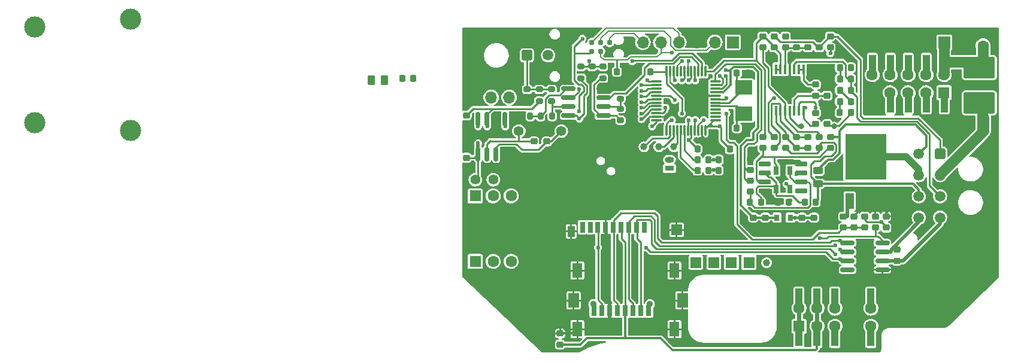
<source format=gbr>
G04 #@! TF.GenerationSoftware,KiCad,Pcbnew,6.0.11-2627ca5db0~126~ubuntu22.04.1*
G04 #@! TF.CreationDate,2023-02-13T20:29:30+01:00*
G04 #@! TF.ProjectId,mre_addon_v2,6d72655f-6164-4646-9f6e-5f76322e6b69,V2.5*
G04 #@! TF.SameCoordinates,Original*
G04 #@! TF.FileFunction,Copper,L1,Top*
G04 #@! TF.FilePolarity,Positive*
%FSLAX46Y46*%
G04 Gerber Fmt 4.6, Leading zero omitted, Abs format (unit mm)*
G04 Created by KiCad (PCBNEW 6.0.11-2627ca5db0~126~ubuntu22.04.1) date 2023-02-13 20:29:30*
%MOMM*%
%LPD*%
G01*
G04 APERTURE LIST*
G04 Aperture macros list*
%AMRoundRect*
0 Rectangle with rounded corners*
0 $1 Rounding radius*
0 $2 $3 $4 $5 $6 $7 $8 $9 X,Y pos of 4 corners*
0 Add a 4 corners polygon primitive as box body*
4,1,4,$2,$3,$4,$5,$6,$7,$8,$9,$2,$3,0*
0 Add four circle primitives for the rounded corners*
1,1,$1+$1,$2,$3*
1,1,$1+$1,$4,$5*
1,1,$1+$1,$6,$7*
1,1,$1+$1,$8,$9*
0 Add four rect primitives between the rounded corners*
20,1,$1+$1,$2,$3,$4,$5,0*
20,1,$1+$1,$4,$5,$6,$7,0*
20,1,$1+$1,$6,$7,$8,$9,0*
20,1,$1+$1,$8,$9,$2,$3,0*%
G04 Aperture macros list end*
G04 #@! TA.AperFunction,SMDPad,CuDef*
%ADD10RoundRect,0.218750X0.256250X-0.218750X0.256250X0.218750X-0.256250X0.218750X-0.256250X-0.218750X0*%
G04 #@! TD*
G04 #@! TA.AperFunction,SMDPad,CuDef*
%ADD11RoundRect,0.218750X0.218750X0.256250X-0.218750X0.256250X-0.218750X-0.256250X0.218750X-0.256250X0*%
G04 #@! TD*
G04 #@! TA.AperFunction,SMDPad,CuDef*
%ADD12RoundRect,0.218750X-0.256250X0.218750X-0.256250X-0.218750X0.256250X-0.218750X0.256250X0.218750X0*%
G04 #@! TD*
G04 #@! TA.AperFunction,SMDPad,CuDef*
%ADD13RoundRect,0.218750X-0.218750X-0.256250X0.218750X-0.256250X0.218750X0.256250X-0.218750X0.256250X0*%
G04 #@! TD*
G04 #@! TA.AperFunction,ConnectorPad*
%ADD14C,0.787400*%
G04 #@! TD*
G04 #@! TA.AperFunction,ComponentPad*
%ADD15RoundRect,0.250001X-0.499999X0.499999X-0.499999X-0.499999X0.499999X-0.499999X0.499999X0.499999X0*%
G04 #@! TD*
G04 #@! TA.AperFunction,ComponentPad*
%ADD16C,1.500000*%
G04 #@! TD*
G04 #@! TA.AperFunction,SMDPad,CuDef*
%ADD17R,1.000000X3.150000*%
G04 #@! TD*
G04 #@! TA.AperFunction,SMDPad,CuDef*
%ADD18R,1.200000X2.200000*%
G04 #@! TD*
G04 #@! TA.AperFunction,SMDPad,CuDef*
%ADD19R,5.800000X6.400000*%
G04 #@! TD*
G04 #@! TA.AperFunction,SMDPad,CuDef*
%ADD20R,0.450000X1.450000*%
G04 #@! TD*
G04 #@! TA.AperFunction,SMDPad,CuDef*
%ADD21R,0.650000X1.220000*%
G04 #@! TD*
G04 #@! TA.AperFunction,SMDPad,CuDef*
%ADD22R,0.800000X0.900000*%
G04 #@! TD*
G04 #@! TA.AperFunction,SMDPad,CuDef*
%ADD23RoundRect,0.150000X-0.150000X0.825000X-0.150000X-0.825000X0.150000X-0.825000X0.150000X0.825000X0*%
G04 #@! TD*
G04 #@! TA.AperFunction,SMDPad,CuDef*
%ADD24RoundRect,0.243750X0.456250X-0.243750X0.456250X0.243750X-0.456250X0.243750X-0.456250X-0.243750X0*%
G04 #@! TD*
G04 #@! TA.AperFunction,SMDPad,CuDef*
%ADD25R,0.800000X1.500000*%
G04 #@! TD*
G04 #@! TA.AperFunction,SMDPad,CuDef*
%ADD26R,1.450000X2.000000*%
G04 #@! TD*
G04 #@! TA.AperFunction,ComponentPad*
%ADD27C,0.889000*%
G04 #@! TD*
G04 #@! TA.AperFunction,SMDPad,CuDef*
%ADD28R,0.762000X1.524000*%
G04 #@! TD*
G04 #@! TA.AperFunction,SMDPad,CuDef*
%ADD29R,1.016000X1.524000*%
G04 #@! TD*
G04 #@! TA.AperFunction,SMDPad,CuDef*
%ADD30R,1.524000X2.032000*%
G04 #@! TD*
G04 #@! TA.AperFunction,SMDPad,CuDef*
%ADD31R,1.524000X1.524000*%
G04 #@! TD*
G04 #@! TA.AperFunction,ComponentPad*
%ADD32C,2.999740*%
G04 #@! TD*
G04 #@! TA.AperFunction,SMDPad,CuDef*
%ADD33RoundRect,0.150000X0.825000X0.150000X-0.825000X0.150000X-0.825000X-0.150000X0.825000X-0.150000X0*%
G04 #@! TD*
G04 #@! TA.AperFunction,ComponentPad*
%ADD34R,1.700000X1.700000*%
G04 #@! TD*
G04 #@! TA.AperFunction,SMDPad,CuDef*
%ADD35RoundRect,0.075000X0.662500X0.075000X-0.662500X0.075000X-0.662500X-0.075000X0.662500X-0.075000X0*%
G04 #@! TD*
G04 #@! TA.AperFunction,SMDPad,CuDef*
%ADD36RoundRect,0.075000X0.075000X0.662500X-0.075000X0.662500X-0.075000X-0.662500X0.075000X-0.662500X0*%
G04 #@! TD*
G04 #@! TA.AperFunction,ComponentPad*
%ADD37O,1.700000X1.700000*%
G04 #@! TD*
G04 #@! TA.AperFunction,SMDPad,CuDef*
%ADD38RoundRect,0.150000X-0.725000X-0.150000X0.725000X-0.150000X0.725000X0.150000X-0.725000X0.150000X0*%
G04 #@! TD*
G04 #@! TA.AperFunction,SMDPad,CuDef*
%ADD39RoundRect,0.250001X-1.974999X1.262499X-1.974999X-1.262499X1.974999X-1.262499X1.974999X1.262499X0*%
G04 #@! TD*
G04 #@! TA.AperFunction,ComponentPad*
%ADD40C,1.600000*%
G04 #@! TD*
G04 #@! TA.AperFunction,ComponentPad*
%ADD41O,1.600000X1.600000*%
G04 #@! TD*
G04 #@! TA.AperFunction,SMDPad,CuDef*
%ADD42RoundRect,0.200000X-0.275000X0.200000X-0.275000X-0.200000X0.275000X-0.200000X0.275000X0.200000X0*%
G04 #@! TD*
G04 #@! TA.AperFunction,SMDPad,CuDef*
%ADD43RoundRect,0.225000X0.225000X0.250000X-0.225000X0.250000X-0.225000X-0.250000X0.225000X-0.250000X0*%
G04 #@! TD*
G04 #@! TA.AperFunction,SMDPad,CuDef*
%ADD44RoundRect,0.200000X0.275000X-0.200000X0.275000X0.200000X-0.275000X0.200000X-0.275000X-0.200000X0*%
G04 #@! TD*
G04 #@! TA.AperFunction,ComponentPad*
%ADD45C,1.400000*%
G04 #@! TD*
G04 #@! TA.AperFunction,SMDPad,CuDef*
%ADD46RoundRect,0.225000X-0.225000X-0.250000X0.225000X-0.250000X0.225000X0.250000X-0.225000X0.250000X0*%
G04 #@! TD*
G04 #@! TA.AperFunction,SMDPad,CuDef*
%ADD47C,1.000000*%
G04 #@! TD*
G04 #@! TA.AperFunction,ComponentPad*
%ADD48RoundRect,0.250001X0.499999X-0.499999X0.499999X0.499999X-0.499999X0.499999X-0.499999X-0.499999X0*%
G04 #@! TD*
G04 #@! TA.AperFunction,ComponentPad*
%ADD49C,0.800000*%
G04 #@! TD*
G04 #@! TA.AperFunction,ComponentPad*
%ADD50C,6.400000*%
G04 #@! TD*
G04 #@! TA.AperFunction,SMDPad,CuDef*
%ADD51R,2.400000X2.000000*%
G04 #@! TD*
G04 #@! TA.AperFunction,SMDPad,CuDef*
%ADD52RoundRect,0.250000X-0.262500X-0.450000X0.262500X-0.450000X0.262500X0.450000X-0.262500X0.450000X0*%
G04 #@! TD*
G04 #@! TA.AperFunction,SMDPad,CuDef*
%ADD53RoundRect,0.200000X-0.200000X-0.275000X0.200000X-0.275000X0.200000X0.275000X-0.200000X0.275000X0*%
G04 #@! TD*
G04 #@! TA.AperFunction,ComponentPad*
%ADD54R,1.600000X1.600000*%
G04 #@! TD*
G04 #@! TA.AperFunction,ComponentPad*
%ADD55O,1.300000X0.800000*%
G04 #@! TD*
G04 #@! TA.AperFunction,ComponentPad*
%ADD56R,1.300000X0.800000*%
G04 #@! TD*
G04 #@! TA.AperFunction,ComponentPad*
%ADD57R,1.524000X1.524000*%
G04 #@! TD*
G04 #@! TA.AperFunction,ViaPad*
%ADD58C,0.600000*%
G04 #@! TD*
G04 #@! TA.AperFunction,ViaPad*
%ADD59C,1.000000*%
G04 #@! TD*
G04 #@! TA.AperFunction,ViaPad*
%ADD60C,0.800000*%
G04 #@! TD*
G04 #@! TA.AperFunction,Conductor*
%ADD61C,0.250000*%
G04 #@! TD*
G04 #@! TA.AperFunction,Conductor*
%ADD62C,0.200000*%
G04 #@! TD*
G04 #@! TA.AperFunction,Conductor*
%ADD63C,0.300000*%
G04 #@! TD*
G04 #@! TA.AperFunction,Conductor*
%ADD64C,0.600000*%
G04 #@! TD*
G04 #@! TA.AperFunction,Conductor*
%ADD65C,0.500000*%
G04 #@! TD*
G04 #@! TA.AperFunction,Conductor*
%ADD66C,1.500000*%
G04 #@! TD*
G04 #@! TA.AperFunction,Conductor*
%ADD67C,1.000000*%
G04 #@! TD*
G04 APERTURE END LIST*
D10*
X124650000Y-128937500D03*
X124650000Y-127362500D03*
D11*
X132335800Y-133376700D03*
X130760800Y-133376700D03*
D10*
X124650000Y-143162500D03*
X124650000Y-141587500D03*
X127800000Y-128937500D03*
X127800000Y-127362500D03*
X128948300Y-139764200D03*
X128948300Y-138189200D03*
D11*
X123537500Y-150800000D03*
X121962500Y-150800000D03*
D12*
X120212200Y-153006600D03*
X120212200Y-154581600D03*
X118485000Y-153006500D03*
X118485000Y-154581500D03*
D10*
X118050000Y-146287500D03*
X118050000Y-144712500D03*
D11*
X103937500Y-132350000D03*
X102362500Y-132350000D03*
X115187500Y-143300000D03*
X113612500Y-143300000D03*
D13*
X99212500Y-132350000D03*
X100787500Y-132350000D03*
D12*
X125400000Y-153012500D03*
X125400000Y-154587500D03*
X89313700Y-140662500D03*
X89313700Y-142237500D03*
D10*
X87500000Y-142237500D03*
X87500000Y-140662500D03*
D11*
X115187500Y-144810000D03*
X113612500Y-144810000D03*
X115187500Y-146320000D03*
X113612500Y-146320000D03*
D14*
X95655000Y-129500000D03*
X95655000Y-128230000D03*
X96925000Y-129500000D03*
X96925000Y-128230000D03*
X98195000Y-129500000D03*
X98195000Y-128230000D03*
D15*
X144915000Y-144000000D03*
D16*
X144915000Y-147000000D03*
X144915000Y-150000000D03*
X144915000Y-153000000D03*
X141915000Y-144000000D03*
X141915000Y-147000000D03*
X141915000Y-150000000D03*
X141915000Y-153000000D03*
D17*
X145491200Y-131536200D03*
X145491200Y-136586200D03*
X142951200Y-131536200D03*
X142951200Y-136586200D03*
X140411200Y-131536200D03*
X140411200Y-136586200D03*
X137871200Y-131536200D03*
X137871200Y-136586200D03*
X135331200Y-131536200D03*
X135331200Y-136586200D03*
X124968000Y-169631600D03*
X124968000Y-164581600D03*
X127508000Y-169631600D03*
X127508000Y-164581600D03*
X130048000Y-169631600D03*
X130048000Y-164581600D03*
X132588000Y-169631600D03*
X132588000Y-164581600D03*
X135128000Y-169631600D03*
X135128000Y-164581600D03*
D18*
X132120000Y-150675000D03*
D19*
X134400000Y-144375000D03*
D18*
X136680000Y-150675000D03*
D12*
X123050000Y-127362500D03*
X123050000Y-128937500D03*
D10*
X126250000Y-128937500D03*
X126250000Y-127362500D03*
D12*
X121450000Y-127362500D03*
X121450000Y-128937500D03*
X129400000Y-127362500D03*
X129400000Y-128937500D03*
X127348300Y-134189200D03*
X127348300Y-135764200D03*
D10*
X128948300Y-135764200D03*
X128948300Y-134189200D03*
D12*
X127348300Y-138189200D03*
X127348300Y-139764200D03*
X121450000Y-141587500D03*
X121450000Y-143162500D03*
D10*
X119850000Y-128937500D03*
X119850000Y-127362500D03*
X126250000Y-143162500D03*
X126250000Y-141587500D03*
X127800000Y-143162500D03*
X127800000Y-141587500D03*
X123050000Y-143162500D03*
X123050000Y-141587500D03*
D13*
X125762500Y-150800000D03*
X127337500Y-150800000D03*
D10*
X129400000Y-143162500D03*
X129400000Y-141587500D03*
X119850000Y-143162500D03*
X119850000Y-141587500D03*
D13*
X118000000Y-150800000D03*
X119575000Y-150800000D03*
X130739200Y-138160100D03*
X132314200Y-138160100D03*
D11*
X132335800Y-136576700D03*
X130760800Y-136576700D03*
X132335800Y-134976700D03*
X130760800Y-134976700D03*
D13*
X130760800Y-131776700D03*
X132335800Y-131776700D03*
D11*
X112187500Y-143300000D03*
X110612500Y-143300000D03*
X112187500Y-144810000D03*
X110612500Y-144810000D03*
X112187500Y-146320000D03*
X110612500Y-146320000D03*
D12*
X134250000Y-152862500D03*
X134250000Y-154437500D03*
X132750000Y-152862500D03*
X132750000Y-154437500D03*
X131250000Y-152862500D03*
X131250000Y-154437500D03*
D20*
X121700000Y-137926700D03*
X122350000Y-137926700D03*
X123000000Y-137926700D03*
X123650000Y-137926700D03*
X124300000Y-137926700D03*
X124950000Y-137926700D03*
X125600000Y-137926700D03*
X125600000Y-132026700D03*
X124950000Y-132026700D03*
X124300000Y-132026700D03*
X123650000Y-132026700D03*
X123000000Y-132026700D03*
X122350000Y-132026700D03*
X121700000Y-132026700D03*
D21*
X123650000Y-146328000D03*
X122700000Y-146328000D03*
X121750000Y-146328000D03*
X121750000Y-148948000D03*
X123650000Y-148948000D03*
D22*
X123750000Y-153000000D03*
X121850000Y-153000000D03*
X122800000Y-155000000D03*
D23*
X83405000Y-139075000D03*
X82135000Y-139075000D03*
X80865000Y-139075000D03*
X79595000Y-139075000D03*
X79595000Y-144025000D03*
X80865000Y-144025000D03*
X82135000Y-144025000D03*
X83405000Y-144025000D03*
D15*
X144915000Y-144000000D03*
D16*
X144915000Y-147000000D03*
X144915000Y-150000000D03*
X144915000Y-153000000D03*
X141915000Y-144000000D03*
X141915000Y-147000000D03*
X141915000Y-150000000D03*
X141915000Y-153000000D03*
D24*
X127650000Y-148237500D03*
X127650000Y-146362500D03*
D12*
X91200000Y-169412500D03*
X91200000Y-170987500D03*
D25*
X103700000Y-166197500D03*
X102600000Y-166197500D03*
X101500000Y-166197500D03*
X100400000Y-166197500D03*
X99300000Y-166197500D03*
X98200000Y-166197500D03*
X97100000Y-166197500D03*
X96000000Y-166197500D03*
D26*
X93625000Y-160497500D03*
X107375000Y-168797500D03*
X107375000Y-160497500D03*
X93625000Y-168797500D03*
D27*
X95889000Y-165257000D03*
X103889000Y-165257000D03*
D28*
X103143000Y-154357000D03*
X102043000Y-154357000D03*
X100943000Y-154357000D03*
X99843000Y-154357000D03*
X98743000Y-154357000D03*
X97643000Y-154357000D03*
X96543000Y-154357000D03*
X95443000Y-154357000D03*
X94343000Y-154357000D03*
D29*
X92743000Y-154957000D03*
D30*
X93089000Y-164730000D03*
X108489000Y-164730000D03*
D31*
X107670000Y-154749000D03*
D12*
X138800000Y-157537500D03*
X138800000Y-159112500D03*
D10*
X77950000Y-144537500D03*
X77950000Y-142962500D03*
D32*
X16951220Y-139599580D03*
X16951220Y-126000420D03*
X30448780Y-140699400D03*
X30448780Y-124900600D03*
D33*
X136775000Y-160405000D03*
X136775000Y-159135000D03*
X136775000Y-157865000D03*
X136775000Y-156595000D03*
X131825000Y-156595000D03*
X131825000Y-157865000D03*
X131825000Y-159135000D03*
X131825000Y-160405000D03*
D34*
X145500000Y-128200000D03*
D35*
X113162500Y-139250000D03*
X113162500Y-138750000D03*
X113162500Y-138250000D03*
X113162500Y-137750000D03*
X113162500Y-137250000D03*
X113162500Y-136750000D03*
X113162500Y-136250000D03*
X113162500Y-135750000D03*
X113162500Y-135250000D03*
X113162500Y-134750000D03*
X113162500Y-134250000D03*
X113162500Y-133750000D03*
D36*
X111750000Y-132337500D03*
X111250000Y-132337500D03*
X110750000Y-132337500D03*
X110250000Y-132337500D03*
X109750000Y-132337500D03*
X109250000Y-132337500D03*
X108750000Y-132337500D03*
X108250000Y-132337500D03*
X107750000Y-132337500D03*
X107250000Y-132337500D03*
X106750000Y-132337500D03*
X106250000Y-132337500D03*
D35*
X104837500Y-133750000D03*
X104837500Y-134250000D03*
X104837500Y-134750000D03*
X104837500Y-135250000D03*
X104837500Y-135750000D03*
X104837500Y-136250000D03*
X104837500Y-136750000D03*
X104837500Y-137250000D03*
X104837500Y-137750000D03*
X104837500Y-138250000D03*
X104837500Y-138750000D03*
X104837500Y-139250000D03*
D36*
X106250000Y-140662500D03*
X106750000Y-140662500D03*
X107250000Y-140662500D03*
X107750000Y-140662500D03*
X108250000Y-140662500D03*
X108750000Y-140662500D03*
X109250000Y-140662500D03*
X109750000Y-140662500D03*
X110250000Y-140662500D03*
X110750000Y-140662500D03*
X111250000Y-140662500D03*
X111750000Y-140662500D03*
D10*
X77950000Y-140137500D03*
X77950000Y-138562500D03*
D34*
X78900000Y-136000000D03*
D37*
X81440000Y-136000000D03*
X83980000Y-136000000D03*
D38*
X120125000Y-145395000D03*
X120125000Y-146665000D03*
X120125000Y-147935000D03*
X120125000Y-149205000D03*
X125275000Y-149205000D03*
X125275000Y-147935000D03*
X125275000Y-146665000D03*
X125275000Y-145395000D03*
D10*
X118050000Y-149325000D03*
X118050000Y-147750000D03*
D39*
X150475000Y-131775000D03*
X150475000Y-136800000D03*
D12*
X137300000Y-152862500D03*
X137300000Y-154437500D03*
X127100000Y-153012500D03*
X127100000Y-154587500D03*
D10*
X135750000Y-154437500D03*
X135750000Y-152862500D03*
D40*
X151000000Y-128700000D03*
D41*
X151000000Y-138860000D03*
D42*
X99750000Y-137595000D03*
X99750000Y-139245000D03*
D43*
X117725000Y-140350000D03*
X116175000Y-140350000D03*
D44*
X90000000Y-136525000D03*
X90000000Y-134875000D03*
D45*
X79200000Y-147650000D03*
X81740000Y-147650000D03*
D46*
X68875000Y-133350000D03*
X70425000Y-133350000D03*
D47*
X107250000Y-143000000D03*
D48*
X86500000Y-130050000D03*
D16*
X89500000Y-130050000D03*
D49*
X88519900Y-165089500D03*
X90216956Y-160992444D03*
X86119900Y-162689500D03*
X90216956Y-164386556D03*
X88519900Y-160289500D03*
X86822844Y-160992444D03*
X86822844Y-164386556D03*
D50*
X88519900Y-162689500D03*
D49*
X90919900Y-162689500D03*
D44*
X97250000Y-133275000D03*
X97250000Y-131625000D03*
D42*
X88250000Y-134875000D03*
X88250000Y-136525000D03*
D33*
X97325000Y-138605000D03*
X97325000Y-137335000D03*
X97325000Y-136065000D03*
X97325000Y-134795000D03*
X92375000Y-134795000D03*
X92375000Y-136065000D03*
X92375000Y-137335000D03*
X92375000Y-138605000D03*
D43*
X117725000Y-132550000D03*
X116175000Y-132550000D03*
D42*
X94150000Y-131625000D03*
X94150000Y-133275000D03*
D44*
X95700000Y-133275000D03*
X95700000Y-131625000D03*
D51*
X117166665Y-134600000D03*
X117166665Y-138300000D03*
D52*
X64527500Y-133570000D03*
X66352500Y-133570000D03*
D42*
X99750000Y-134545000D03*
X99750000Y-136195000D03*
D49*
X144589200Y-162689500D03*
X140492144Y-164386556D03*
X139789200Y-162689500D03*
X143886256Y-160992444D03*
X143886256Y-164386556D03*
X140492144Y-160992444D03*
X142189200Y-165089500D03*
X142189200Y-160289500D03*
D50*
X142189200Y-162689500D03*
D48*
X86500000Y-130050000D03*
D16*
X89500000Y-130050000D03*
D44*
X86550000Y-136525000D03*
X86550000Y-134875000D03*
D53*
X88425000Y-138650000D03*
X90075000Y-138650000D03*
D47*
X103050000Y-143000000D03*
D53*
X85325000Y-138650000D03*
X86975000Y-138650000D03*
D47*
X105150000Y-143000000D03*
D40*
X84277200Y-149941200D03*
X81737200Y-149941200D03*
D54*
X79197200Y-149941200D03*
D40*
X84277200Y-159212200D03*
X81737200Y-159212200D03*
D54*
X79197200Y-159212200D03*
D40*
X135318500Y-132796200D03*
X135318500Y-135336200D03*
X137858500Y-132796200D03*
X137858500Y-135336200D03*
X140398500Y-132796200D03*
X140398500Y-135336200D03*
X142938500Y-132796200D03*
X142938500Y-135336200D03*
X145478500Y-132796200D03*
D54*
X145478500Y-135336200D03*
D40*
X135133080Y-165839060D03*
X135133080Y-168379060D03*
X132593080Y-165839060D03*
X132593080Y-168379060D03*
X130053080Y-165839060D03*
X130053080Y-168379060D03*
X127513080Y-165839060D03*
X127513080Y-168379060D03*
X124973080Y-165839060D03*
D54*
X124973080Y-168379060D03*
D45*
X85360600Y-140771800D03*
X91360600Y-140771800D03*
D55*
X106654600Y-144810400D03*
D56*
X106654600Y-146055000D03*
D57*
X110400600Y-159360800D03*
X112900600Y-159360800D03*
D54*
X117900600Y-159360800D03*
X115400600Y-159360800D03*
D34*
X115600000Y-128200000D03*
D37*
X113060000Y-128200000D03*
X110520000Y-128200000D03*
X107980000Y-128200000D03*
X105440000Y-128200000D03*
X102900000Y-128200000D03*
D58*
X107000000Y-129700000D03*
X109400000Y-130900000D03*
X108400000Y-130900000D03*
X107400000Y-133600000D03*
D59*
X120400000Y-159400000D03*
D60*
X135235000Y-150380000D03*
X135235000Y-149180000D03*
X135235000Y-151580000D03*
X139215000Y-149180000D03*
X139215000Y-150380000D03*
X139215000Y-151580000D03*
D58*
X122350000Y-145050000D03*
D60*
X132588000Y-161400000D03*
X149250000Y-140100000D03*
X129375000Y-145550000D03*
X129375000Y-150380000D03*
X124000000Y-161400000D03*
D58*
X124000000Y-145050000D03*
D60*
X130475000Y-145550000D03*
D58*
X128948300Y-137475000D03*
D60*
X112875000Y-150380000D03*
D58*
X101400000Y-129700000D03*
X101400000Y-127700000D03*
X95300000Y-127400000D03*
X103500000Y-139600000D03*
X95300000Y-133600000D03*
X128848300Y-131776700D03*
D60*
X130475000Y-149180000D03*
D58*
X112900000Y-142050000D03*
D60*
X123400000Y-136150000D03*
D58*
X121700000Y-154800000D03*
X97700000Y-160000000D03*
X99600000Y-160000000D03*
X104200000Y-127400000D03*
X117200000Y-127400000D03*
X118450000Y-143200000D03*
D60*
X152725000Y-140100000D03*
X138015000Y-150380000D03*
D58*
X108400000Y-135200000D03*
X101400000Y-133600000D03*
D60*
X112875000Y-149180000D03*
X138015000Y-149180000D03*
D58*
X122350000Y-147550000D03*
D60*
X138015000Y-151580000D03*
X131500000Y-127400000D03*
X129375000Y-146650000D03*
D58*
X111500000Y-135200000D03*
X124200000Y-154800000D03*
D60*
X101500000Y-168300000D03*
D58*
X117150000Y-153000000D03*
D60*
X130475000Y-150380000D03*
D58*
X82150000Y-140100000D03*
X116550000Y-142050000D03*
D60*
X129375000Y-149180000D03*
X130475000Y-146650000D03*
X152725000Y-127400000D03*
X126300000Y-161400000D03*
X133835000Y-151580000D03*
X131500000Y-129750000D03*
X133835000Y-149180000D03*
X133835000Y-150380000D03*
X98200000Y-168300000D03*
X123400000Y-134200000D03*
D58*
X104200000Y-129700000D03*
X120700000Y-150550000D03*
X118450000Y-132550000D03*
D60*
X135300000Y-127400000D03*
D58*
X101500000Y-160000000D03*
D60*
X144915000Y-140100000D03*
D58*
X113800000Y-132950000D03*
X121450000Y-127400000D03*
X94350000Y-127700000D03*
D60*
X125300000Y-140100000D03*
D58*
X124650000Y-146900000D03*
X79600000Y-142500000D03*
X123200000Y-148250000D03*
D60*
X129950000Y-140100000D03*
D58*
X104200000Y-140100000D03*
X113800000Y-140100000D03*
X123750000Y-150550000D03*
X127950000Y-155900000D03*
X93900000Y-138000000D03*
X108400000Y-138275000D03*
X114650000Y-132150000D03*
X123050000Y-127400000D03*
X124400000Y-153000000D03*
X80900000Y-140100000D03*
X93900000Y-139000000D03*
X136600000Y-153650000D03*
X129400000Y-129750000D03*
X127348300Y-137475000D03*
X109400000Y-133600000D03*
X114700000Y-138275000D03*
X83450000Y-140100000D03*
X102700000Y-139075000D03*
X102700000Y-138275000D03*
X79600000Y-140100000D03*
X114700000Y-136100000D03*
X106100000Y-137475000D03*
X107000000Y-139200000D03*
X102700000Y-136675000D03*
X102700000Y-137475000D03*
X130100000Y-158200000D03*
X130100000Y-156950000D03*
X130800000Y-156300000D03*
X96560000Y-157250000D03*
X130800000Y-158850000D03*
X103350000Y-157250000D03*
X130800000Y-157550000D03*
X108400000Y-133600000D03*
X107400000Y-136400000D03*
X114650000Y-132950000D03*
X125898300Y-137475000D03*
X110300000Y-133600000D03*
X121450000Y-136150000D03*
X132400000Y-131776700D03*
X109400000Y-139200000D03*
X109400000Y-142050000D03*
X112900000Y-144800000D03*
X112900000Y-146300000D03*
X110300000Y-139200000D03*
X111500000Y-139200000D03*
X95300000Y-130900000D03*
X93900000Y-134800000D03*
X101400000Y-130900000D03*
X103500000Y-133600000D03*
X102700000Y-134275000D03*
X102700000Y-135075000D03*
X102700000Y-135875000D03*
D61*
X107250000Y-132337500D02*
X107250000Y-133450000D01*
X107250000Y-133450000D02*
X107400000Y-133600000D01*
D62*
X105440000Y-129735000D02*
X105440000Y-129590000D01*
X105440000Y-129590000D02*
X105440000Y-128200000D01*
X107000000Y-129700000D02*
X105550000Y-129700000D01*
X105550000Y-129700000D02*
X105440000Y-129590000D01*
X98000000Y-126600000D02*
X105899980Y-126600000D01*
X111909999Y-129350001D02*
X113060000Y-128200000D01*
X105899980Y-126600000D02*
X106829999Y-127530019D01*
X106829999Y-127530019D02*
X106830000Y-128676346D01*
X106830000Y-128676346D02*
X107503654Y-129350000D01*
X107503654Y-129350000D02*
X111909999Y-129350001D01*
X96925000Y-129500000D02*
X96925000Y-130240000D01*
X96925000Y-130240000D02*
X97411301Y-130726301D01*
X97411301Y-130726301D02*
X100722658Y-130726301D01*
X100722658Y-130726301D02*
X101148959Y-130300000D01*
X101148959Y-130300000D02*
X104875000Y-130300000D01*
X104875000Y-130300000D02*
X105440000Y-129735000D01*
X108400000Y-135200000D02*
X108151471Y-135200000D01*
X108151471Y-135200000D02*
X106750000Y-133798529D01*
X106750000Y-133798529D02*
X106750000Y-132337500D01*
D61*
X105900000Y-130750000D02*
X106029720Y-130750000D01*
X107988603Y-129775001D02*
X109895281Y-129775001D01*
X104800000Y-130750000D02*
X105900000Y-130750000D01*
X105900000Y-130750000D02*
X107013604Y-130750000D01*
X107013604Y-130750000D02*
X107988603Y-129775001D01*
X97325000Y-136065000D02*
X98235000Y-136065000D01*
X103125000Y-131875000D02*
X103800000Y-131200000D01*
X98235000Y-136065000D02*
X98850000Y-135450000D01*
X98850000Y-135450000D02*
X100506479Y-135450000D01*
X109758884Y-130275000D02*
X110750000Y-131266116D01*
X100506479Y-135450000D02*
X103125000Y-132831478D01*
X103125000Y-132831478D02*
X103125000Y-131875000D01*
X103800000Y-131200000D02*
X107200000Y-131200000D01*
X108125000Y-130275000D02*
X109758884Y-130275000D01*
X107200000Y-131200000D02*
X108125000Y-130275000D01*
X110750000Y-131266116D02*
X110750000Y-132337500D01*
X109895281Y-129775001D02*
X111250000Y-131129720D01*
X101300000Y-130750000D02*
X104800000Y-130750000D01*
X111250000Y-131129720D02*
X111250000Y-132337500D01*
D62*
X109250000Y-132337500D02*
X109250000Y-131050000D01*
X109250000Y-131050000D02*
X109400000Y-130900000D01*
X107750000Y-132337500D02*
X107750000Y-131550000D01*
X107750000Y-131550000D02*
X108400000Y-130900000D01*
D61*
X104837500Y-135750000D02*
X106750000Y-135750000D01*
X106750000Y-135750000D02*
X107400000Y-136400000D01*
X106250000Y-140662500D02*
X106250000Y-139700000D01*
X106250000Y-139700000D02*
X106750000Y-139200000D01*
X123650000Y-132026700D02*
X123650000Y-133950000D01*
D63*
X137615001Y-151979999D02*
X136620001Y-151979999D01*
D61*
X115112500Y-144800000D02*
X113612500Y-143300000D01*
D64*
X124930000Y-145050000D02*
X125275000Y-145395000D01*
D61*
X123650000Y-133950000D02*
X123400000Y-134200000D01*
X111884298Y-142996798D02*
X112187500Y-143300000D01*
D65*
X135235000Y-150380000D02*
X138015000Y-150380000D01*
X98210000Y-168285000D02*
X98200000Y-168295000D01*
X132588000Y-169631600D02*
X132588000Y-164581600D01*
D63*
X91200000Y-169412500D02*
X93412500Y-169412500D01*
D61*
X112050000Y-135750000D02*
X113162500Y-135750000D01*
D62*
X128948300Y-134189200D02*
X128137500Y-135000000D01*
D61*
X111500000Y-135200000D02*
X112050000Y-135750000D01*
D64*
X124350000Y-145050000D02*
X124930000Y-145050000D01*
D61*
X117725000Y-140350000D02*
X117725000Y-140875000D01*
X115187500Y-146300000D02*
X115187500Y-144800000D01*
D65*
X97668000Y-164415500D02*
X97668000Y-154382000D01*
X98200000Y-166197500D02*
X98200000Y-164947500D01*
D61*
X128948300Y-137376700D02*
X128948300Y-138389200D01*
D65*
X98210000Y-167035000D02*
X98210000Y-165785000D01*
D61*
X138015000Y-151580000D02*
X137615001Y-151979999D01*
D64*
X120800000Y-150750000D02*
X120800000Y-149880000D01*
D61*
X111250000Y-140662500D02*
X111250000Y-141465702D01*
X137300000Y-152295000D02*
X138015000Y-151580000D01*
X132750000Y-152665000D02*
X133835000Y-151580000D01*
D65*
X98210000Y-167035000D02*
X98210000Y-168285000D01*
D61*
X111250000Y-141465702D02*
X111884298Y-142100000D01*
X123548300Y-133976700D02*
X123348300Y-134176700D01*
D64*
X122350000Y-145050000D02*
X124350000Y-145050000D01*
D65*
X98200000Y-164947500D02*
X97668000Y-164415500D01*
D61*
X117725000Y-140875000D02*
X116550000Y-142050000D01*
X137300000Y-152862500D02*
X137300000Y-152295000D01*
X135634999Y-151979999D02*
X135235000Y-151580000D01*
X111884298Y-142100000D02*
X111884298Y-142996798D01*
X113612500Y-143300000D02*
X112400000Y-143300000D01*
X136620001Y-151979999D02*
X136620001Y-150734999D01*
D64*
X120800000Y-150800000D02*
X121962500Y-150800000D01*
X120800000Y-149880000D02*
X120125000Y-149205000D01*
D63*
X136620001Y-151979999D02*
X135634999Y-151979999D01*
D61*
X123000000Y-128987500D02*
X123000000Y-132026700D01*
X123098300Y-128964200D02*
X126198300Y-128964200D01*
X130760800Y-133376700D02*
X130760800Y-131776700D01*
X131573290Y-131345196D02*
X131148093Y-130919999D01*
X124300000Y-132026700D02*
X124300000Y-131239998D01*
X133200000Y-138900000D02*
X133700000Y-139400000D01*
X131148093Y-130919999D02*
X124619999Y-130919999D01*
X132225000Y-135000000D02*
X133200000Y-135975000D01*
X131898300Y-133376700D02*
X132335800Y-133376700D01*
X132335800Y-133376700D02*
X132335800Y-134976700D01*
X131573290Y-131345196D02*
X131573290Y-133051690D01*
X131573290Y-133051690D02*
X131898300Y-133376700D01*
X141638604Y-139400000D02*
X143425000Y-141186396D01*
X144915000Y-150000000D02*
X143425000Y-148510000D01*
X133700000Y-139400000D02*
X141638604Y-139400000D01*
X133200000Y-135975000D02*
X133200000Y-138900000D01*
X143425000Y-141186396D02*
X143425000Y-148510000D01*
X124300000Y-131239998D02*
X124619999Y-130919999D01*
X122350000Y-139287500D02*
X124650000Y-141587500D01*
X122350000Y-137926700D02*
X122350000Y-137053400D01*
X122250000Y-141143521D02*
X122250000Y-142362500D01*
X122350000Y-137053400D02*
X122173299Y-136876699D01*
X121048300Y-136941698D02*
X121048300Y-139941821D01*
X122350000Y-137926700D02*
X122350000Y-139287500D01*
X122173299Y-136876699D02*
X121113299Y-136876699D01*
X122250000Y-142362500D02*
X121450000Y-143162500D01*
X121048300Y-139941821D02*
X122250000Y-141143521D01*
X124650000Y-141587500D02*
X126250000Y-141587500D01*
X121113299Y-136876699D02*
X121048300Y-136941698D01*
X123050000Y-140950000D02*
X123050000Y-141587500D01*
X123075000Y-141587500D02*
X124650000Y-143162500D01*
X121700000Y-137926700D02*
X121700000Y-139600000D01*
X121700000Y-139600000D02*
X123050000Y-140950000D01*
X126250000Y-143162500D02*
X124650000Y-143162500D01*
X126935800Y-128151700D02*
X122310800Y-128151700D01*
X122310800Y-128151700D02*
X121548300Y-127389200D01*
X133650010Y-130650010D02*
X130362500Y-127362500D01*
X133650010Y-138550010D02*
X133650010Y-130650010D01*
X144915000Y-142040000D02*
X141825000Y-138950000D01*
X130362500Y-127362500D02*
X129400000Y-127362500D01*
X141825000Y-138950000D02*
X134050000Y-138950000D01*
X114233058Y-133416942D02*
X113816116Y-133000000D01*
X127748300Y-128964200D02*
X126935800Y-128151700D01*
X114233058Y-133982627D02*
X114233058Y-133416942D01*
X113162500Y-134250000D02*
X113965685Y-134250000D01*
X129298300Y-127414200D02*
X127748300Y-128964200D01*
X113965685Y-134250000D02*
X114233058Y-133982627D01*
X144915000Y-144000000D02*
X144915000Y-142040000D01*
X134050000Y-138950000D02*
X133650010Y-138550010D01*
X93200000Y-133542462D02*
X93832538Y-134175000D01*
X112025000Y-140075000D02*
X112300000Y-139800000D01*
X99868000Y-156019000D02*
X99868000Y-155007000D01*
X94525000Y-135175000D02*
X94511396Y-135175000D01*
X128948300Y-139964200D02*
X130585800Y-139964200D01*
X108400000Y-136225000D02*
X106250000Y-134075000D01*
X135800000Y-155650000D02*
X135750000Y-155600000D01*
X113950000Y-142050000D02*
X113943750Y-142056250D01*
X95655000Y-129500000D02*
X95355000Y-129800000D01*
D63*
X100400000Y-166197500D02*
X100400000Y-170100000D01*
X127508000Y-171542000D02*
X127508000Y-169631600D01*
D61*
X77950000Y-144537500D02*
X79082500Y-144537500D01*
D63*
X127300000Y-171750000D02*
X127508000Y-171542000D01*
D61*
X112400000Y-140100000D02*
X113800000Y-140100000D01*
D64*
X127508000Y-164581600D02*
X127508000Y-169631600D01*
D65*
X79600000Y-142500000D02*
X79600000Y-144020000D01*
D63*
X91200000Y-170987500D02*
X94062500Y-170987500D01*
D61*
X94158884Y-134175000D02*
X94525000Y-134541116D01*
X115187500Y-143300000D02*
X113943750Y-142056250D01*
X106250000Y-134075000D02*
X106250000Y-132337500D01*
X124850000Y-140076700D02*
X123650000Y-138876700D01*
X94511396Y-135175000D02*
X93900000Y-135786396D01*
X112800000Y-140100000D02*
X112050000Y-140100000D01*
X94525000Y-134541116D02*
X94525000Y-135175000D01*
X93832538Y-134175000D02*
X94158884Y-134175000D01*
X136775000Y-156295000D02*
X136130000Y-155650000D01*
X79600000Y-144030000D02*
X79600000Y-147250000D01*
X100400000Y-166197500D02*
X100400000Y-156551000D01*
X128875000Y-155950000D02*
X129175000Y-155650000D01*
X95355000Y-129800000D02*
X93200000Y-129800000D01*
X136130000Y-155650000D02*
X135800000Y-155650000D01*
X113950000Y-142050000D02*
X113950000Y-140250000D01*
X113950000Y-140250000D02*
X113800000Y-140100000D01*
X79082500Y-144537500D02*
X79595000Y-144025000D01*
X108400000Y-138400000D02*
X108400000Y-136225000D01*
X129175000Y-155650000D02*
X135800000Y-155650000D01*
X93200000Y-128815000D02*
X94350000Y-127665000D01*
D63*
X94062500Y-170987500D02*
X94950000Y-170100000D01*
D61*
X132314200Y-138235800D02*
X130585800Y-139964200D01*
X95419699Y-129735301D02*
X95655000Y-129500000D01*
X100400000Y-156551000D02*
X99868000Y-156019000D01*
X125348300Y-140076700D02*
X124850000Y-140076700D01*
X112050000Y-140100000D02*
X112025000Y-140075000D01*
X103937500Y-132350000D02*
X106237500Y-132350000D01*
X127800000Y-155950000D02*
X128875000Y-155950000D01*
X111750000Y-140350000D02*
X112025000Y-140075000D01*
D63*
X94950000Y-170100000D02*
X105400000Y-170100000D01*
D61*
X112300000Y-139800000D02*
X112500000Y-139800000D01*
X123650000Y-148700000D02*
X123200000Y-148250000D01*
X135750000Y-155600000D02*
X135750000Y-154437500D01*
X123650000Y-138876700D02*
X123650000Y-137926700D01*
X104837500Y-139462500D02*
X104200000Y-140100000D01*
X93200000Y-129800000D02*
X93200000Y-128815000D01*
X112850000Y-139250000D02*
X112300000Y-139800000D01*
D63*
X107050000Y-171750000D02*
X127300000Y-171750000D01*
X105400000Y-170100000D02*
X107050000Y-171750000D01*
D61*
X93900000Y-135786396D02*
X93900000Y-138000000D01*
X104837500Y-139250000D02*
X104837500Y-139462500D01*
X93200000Y-129800000D02*
X93200000Y-133542462D01*
X112500000Y-139800000D02*
X112800000Y-140100000D01*
D63*
X115300000Y-134223832D02*
X115300000Y-132136827D01*
D61*
X116775001Y-151075021D02*
X116775011Y-151075011D01*
D63*
X118450000Y-142050000D02*
X118525000Y-141975000D01*
X117578242Y-142050000D02*
X118450000Y-142050000D01*
X118485000Y-153006500D02*
X120212100Y-153006500D01*
X118485000Y-153006500D02*
X116775001Y-151296501D01*
X115711827Y-131725000D02*
X115300000Y-132136827D01*
X113162500Y-135250000D02*
X114273832Y-135250000D01*
X115236827Y-132200000D02*
X115300000Y-132136827D01*
X114650000Y-132200000D02*
X115236827Y-132200000D01*
X114273832Y-135250000D02*
X115300000Y-134223832D01*
X117578242Y-142050000D02*
X116774997Y-142853245D01*
X120212200Y-153006600D02*
X121643400Y-153006600D01*
X116775011Y-143024989D02*
X116775011Y-151075011D01*
X118544239Y-131725000D02*
X115711827Y-131725000D01*
X119175000Y-140328248D02*
X119175000Y-132355761D01*
X118525000Y-140978248D02*
X119175000Y-140328248D01*
X116774997Y-142853245D02*
X116774997Y-143024975D01*
X116774997Y-143024975D02*
X116775011Y-143024989D01*
X119175000Y-132355761D02*
X118544239Y-131725000D01*
X116775001Y-151296501D02*
X116775001Y-151075021D01*
X118525000Y-141975000D02*
X118525000Y-140978248D01*
D61*
X94975000Y-135375000D02*
X94975000Y-134354720D01*
D63*
X124400000Y-153000000D02*
X123962500Y-153012500D01*
D61*
X88250000Y-136525000D02*
X87175000Y-137600000D01*
X93900000Y-139000000D02*
X94575000Y-138325000D01*
D64*
X124968000Y-164581600D02*
X124968000Y-169631600D01*
D63*
X127100000Y-153012500D02*
X125400000Y-153012500D01*
D61*
X93505000Y-138605000D02*
X93900000Y-139000000D01*
X94575000Y-135775000D02*
X94975000Y-135375000D01*
X77950000Y-138562500D02*
X78912500Y-137600000D01*
X92375000Y-138605000D02*
X93505000Y-138605000D01*
X94575000Y-138325000D02*
X94575000Y-135775000D01*
X78912500Y-137600000D02*
X81650000Y-137600000D01*
X81650000Y-137600000D02*
X87175000Y-137600000D01*
X81650000Y-137600000D02*
X80865000Y-138385000D01*
D63*
X125400000Y-153012500D02*
X124400000Y-153000000D01*
D61*
X94975000Y-134354720D02*
X94150000Y-133529720D01*
X134600000Y-153650000D02*
X134250000Y-153300000D01*
X136600000Y-153650000D02*
X134600000Y-153650000D01*
X134250000Y-153300000D02*
X134250000Y-152862500D01*
X137300000Y-154350000D02*
X136600000Y-153650000D01*
D63*
X127650000Y-148187500D02*
X127650000Y-150487500D01*
D61*
X129881469Y-142399990D02*
X128125010Y-142399990D01*
X127800000Y-143600000D02*
X127800000Y-143162500D01*
X130200000Y-143606479D02*
X129481479Y-144325000D01*
X127474990Y-143925010D02*
X127800000Y-143600000D01*
X126624990Y-145538018D02*
X127156504Y-145006504D01*
D63*
X141915000Y-149065000D02*
X141915000Y-149975000D01*
D61*
X128611396Y-144325000D02*
X127929892Y-145006504D01*
X123050000Y-143162500D02*
X123812510Y-143925010D01*
X130200000Y-142718521D02*
X129881469Y-142399990D01*
D63*
X127650000Y-148237500D02*
X141087500Y-148237500D01*
D61*
X126624990Y-147212490D02*
X126624990Y-145538018D01*
D63*
X127650000Y-150487500D02*
X127337500Y-150800000D01*
D61*
X123812510Y-143925010D02*
X127474990Y-143925010D01*
X127800000Y-142725000D02*
X127800000Y-143162500D01*
D63*
X141087500Y-148237500D02*
X141915000Y-149065000D01*
D61*
X129481479Y-144325000D02*
X128611396Y-144325000D01*
X128125010Y-142399990D02*
X127800000Y-142725000D01*
X127929892Y-145006504D02*
X127156504Y-145006504D01*
X127650000Y-148237500D02*
X126624990Y-147212490D01*
X130200000Y-143606479D02*
X130200000Y-142718521D01*
D63*
X141425000Y-139875000D02*
X142950000Y-141400000D01*
X129064339Y-144800000D02*
X127650000Y-146214339D01*
X131575000Y-139875000D02*
X141425000Y-139875000D01*
X129771752Y-144800000D02*
X129064339Y-144800000D01*
X130675000Y-143896752D02*
X129771752Y-144800000D01*
X130675000Y-140775000D02*
X130675000Y-141625000D01*
X142950000Y-142965000D02*
X141915000Y-144000000D01*
X142950000Y-141400000D02*
X142950000Y-142965000D01*
X129400000Y-141587500D02*
X130637500Y-141587500D01*
X130675000Y-141625000D02*
X130675000Y-143896752D01*
D61*
X130637500Y-141587500D02*
X130675000Y-141625000D01*
D63*
X131575000Y-139875000D02*
X130675000Y-140775000D01*
D61*
X131800000Y-152862500D02*
X131250000Y-152862500D01*
D65*
X131800000Y-152862500D02*
X131800000Y-150995000D01*
D61*
X127348300Y-137376700D02*
X127348300Y-136848300D01*
X127348300Y-136848300D02*
X127076700Y-136576700D01*
X129400000Y-129750000D02*
X129400000Y-128937500D01*
X124950000Y-136850000D02*
X125223300Y-136576700D01*
X124950000Y-137926700D02*
X124950000Y-136850000D01*
X127348300Y-138389200D02*
X127348300Y-137376700D01*
X125223300Y-136576700D02*
X127076700Y-136576700D01*
X128948300Y-135751700D02*
X124846302Y-135751700D01*
X124300000Y-137926700D02*
X124300000Y-136298002D01*
X124300000Y-136298002D02*
X124846302Y-135751700D01*
X121441942Y-135258058D02*
X120600000Y-134416116D01*
X120600000Y-134416116D02*
X120600000Y-131836218D01*
X127475000Y-140825000D02*
X127400000Y-140825000D01*
X123000000Y-137926700D02*
X123000000Y-139003400D01*
X120600000Y-131836218D02*
X119850000Y-131086218D01*
X121023299Y-134839415D02*
X121023299Y-134823299D01*
X127475000Y-140825000D02*
X127800000Y-141150000D01*
X124821600Y-140825000D02*
X127475000Y-140825000D01*
X127800000Y-141150000D02*
X127800000Y-141587500D01*
X123000000Y-139003400D02*
X124821600Y-140825000D01*
X123000000Y-137926700D02*
X123000000Y-136816116D01*
X127400000Y-140825000D02*
X127474990Y-140824990D01*
X123000000Y-136816116D02*
X121441942Y-135258058D01*
X119850000Y-131086218D02*
X119850000Y-128937500D01*
X121441942Y-135258058D02*
X121023299Y-134839415D01*
X121362010Y-148560010D02*
X121750000Y-148948000D01*
X121750000Y-148088000D02*
X121750000Y-148948000D01*
X118924990Y-148858242D02*
X119223222Y-148560010D01*
X121750000Y-148013232D02*
X121750000Y-148088000D01*
X119575000Y-150201768D02*
X118924990Y-149551758D01*
X120999769Y-147263001D02*
X121750000Y-148013232D01*
X119575000Y-150800000D02*
X119575000Y-150201768D01*
X121750000Y-149808000D02*
X121750000Y-148948000D01*
X121842000Y-149900000D02*
X121750000Y-149808000D01*
X119575000Y-150800000D02*
X119575000Y-150325000D01*
X119223222Y-148560010D02*
X121362010Y-148560010D01*
X124025002Y-149900000D02*
X121842000Y-149900000D01*
X120125000Y-146665000D02*
X120723001Y-147263001D01*
X120723001Y-147263001D02*
X120999769Y-147263001D01*
X125762500Y-150800000D02*
X124925002Y-150800000D01*
X118924990Y-149551758D02*
X118924990Y-148858242D01*
X124925002Y-150800000D02*
X124025002Y-149900000D01*
X118924990Y-145048012D02*
X119572982Y-144400020D01*
X119250000Y-147935000D02*
X118924990Y-147609990D01*
X120125000Y-147935000D02*
X119250000Y-147935000D01*
X118924990Y-147609990D02*
X118924990Y-145048012D01*
X119850000Y-143162500D02*
X119850000Y-144123002D01*
X119850000Y-144123002D02*
X119572982Y-144400020D01*
X121499980Y-145217980D02*
X121750000Y-145468000D01*
X119572982Y-144400020D02*
X121499980Y-144400020D01*
X121750000Y-145468000D02*
X121750000Y-146328000D01*
X121499980Y-144400020D02*
X121499980Y-145217980D01*
X127899980Y-144400020D02*
X129137500Y-143162500D01*
X121499980Y-144400020D02*
X127899980Y-144400020D01*
X126206484Y-151600010D02*
X126574990Y-151231504D01*
X126350000Y-148050000D02*
X126150000Y-147935000D01*
X123650000Y-146328000D02*
X123650000Y-147188000D01*
X124400000Y-147935000D02*
X125275000Y-147935000D01*
X124397000Y-147935000D02*
X124400000Y-147935000D01*
X118725010Y-151600010D02*
X118050000Y-150925000D01*
X118050000Y-149325000D02*
X118050000Y-150750000D01*
X126574990Y-148274990D02*
X126350000Y-148050000D01*
X118725010Y-151600010D02*
X126206484Y-151600010D01*
X123650000Y-147188000D02*
X124397000Y-147935000D01*
X126150000Y-147935000D02*
X125275000Y-147935000D01*
X126574990Y-151231504D02*
X126574990Y-148274990D01*
X130739200Y-138160100D02*
X130739200Y-136598300D01*
X132335800Y-136551700D02*
X130760800Y-134976700D01*
X114700000Y-142000000D02*
X115100000Y-142400000D01*
X115750000Y-142400000D02*
X116200000Y-142850000D01*
X126876116Y-156090000D02*
X127816116Y-155150000D01*
X116200000Y-153950000D02*
X118340000Y-156090000D01*
X109750000Y-133250000D02*
X109400000Y-133600000D01*
X127816116Y-155150000D02*
X130537500Y-155150000D01*
X116200000Y-142850000D02*
X116200000Y-153950000D01*
X118340000Y-156090000D02*
X126876116Y-156090000D01*
X114700000Y-142000000D02*
X114700000Y-138400000D01*
X115100000Y-142400000D02*
X115750000Y-142400000D01*
X109750000Y-132337500D02*
X109750000Y-133250000D01*
X130537500Y-155150000D02*
X131250000Y-154437500D01*
X131250000Y-154437500D02*
X134250000Y-154437500D01*
X104034316Y-137750000D02*
X104837500Y-137750000D01*
X103775000Y-138009316D02*
X104034316Y-137750000D01*
X103775000Y-138083884D02*
X103775000Y-138009316D01*
X102783884Y-139075000D02*
X103775000Y-138083884D01*
X102700000Y-139075000D02*
X102783884Y-139075000D01*
X102700000Y-138275000D02*
X102859315Y-138275000D01*
X102859315Y-138275000D02*
X103884315Y-137250000D01*
X103884315Y-137250000D02*
X104837500Y-137250000D01*
X119650000Y-140525000D02*
X119650000Y-132159009D01*
X119650000Y-132159009D02*
X118740990Y-131250000D01*
X117287500Y-146000000D02*
X117249997Y-145962497D01*
X114616116Y-131250000D02*
X113125000Y-132741116D01*
X118050000Y-146287500D02*
X117575000Y-146287500D01*
X117724994Y-142575000D02*
X118625000Y-142575000D01*
X118050000Y-147750000D02*
X117575000Y-147750000D01*
X117249990Y-147424990D02*
X117250000Y-146000000D01*
X117575000Y-146287500D02*
X117287500Y-146000000D01*
X117287500Y-146000000D02*
X117250000Y-146000000D01*
X117249997Y-143049997D02*
X117724994Y-142575000D01*
X117249997Y-145962497D02*
X117249997Y-143049997D01*
X117575000Y-147750000D02*
X117249990Y-147424990D01*
X113125000Y-133712500D02*
X113125000Y-132741116D01*
X118625000Y-142575000D02*
X119000000Y-142200000D01*
X119000000Y-141175000D02*
X119650000Y-140525000D01*
X114616116Y-131250000D02*
X118740990Y-131250000D01*
X113162500Y-133750000D02*
X113125000Y-133712500D01*
X119000000Y-142200000D02*
X119000000Y-141175000D01*
X99212500Y-132350000D02*
X99212500Y-130812500D01*
X113162500Y-136250000D02*
X114650000Y-136250000D01*
X91360600Y-140771800D02*
X89894900Y-142237500D01*
X89894900Y-142237500D02*
X89313700Y-142237500D01*
X82135000Y-143065000D02*
X82575000Y-142625000D01*
X89313700Y-142237500D02*
X88151200Y-143400000D01*
X82575000Y-142625000D02*
X85025000Y-142625000D01*
X85025000Y-142625000D02*
X85800000Y-143400000D01*
X82135000Y-144025000D02*
X82135000Y-143065000D01*
X88151200Y-143400000D02*
X85800000Y-143400000D01*
X81330000Y-142150000D02*
X81355000Y-142175000D01*
X81355000Y-142175000D02*
X85375000Y-142175000D01*
X85375000Y-142175000D02*
X87537500Y-142175000D01*
X80865000Y-142615000D02*
X80865000Y-144025000D01*
X85360600Y-140771800D02*
X85360600Y-142160600D01*
X80865000Y-142615000D02*
X81330000Y-142150000D01*
X85360600Y-142160600D02*
X85375000Y-142175000D01*
D65*
X139665000Y-159135000D02*
X144915000Y-153885000D01*
X144915000Y-153885000D02*
X144915000Y-152975000D01*
X136775000Y-159135000D02*
X139665000Y-159135000D01*
X136775000Y-157865000D02*
X137960000Y-157865000D01*
X137960000Y-157575784D02*
X141915000Y-153620784D01*
X137960000Y-157865000D02*
X137960000Y-157575784D01*
X141915000Y-153620784D02*
X141915000Y-153000000D01*
D61*
X108750000Y-143475000D02*
X110075000Y-144800000D01*
X108750000Y-140662500D02*
X108750000Y-143475000D01*
X110075000Y-144800000D02*
X110512500Y-144800000D01*
X108225010Y-144450010D02*
X110075000Y-146300000D01*
X108225010Y-140774990D02*
X108225010Y-144450010D01*
X110075000Y-146300000D02*
X110512500Y-146300000D01*
D66*
X151100000Y-138860000D02*
X151100000Y-140759464D01*
X144915000Y-147000000D02*
X144915000Y-146944464D01*
X150900000Y-140959464D02*
X150900000Y-136812500D01*
X144915000Y-146944464D02*
X150900000Y-140959464D01*
X150520999Y-131046199D02*
X145491200Y-131046199D01*
X151000000Y-128704250D02*
X151000000Y-131495750D01*
X145491200Y-131536200D02*
X145491200Y-128208800D01*
X145491200Y-131536200D02*
X145491200Y-132783500D01*
D62*
X97695000Y-126200000D02*
X95655000Y-128230000D01*
X107980000Y-126997919D02*
X107182081Y-126200000D01*
X107980000Y-128200000D02*
X107980000Y-126997919D01*
D61*
X105750000Y-138250000D02*
X106100000Y-137900000D01*
D62*
X107182081Y-126200000D02*
X97705000Y-126200000D01*
D61*
X106100000Y-137475000D02*
X106100000Y-137900000D01*
X104837500Y-138250000D02*
X105750000Y-138250000D01*
D62*
X96925000Y-127673225D02*
X96925000Y-128230000D01*
X96925000Y-127673225D02*
X97994527Y-126603699D01*
X98868225Y-127000000D02*
X101700000Y-127000000D01*
X98195000Y-128230000D02*
X98195000Y-127673225D01*
X101700000Y-127000000D02*
X102900000Y-128200000D01*
X98195000Y-127673225D02*
X98868225Y-127000000D01*
D61*
X103186523Y-136675000D02*
X103611523Y-136250000D01*
X102700000Y-136675000D02*
X103186523Y-136675000D01*
X103611523Y-136250000D02*
X104837500Y-136250000D01*
X102700000Y-137475000D02*
X103022919Y-137475000D01*
X103022919Y-137475000D02*
X103747919Y-136750000D01*
X103747919Y-136750000D02*
X104837500Y-136750000D01*
D67*
X140093316Y-144375000D02*
X134400000Y-144375000D01*
X141915000Y-146196684D02*
X140093316Y-144375000D01*
X141915000Y-146975000D02*
X141915000Y-146196684D01*
D61*
X102068000Y-156019000D02*
X102068000Y-155007000D01*
X102043000Y-153345000D02*
X102118000Y-153270000D01*
X102600000Y-156551000D02*
X102068000Y-156019000D01*
X129339040Y-157439040D02*
X104789040Y-157439040D01*
X102118000Y-153270000D02*
X103828022Y-153270000D01*
X104789040Y-157439040D02*
X104090000Y-156740000D01*
X102068000Y-153995000D02*
X102068000Y-155007000D01*
X103828022Y-153270000D02*
X104090000Y-153531978D01*
X104090000Y-156740000D02*
X104090000Y-153531978D01*
X102043000Y-154357000D02*
X102043000Y-153345000D01*
X130100000Y-158200000D02*
X129339040Y-157439040D01*
X102600000Y-166197500D02*
X102600000Y-156551000D01*
X105188560Y-156989520D02*
X130060480Y-156989520D01*
X101705000Y-152820000D02*
X104013740Y-152820000D01*
X100870000Y-164520000D02*
X101500000Y-165150000D01*
X101500000Y-165150000D02*
X101500000Y-166197500D01*
X100870000Y-155105000D02*
X100870000Y-164520000D01*
X104539520Y-156340480D02*
X105188560Y-156989520D01*
X104013740Y-152820000D02*
X104539520Y-153345780D01*
X130060480Y-156989520D02*
X130100000Y-156950000D01*
X104539520Y-153345780D02*
X104539520Y-156340480D01*
X100900000Y-153625000D02*
X101705000Y-152820000D01*
X104564040Y-152350000D02*
X104989040Y-152775000D01*
X98768000Y-155007000D02*
X98768000Y-164665500D01*
X98768000Y-164665500D02*
X99300000Y-165197500D01*
X99808000Y-152350000D02*
X104564040Y-152350000D01*
X99300000Y-165197500D02*
X99300000Y-166197500D01*
X130800000Y-156300000D02*
X129600000Y-156300000D01*
X104989040Y-155949040D02*
X105580000Y-156540000D01*
X98768000Y-153390000D02*
X99808000Y-152350000D01*
X131095000Y-156595000D02*
X130800000Y-156300000D01*
X104989040Y-152775000D02*
X104989040Y-155949040D01*
X105580000Y-156540000D02*
X129360000Y-156540000D01*
X129600000Y-156300000D02*
X129360000Y-156540000D01*
X98768000Y-154332000D02*
X98768000Y-153390000D01*
X98768000Y-153995000D02*
X98768000Y-155007000D01*
X96560000Y-164657500D02*
X97100000Y-165197500D01*
X130800000Y-158850000D02*
X129751440Y-158850000D01*
X96560000Y-157250000D02*
X96560000Y-164657500D01*
X97100000Y-165197500D02*
X97100000Y-166197500D01*
X129751440Y-158850000D02*
X128790000Y-157888560D01*
X131085000Y-159135000D02*
X130800000Y-158850000D01*
X96560000Y-155014500D02*
X96560000Y-163400500D01*
X128790000Y-157888560D02*
X103988560Y-157888560D01*
X103988560Y-157888560D02*
X103350000Y-157250000D01*
X131115000Y-157865000D02*
X130800000Y-157550000D01*
X108750000Y-132337500D02*
X108750000Y-133350000D01*
X108750000Y-133350000D02*
X108500000Y-133600000D01*
X121548300Y-128939200D02*
X119998300Y-127389200D01*
X112862500Y-132337500D02*
X111750000Y-132337500D01*
X122350000Y-129837500D02*
X122350000Y-132026700D01*
X122248300Y-132026700D02*
X121598300Y-132026700D01*
X118927386Y-128285114D02*
X118927386Y-130800000D01*
X119850000Y-127362500D02*
X118927386Y-128285114D01*
X118927386Y-130800000D02*
X114400000Y-130800000D01*
X120148300Y-132020914D02*
X118927386Y-130800000D01*
X121773300Y-132026700D02*
X122248300Y-132026700D01*
X114400000Y-130800000D02*
X112862500Y-132337500D01*
X120148300Y-141289200D02*
X120148300Y-132020914D01*
X121450000Y-128937500D02*
X122350000Y-129837500D01*
X125600000Y-132026700D02*
X125600000Y-133528400D01*
X125600000Y-133528400D02*
X126248300Y-134176700D01*
X127348300Y-134176700D02*
X126248300Y-134176700D01*
X124950000Y-132026700D02*
X125600000Y-132026700D01*
X125600000Y-137926700D02*
X125600000Y-139003400D01*
X114102081Y-134750000D02*
X114700000Y-134152081D01*
X126560800Y-139964200D02*
X127348300Y-139964200D01*
X114700000Y-134152081D02*
X114700000Y-133000000D01*
X113162500Y-134750000D02*
X114102081Y-134750000D01*
X125600000Y-139003400D02*
X126560800Y-139964200D01*
X110250000Y-133550000D02*
X110300000Y-133600000D01*
X121450000Y-136150000D02*
X121203602Y-136150000D01*
X110250000Y-132337500D02*
X110250000Y-133550000D01*
X121203602Y-136150000D02*
X120598300Y-136755302D01*
X120598300Y-136755302D02*
X120598300Y-140735800D01*
X120598300Y-140735800D02*
X121450000Y-141587500D01*
X109250000Y-139350000D02*
X109400000Y-139200000D01*
X109250000Y-140662500D02*
X109250000Y-139350000D01*
X109750000Y-140662500D02*
X109750000Y-141700000D01*
X109750000Y-141700000D02*
X109400000Y-142050000D01*
X110612500Y-143262500D02*
X109400000Y-142050000D01*
X112900000Y-144800000D02*
X112187500Y-144800000D01*
X113612500Y-144800000D02*
X112900000Y-144800000D01*
X112900000Y-146300000D02*
X112087500Y-146300000D01*
X113612500Y-146300000D02*
X112900000Y-146300000D01*
X116116665Y-137250000D02*
X117166665Y-138300000D01*
X116175000Y-140350000D02*
X116175000Y-139291665D01*
X113162500Y-137250000D02*
X116116665Y-137250000D01*
X116175000Y-139291665D02*
X117166665Y-138300000D01*
X116175000Y-133608335D02*
X117166665Y-134600000D01*
X115050000Y-136750000D02*
X113162500Y-136750000D01*
X116175000Y-132550000D02*
X116175000Y-133608335D01*
X116886666Y-134913334D02*
X115050000Y-136750000D01*
X97325000Y-137335000D02*
X99490000Y-137335000D01*
X99750000Y-137595000D02*
X99750000Y-136195000D01*
X96025000Y-134167462D02*
X96917462Y-133275000D01*
X99110000Y-138605000D02*
X99750000Y-139245000D01*
X96025000Y-137681751D02*
X96025000Y-134167462D01*
X97325000Y-138605000D02*
X99110000Y-138605000D01*
X96993249Y-138650000D02*
X96025000Y-137681751D01*
X107250000Y-140662500D02*
X107250000Y-141650000D01*
X107250000Y-141650000D02*
X105900000Y-143000000D01*
X105900000Y-143000000D02*
X105150000Y-143000000D01*
X107749999Y-142500001D02*
X107250000Y-143000000D01*
X107750000Y-140662500D02*
X107749999Y-142500001D01*
X110250000Y-140662500D02*
X110250000Y-139250000D01*
X110250000Y-139250000D02*
X110300000Y-139200000D01*
X110750000Y-139850000D02*
X110750000Y-140662500D01*
X111500000Y-139200000D02*
X111400000Y-139200000D01*
X111400000Y-139200000D02*
X110750000Y-139850000D01*
X89525000Y-134875000D02*
X90000000Y-134875000D01*
X86600000Y-134875000D02*
X89525000Y-134875000D01*
X86500000Y-130050000D02*
X86500000Y-134825000D01*
X89100000Y-137975000D02*
X89100000Y-136200000D01*
X89100000Y-136200000D02*
X89653375Y-135646625D01*
X88425000Y-138650000D02*
X89100000Y-137975000D01*
X89653375Y-135646625D02*
X91146625Y-135646625D01*
X91146625Y-135646625D02*
X91998249Y-134795000D01*
X86975000Y-138650000D02*
X88425000Y-138650000D01*
X90075000Y-137325000D02*
X90075000Y-136600000D01*
X90085000Y-137335000D02*
X90075000Y-137325000D01*
X90075000Y-138650000D02*
X90075000Y-137325000D01*
X92375000Y-137335000D02*
X90085000Y-137335000D01*
X97250000Y-131625000D02*
X95075000Y-131625000D01*
X95075000Y-131625000D02*
X94150000Y-131625000D01*
D62*
X95300000Y-130800000D02*
X95300000Y-131400000D01*
X95300000Y-131400000D02*
X95075000Y-131625000D01*
D61*
X93900000Y-135150000D02*
X93900000Y-134800000D01*
X92985000Y-136065000D02*
X93900000Y-135150000D01*
X106750000Y-140662500D02*
X106750000Y-141465685D01*
X106750000Y-141465685D02*
X106415685Y-141800000D01*
X106415685Y-141800000D02*
X104250000Y-141800000D01*
X104250000Y-141800000D02*
X103050000Y-143000000D01*
X103650000Y-133750000D02*
X103500000Y-133600000D01*
X104837500Y-133750000D02*
X103650000Y-133750000D01*
X102700000Y-134275000D02*
X104812500Y-134275000D01*
X103300000Y-135075000D02*
X103625000Y-134750000D01*
X102700000Y-135075000D02*
X103300000Y-135075000D01*
X103625000Y-134750000D02*
X104837500Y-134750000D01*
X103975127Y-135250000D02*
X104837500Y-135250000D01*
X103350127Y-135875000D02*
X103975127Y-135250000D01*
X102700000Y-135875000D02*
X103350127Y-135875000D01*
G04 #@! TA.AperFunction,Conductor*
G36*
X153158691Y-126119407D02*
G01*
X153194655Y-126168907D01*
X153199500Y-126199500D01*
X153199500Y-161438924D01*
X153180593Y-161497115D01*
X153169501Y-161509916D01*
X151155899Y-163466995D01*
X146219976Y-168264365D01*
X146209838Y-168272972D01*
X146192142Y-168286057D01*
X146192136Y-168286063D01*
X146185875Y-168290693D01*
X146180118Y-168298759D01*
X146164633Y-168315833D01*
X146068020Y-168400133D01*
X146055923Y-168409161D01*
X145926203Y-168491345D01*
X145912865Y-168498431D01*
X145772153Y-168559924D01*
X145757900Y-168564897D01*
X145639923Y-168596191D01*
X145614540Y-168599500D01*
X137802738Y-168599500D01*
X137791776Y-168598891D01*
X137764051Y-168595802D01*
X137756305Y-168594939D01*
X137748671Y-168596512D01*
X137748670Y-168596512D01*
X137744695Y-168597331D01*
X137737030Y-168598600D01*
X137566778Y-168619934D01*
X137383245Y-168673055D01*
X137305551Y-168709520D01*
X137213799Y-168752583D01*
X137213796Y-168752585D01*
X137210282Y-168754234D01*
X137207066Y-168756415D01*
X137055364Y-168859289D01*
X137055360Y-168859292D01*
X137052147Y-168861471D01*
X137049317Y-168864123D01*
X137049311Y-168864128D01*
X136926836Y-168978909D01*
X136912734Y-168992125D01*
X136910350Y-168995191D01*
X136910350Y-168995192D01*
X136801349Y-169135426D01*
X136795477Y-169142980D01*
X136703262Y-169310320D01*
X136638360Y-169490026D01*
X136602370Y-169677672D01*
X136602244Y-169681553D01*
X136602244Y-169681554D01*
X136596809Y-169849157D01*
X136596252Y-169856912D01*
X136594939Y-169868695D01*
X136596512Y-169876329D01*
X136596512Y-169876330D01*
X136597463Y-169880946D01*
X136599500Y-169900924D01*
X136599500Y-171660691D01*
X136598281Y-171676177D01*
X136594508Y-171700000D01*
X136595727Y-171707696D01*
X136595727Y-171715487D01*
X136595152Y-171715487D01*
X136595360Y-171731442D01*
X136587588Y-171790477D01*
X136580899Y-171815440D01*
X136556561Y-171874199D01*
X136550965Y-171887708D01*
X136538044Y-171910089D01*
X136490420Y-171972153D01*
X136472153Y-171990420D01*
X136419000Y-172031206D01*
X136410090Y-172038043D01*
X136387708Y-172050965D01*
X136315440Y-172080899D01*
X136290477Y-172087588D01*
X136231442Y-172095360D01*
X136215487Y-172095152D01*
X136215487Y-172095727D01*
X136207696Y-172095727D01*
X136200000Y-172094508D01*
X136192303Y-172095727D01*
X136176178Y-172098281D01*
X136160691Y-172099500D01*
X127761556Y-172099500D01*
X127703365Y-172080593D01*
X127667401Y-172031093D01*
X127667401Y-171969907D01*
X127691550Y-171930500D01*
X127816534Y-171805515D01*
X127839326Y-171782723D01*
X127850422Y-171760946D01*
X127858540Y-171747700D01*
X127868323Y-171734235D01*
X127868325Y-171734232D01*
X127872904Y-171727929D01*
X127880456Y-171704687D01*
X127886400Y-171690335D01*
X127897498Y-171668555D01*
X127901322Y-171644411D01*
X127904948Y-171629306D01*
X127910092Y-171613473D01*
X127912499Y-171606066D01*
X127912499Y-171573840D01*
X127912500Y-171573834D01*
X127912500Y-171560099D01*
X127931407Y-171501908D01*
X127980907Y-171465944D01*
X128011500Y-171461099D01*
X128033066Y-171461099D01*
X128037832Y-171460151D01*
X128037833Y-171460151D01*
X128097738Y-171448236D01*
X128107301Y-171446334D01*
X128191484Y-171390084D01*
X128247734Y-171305901D01*
X128249697Y-171296035D01*
X128258644Y-171251052D01*
X128262500Y-171231667D01*
X128262499Y-169161551D01*
X128281406Y-169103360D01*
X128286549Y-169096871D01*
X128378928Y-168989849D01*
X128397675Y-168956850D01*
X128478686Y-168814245D01*
X128478687Y-168814242D01*
X128481075Y-168810039D01*
X128546350Y-168613813D01*
X128548626Y-168595802D01*
X128571921Y-168411399D01*
X128572269Y-168408646D01*
X128572319Y-168405110D01*
X128572643Y-168381819D01*
X128572682Y-168379060D01*
X128571231Y-168364266D01*
X128993581Y-168364266D01*
X128995055Y-168381819D01*
X129006748Y-168521056D01*
X129010886Y-168570338D01*
X129012219Y-168574986D01*
X129012219Y-168574987D01*
X129063617Y-168754234D01*
X129067887Y-168769126D01*
X129070102Y-168773436D01*
X129091075Y-168814245D01*
X129162414Y-168953055D01*
X129165422Y-168956850D01*
X129272086Y-169091427D01*
X129293500Y-169152921D01*
X129293501Y-170216504D01*
X129293501Y-171231666D01*
X129308266Y-171305901D01*
X129364516Y-171390084D01*
X129448699Y-171446334D01*
X129458262Y-171448236D01*
X129458264Y-171448237D01*
X129489181Y-171454386D01*
X129522933Y-171461100D01*
X130047891Y-171461100D01*
X130573066Y-171461099D01*
X130577832Y-171460151D01*
X130577833Y-171460151D01*
X130637738Y-171448236D01*
X130647301Y-171446334D01*
X130731484Y-171390084D01*
X130787734Y-171305901D01*
X130789697Y-171296035D01*
X130798644Y-171251052D01*
X130802500Y-171231667D01*
X130802499Y-169161551D01*
X130821406Y-169103360D01*
X130826549Y-169096871D01*
X130918928Y-168989849D01*
X130937675Y-168956850D01*
X131018686Y-168814245D01*
X131018687Y-168814242D01*
X131021075Y-168810039D01*
X131086350Y-168613813D01*
X131088626Y-168595802D01*
X131111921Y-168411399D01*
X131112269Y-168408646D01*
X131112319Y-168405110D01*
X131112643Y-168381819D01*
X131112682Y-168379060D01*
X131111231Y-168364266D01*
X134073581Y-168364266D01*
X134075055Y-168381819D01*
X134086748Y-168521056D01*
X134090886Y-168570338D01*
X134092219Y-168574986D01*
X134092219Y-168574987D01*
X134143617Y-168754234D01*
X134147887Y-168769126D01*
X134150102Y-168773436D01*
X134171075Y-168814245D01*
X134242414Y-168953055D01*
X134245422Y-168956850D01*
X134352086Y-169091427D01*
X134373500Y-169152921D01*
X134373501Y-170216504D01*
X134373501Y-171231666D01*
X134388266Y-171305901D01*
X134444516Y-171390084D01*
X134528699Y-171446334D01*
X134538262Y-171448236D01*
X134538264Y-171448237D01*
X134569181Y-171454386D01*
X134602933Y-171461100D01*
X135127891Y-171461100D01*
X135653066Y-171461099D01*
X135657832Y-171460151D01*
X135657833Y-171460151D01*
X135717738Y-171448236D01*
X135727301Y-171446334D01*
X135811484Y-171390084D01*
X135867734Y-171305901D01*
X135869697Y-171296035D01*
X135878644Y-171251052D01*
X135882500Y-171231667D01*
X135882499Y-169161551D01*
X135901406Y-169103360D01*
X135906549Y-169096871D01*
X135998928Y-168989849D01*
X136017675Y-168956850D01*
X136098686Y-168814245D01*
X136098687Y-168814242D01*
X136101075Y-168810039D01*
X136166350Y-168613813D01*
X136168626Y-168595802D01*
X136191921Y-168411399D01*
X136192269Y-168408646D01*
X136192319Y-168405110D01*
X136192643Y-168381819D01*
X136192682Y-168379060D01*
X136172502Y-168173249D01*
X136168127Y-168158756D01*
X136114129Y-167979909D01*
X136112731Y-167975277D01*
X136015645Y-167792685D01*
X136003452Y-167777734D01*
X135888004Y-167636181D01*
X135888003Y-167636180D01*
X135884943Y-167632428D01*
X135796007Y-167558854D01*
X135729329Y-167503693D01*
X135729327Y-167503692D01*
X135725602Y-167500610D01*
X135592072Y-167428411D01*
X135547946Y-167404552D01*
X135547945Y-167404552D01*
X135543692Y-167402252D01*
X135479112Y-167382261D01*
X135350764Y-167342530D01*
X135350760Y-167342529D01*
X135346143Y-167341100D01*
X135341336Y-167340595D01*
X135341332Y-167340594D01*
X135145293Y-167319990D01*
X135145291Y-167319990D01*
X135140477Y-167319484D01*
X135084699Y-167324560D01*
X134939349Y-167337787D01*
X134939344Y-167337788D01*
X134934530Y-167338226D01*
X134857895Y-167360781D01*
X134740793Y-167395246D01*
X134740790Y-167395247D01*
X134736146Y-167396614D01*
X134552881Y-167492423D01*
X134391715Y-167622003D01*
X134379818Y-167636181D01*
X134261897Y-167776714D01*
X134261894Y-167776718D01*
X134258788Y-167780420D01*
X134159162Y-167961638D01*
X134096633Y-168158756D01*
X134073581Y-168364266D01*
X131111231Y-168364266D01*
X131092502Y-168173249D01*
X131088127Y-168158756D01*
X131034129Y-167979909D01*
X131032731Y-167975277D01*
X130935645Y-167792685D01*
X130923452Y-167777734D01*
X130808004Y-167636181D01*
X130808003Y-167636180D01*
X130804943Y-167632428D01*
X130716007Y-167558854D01*
X130649329Y-167503693D01*
X130649327Y-167503692D01*
X130645602Y-167500610D01*
X130512072Y-167428411D01*
X130467946Y-167404552D01*
X130467945Y-167404552D01*
X130463692Y-167402252D01*
X130399112Y-167382261D01*
X130270764Y-167342530D01*
X130270760Y-167342529D01*
X130266143Y-167341100D01*
X130261336Y-167340595D01*
X130261332Y-167340594D01*
X130065293Y-167319990D01*
X130065291Y-167319990D01*
X130060477Y-167319484D01*
X130004699Y-167324560D01*
X129859349Y-167337787D01*
X129859344Y-167337788D01*
X129854530Y-167338226D01*
X129777895Y-167360781D01*
X129660793Y-167395246D01*
X129660790Y-167395247D01*
X129656146Y-167396614D01*
X129472881Y-167492423D01*
X129311715Y-167622003D01*
X129299818Y-167636181D01*
X129181897Y-167776714D01*
X129181894Y-167776718D01*
X129178788Y-167780420D01*
X129079162Y-167961638D01*
X129016633Y-168158756D01*
X128993581Y-168364266D01*
X128571231Y-168364266D01*
X128552502Y-168173249D01*
X128548127Y-168158756D01*
X128494129Y-167979909D01*
X128492731Y-167975277D01*
X128395645Y-167792685D01*
X128383452Y-167777734D01*
X128268004Y-167636181D01*
X128268003Y-167636180D01*
X128264943Y-167632428D01*
X128105602Y-167500610D01*
X128105272Y-167500431D01*
X128068471Y-167453330D01*
X128062500Y-167419468D01*
X128062500Y-166796329D01*
X128081407Y-166738138D01*
X128100549Y-166718316D01*
X128118407Y-166704363D01*
X128243802Y-166606394D01*
X128378928Y-166449849D01*
X128481075Y-166270039D01*
X128546350Y-166073813D01*
X128572269Y-165868646D01*
X128572682Y-165839060D01*
X128571231Y-165824266D01*
X128993581Y-165824266D01*
X129010886Y-166030338D01*
X129012219Y-166034986D01*
X129012219Y-166034987D01*
X129024669Y-166078404D01*
X129067887Y-166229126D01*
X129070102Y-166233436D01*
X129091075Y-166274245D01*
X129162414Y-166413055D01*
X129290866Y-166575121D01*
X129294546Y-166578253D01*
X129294548Y-166578255D01*
X129407882Y-166674709D01*
X129448351Y-166709151D01*
X129628869Y-166810040D01*
X129633467Y-166811534D01*
X129820941Y-166872448D01*
X129820943Y-166872449D01*
X129825546Y-166873944D01*
X130030889Y-166898430D01*
X130035711Y-166898059D01*
X130035713Y-166898059D01*
X130232250Y-166882936D01*
X130232255Y-166882935D01*
X130237078Y-166882564D01*
X130436258Y-166826952D01*
X130440571Y-166824773D01*
X130440577Y-166824771D01*
X130616522Y-166735895D01*
X130616524Y-166735893D01*
X130620843Y-166733712D01*
X130783802Y-166606394D01*
X130918928Y-166449849D01*
X131021075Y-166270039D01*
X131086350Y-166073813D01*
X131112269Y-165868646D01*
X131112682Y-165839060D01*
X131111231Y-165824266D01*
X134073581Y-165824266D01*
X134090886Y-166030338D01*
X134092219Y-166034986D01*
X134092219Y-166034987D01*
X134104669Y-166078404D01*
X134147887Y-166229126D01*
X134150102Y-166233436D01*
X134171075Y-166274245D01*
X134242414Y-166413055D01*
X134370866Y-166575121D01*
X134374546Y-166578253D01*
X134374548Y-166578255D01*
X134487882Y-166674709D01*
X134528351Y-166709151D01*
X134708869Y-166810040D01*
X134713467Y-166811534D01*
X134900941Y-166872448D01*
X134900943Y-166872449D01*
X134905546Y-166873944D01*
X135110889Y-166898430D01*
X135115711Y-166898059D01*
X135115713Y-166898059D01*
X135312250Y-166882936D01*
X135312255Y-166882935D01*
X135317078Y-166882564D01*
X135516258Y-166826952D01*
X135520571Y-166824773D01*
X135520577Y-166824771D01*
X135696522Y-166735895D01*
X135696524Y-166735893D01*
X135700843Y-166733712D01*
X135863802Y-166606394D01*
X135998928Y-166449849D01*
X136101075Y-166270039D01*
X136166350Y-166073813D01*
X136192269Y-165868646D01*
X136192682Y-165839060D01*
X136179014Y-165699660D01*
X136172974Y-165638059D01*
X136172973Y-165638055D01*
X136172502Y-165633249D01*
X136168127Y-165618756D01*
X136114129Y-165439909D01*
X136112731Y-165435277D01*
X136024055Y-165268501D01*
X136017918Y-165256959D01*
X136017916Y-165256955D01*
X136015645Y-165252685D01*
X136009108Y-165244669D01*
X135947904Y-165169626D01*
X135904780Y-165116750D01*
X135892618Y-165082596D01*
X141529929Y-165082596D01*
X141530584Y-165088529D01*
X141530584Y-165088533D01*
X141539567Y-165169892D01*
X141547313Y-165240053D01*
X141552989Y-165255563D01*
X141599701Y-165383213D01*
X141599703Y-165383217D01*
X141601753Y-165388819D01*
X141690108Y-165520305D01*
X141694519Y-165524319D01*
X141694521Y-165524321D01*
X141798305Y-165618756D01*
X141807276Y-165626919D01*
X141828884Y-165638651D01*
X141941247Y-165699660D01*
X141941249Y-165699661D01*
X141946493Y-165702508D01*
X141952267Y-165704023D01*
X141952270Y-165704024D01*
X142093943Y-165741191D01*
X142099722Y-165742707D01*
X142105691Y-165742801D01*
X142105693Y-165742801D01*
X142163702Y-165743712D01*
X142258116Y-165745195D01*
X142268979Y-165742707D01*
X142406709Y-165711163D01*
X142406712Y-165711162D01*
X142412532Y-165709829D01*
X142427089Y-165702508D01*
X142548718Y-165641335D01*
X142554055Y-165638651D01*
X142674514Y-165535769D01*
X142753212Y-165426250D01*
X142763471Y-165411973D01*
X142763472Y-165411971D01*
X142766955Y-165407124D01*
X142776568Y-165383213D01*
X142823818Y-165265674D01*
X142823819Y-165265672D01*
X142826042Y-165260141D01*
X142826883Y-165254234D01*
X142847906Y-165106514D01*
X142847906Y-165106508D01*
X142848362Y-165103307D01*
X142848507Y-165089500D01*
X142834718Y-164975550D01*
X142830193Y-164938155D01*
X142830192Y-164938152D01*
X142829476Y-164932233D01*
X142824845Y-164919976D01*
X142775590Y-164789630D01*
X142773480Y-164784046D01*
X142730357Y-164721301D01*
X142687133Y-164658409D01*
X142687130Y-164658406D01*
X142683753Y-164653492D01*
X142618815Y-164595635D01*
X142569929Y-164552079D01*
X142569927Y-164552078D01*
X142565475Y-164548111D01*
X142560204Y-164545320D01*
X142430748Y-164476776D01*
X142430745Y-164476775D01*
X142425474Y-164473984D01*
X142348654Y-164454688D01*
X142277623Y-164436846D01*
X142277620Y-164436846D01*
X142271833Y-164435392D01*
X142191893Y-164434973D01*
X142119387Y-164434593D01*
X142119385Y-164434593D01*
X142113421Y-164434562D01*
X141959384Y-164471543D01*
X141903657Y-164500306D01*
X141823920Y-164541461D01*
X141823918Y-164541463D01*
X141818614Y-164544200D01*
X141699239Y-164648338D01*
X141608150Y-164777944D01*
X141576500Y-164859122D01*
X141555032Y-164914186D01*
X141550606Y-164925537D01*
X141529929Y-165082596D01*
X135892618Y-165082596D01*
X135882500Y-165054180D01*
X135882500Y-164379652D01*
X139832873Y-164379652D01*
X139833528Y-164385585D01*
X139833528Y-164385589D01*
X139842864Y-164470150D01*
X139850257Y-164537109D01*
X139858587Y-164559872D01*
X139902645Y-164680269D01*
X139902647Y-164680273D01*
X139904697Y-164685875D01*
X139993052Y-164817361D01*
X139997463Y-164821375D01*
X139997465Y-164821377D01*
X140105805Y-164919958D01*
X140110220Y-164923975D01*
X140179675Y-164961686D01*
X140244191Y-164996716D01*
X140244193Y-164996717D01*
X140249437Y-164999564D01*
X140255211Y-165001079D01*
X140255214Y-165001080D01*
X140382250Y-165034407D01*
X140402666Y-165039763D01*
X140408635Y-165039857D01*
X140408637Y-165039857D01*
X140466646Y-165040768D01*
X140561060Y-165042251D01*
X140576656Y-165038679D01*
X140709653Y-165008219D01*
X140709656Y-165008218D01*
X140715476Y-165006885D01*
X140730033Y-164999564D01*
X140851662Y-164938391D01*
X140856999Y-164935707D01*
X140977458Y-164832825D01*
X141029924Y-164759811D01*
X141066415Y-164709029D01*
X141066416Y-164709027D01*
X141069899Y-164704180D01*
X141078507Y-164682769D01*
X141126762Y-164562730D01*
X141126763Y-164562728D01*
X141128986Y-164557197D01*
X141129827Y-164551290D01*
X141150850Y-164403570D01*
X141150850Y-164403564D01*
X141151306Y-164400363D01*
X141151451Y-164386556D01*
X141150616Y-164379652D01*
X143226985Y-164379652D01*
X143227640Y-164385585D01*
X143227640Y-164385589D01*
X143236976Y-164470150D01*
X143244369Y-164537109D01*
X143252699Y-164559872D01*
X143296757Y-164680269D01*
X143296759Y-164680273D01*
X143298809Y-164685875D01*
X143387164Y-164817361D01*
X143391575Y-164821375D01*
X143391577Y-164821377D01*
X143499917Y-164919958D01*
X143504332Y-164923975D01*
X143573787Y-164961686D01*
X143638303Y-164996716D01*
X143638305Y-164996717D01*
X143643549Y-164999564D01*
X143649323Y-165001079D01*
X143649326Y-165001080D01*
X143776362Y-165034407D01*
X143796778Y-165039763D01*
X143802747Y-165039857D01*
X143802749Y-165039857D01*
X143860758Y-165040768D01*
X143955172Y-165042251D01*
X143970768Y-165038679D01*
X144103765Y-165008219D01*
X144103768Y-165008218D01*
X144109588Y-165006885D01*
X144124145Y-164999564D01*
X144245774Y-164938391D01*
X144251111Y-164935707D01*
X144371570Y-164832825D01*
X144424036Y-164759811D01*
X144460527Y-164709029D01*
X144460528Y-164709027D01*
X144464011Y-164704180D01*
X144472619Y-164682769D01*
X144520874Y-164562730D01*
X144520875Y-164562728D01*
X144523098Y-164557197D01*
X144523939Y-164551290D01*
X144544962Y-164403570D01*
X144544962Y-164403564D01*
X144545418Y-164400363D01*
X144545563Y-164386556D01*
X144526532Y-164229289D01*
X144521901Y-164217032D01*
X144472646Y-164086686D01*
X144470536Y-164081102D01*
X144462989Y-164070121D01*
X144384189Y-163955465D01*
X144384186Y-163955462D01*
X144380809Y-163950548D01*
X144262531Y-163845167D01*
X144257260Y-163842376D01*
X144127804Y-163773832D01*
X144127801Y-163773831D01*
X144122530Y-163771040D01*
X144045710Y-163751744D01*
X143974679Y-163733902D01*
X143974676Y-163733902D01*
X143968889Y-163732448D01*
X143888949Y-163732029D01*
X143816443Y-163731649D01*
X143816441Y-163731649D01*
X143810477Y-163731618D01*
X143656440Y-163768599D01*
X143583280Y-163806360D01*
X143520976Y-163838517D01*
X143520974Y-163838519D01*
X143515670Y-163841256D01*
X143396295Y-163945394D01*
X143305206Y-164075000D01*
X143247662Y-164222593D01*
X143226985Y-164379652D01*
X141150616Y-164379652D01*
X141132420Y-164229289D01*
X141127789Y-164217032D01*
X141078534Y-164086686D01*
X141076424Y-164081102D01*
X141068877Y-164070121D01*
X140990077Y-163955465D01*
X140990074Y-163955462D01*
X140986697Y-163950548D01*
X140868419Y-163845167D01*
X140863148Y-163842376D01*
X140733692Y-163773832D01*
X140733689Y-163773831D01*
X140728418Y-163771040D01*
X140651598Y-163751744D01*
X140580567Y-163733902D01*
X140580564Y-163733902D01*
X140574777Y-163732448D01*
X140494837Y-163732029D01*
X140422331Y-163731649D01*
X140422329Y-163731649D01*
X140416365Y-163731618D01*
X140262328Y-163768599D01*
X140189168Y-163806360D01*
X140126864Y-163838517D01*
X140126862Y-163838519D01*
X140121558Y-163841256D01*
X140002183Y-163945394D01*
X139911094Y-164075000D01*
X139853550Y-164222593D01*
X139832873Y-164379652D01*
X135882500Y-164379652D01*
X135882499Y-162986394D01*
X135882499Y-162981534D01*
X135867734Y-162907299D01*
X135811484Y-162823116D01*
X135727301Y-162766866D01*
X135717738Y-162764964D01*
X135717736Y-162764963D01*
X135686819Y-162758814D01*
X135653067Y-162752100D01*
X135128109Y-162752100D01*
X134602934Y-162752101D01*
X134598168Y-162753049D01*
X134598167Y-162753049D01*
X134551116Y-162762407D01*
X134528699Y-162766866D01*
X134444516Y-162823116D01*
X134388266Y-162907299D01*
X134373500Y-162981533D01*
X134373500Y-162986391D01*
X134373501Y-165067677D01*
X134354594Y-165125868D01*
X134350348Y-165131303D01*
X134258788Y-165240420D01*
X134256452Y-165244668D01*
X134256452Y-165244669D01*
X134249673Y-165257000D01*
X134159162Y-165421638D01*
X134096633Y-165618756D01*
X134090160Y-165676465D01*
X134079064Y-165775388D01*
X134073581Y-165824266D01*
X131111231Y-165824266D01*
X131099014Y-165699660D01*
X131092974Y-165638059D01*
X131092973Y-165638055D01*
X131092502Y-165633249D01*
X131088127Y-165618756D01*
X131034129Y-165439909D01*
X131032731Y-165435277D01*
X130944055Y-165268501D01*
X130937918Y-165256959D01*
X130937916Y-165256955D01*
X130935645Y-165252685D01*
X130929108Y-165244669D01*
X130867904Y-165169626D01*
X130824780Y-165116750D01*
X130802500Y-165054180D01*
X130802499Y-162986394D01*
X130802499Y-162981534D01*
X130787734Y-162907299D01*
X130731484Y-162823116D01*
X130647301Y-162766866D01*
X130637738Y-162764964D01*
X130637736Y-162764963D01*
X130606819Y-162758814D01*
X130573067Y-162752100D01*
X130048109Y-162752100D01*
X129522934Y-162752101D01*
X129518168Y-162753049D01*
X129518167Y-162753049D01*
X129471116Y-162762407D01*
X129448699Y-162766866D01*
X129364516Y-162823116D01*
X129308266Y-162907299D01*
X129293500Y-162981533D01*
X129293500Y-162986391D01*
X129293501Y-165067677D01*
X129274594Y-165125868D01*
X129270348Y-165131303D01*
X129178788Y-165240420D01*
X129176452Y-165244668D01*
X129176452Y-165244669D01*
X129169673Y-165257000D01*
X129079162Y-165421638D01*
X129016633Y-165618756D01*
X129010160Y-165676465D01*
X128999064Y-165775388D01*
X128993581Y-165824266D01*
X128571231Y-165824266D01*
X128559014Y-165699660D01*
X128552974Y-165638059D01*
X128552973Y-165638055D01*
X128552502Y-165633249D01*
X128548127Y-165618756D01*
X128494129Y-165439909D01*
X128492731Y-165435277D01*
X128404055Y-165268501D01*
X128397918Y-165256959D01*
X128397916Y-165256955D01*
X128395645Y-165252685D01*
X128389108Y-165244669D01*
X128327904Y-165169626D01*
X128284780Y-165116750D01*
X128262500Y-165054180D01*
X128262499Y-162986394D01*
X128262499Y-162981534D01*
X128247734Y-162907299D01*
X128191484Y-162823116D01*
X128107301Y-162766866D01*
X128097738Y-162764964D01*
X128097736Y-162764963D01*
X128066819Y-162758814D01*
X128033067Y-162752100D01*
X127508109Y-162752100D01*
X126982934Y-162752101D01*
X126978168Y-162753049D01*
X126978167Y-162753049D01*
X126931116Y-162762407D01*
X126908699Y-162766866D01*
X126824516Y-162823116D01*
X126768266Y-162907299D01*
X126753500Y-162981533D01*
X126753500Y-162986391D01*
X126753501Y-165067677D01*
X126734594Y-165125868D01*
X126730348Y-165131303D01*
X126638788Y-165240420D01*
X126636452Y-165244668D01*
X126636452Y-165244669D01*
X126629673Y-165257000D01*
X126539162Y-165421638D01*
X126476633Y-165618756D01*
X126470160Y-165676465D01*
X126459064Y-165775388D01*
X126453581Y-165824266D01*
X126470886Y-166030338D01*
X126472219Y-166034986D01*
X126472219Y-166034987D01*
X126484669Y-166078404D01*
X126527887Y-166229126D01*
X126530102Y-166233436D01*
X126551075Y-166274245D01*
X126622414Y-166413055D01*
X126750866Y-166575121D01*
X126754546Y-166578253D01*
X126754548Y-166578255D01*
X126825606Y-166638730D01*
X126908351Y-166709151D01*
X126911285Y-166710791D01*
X126947994Y-166759155D01*
X126953500Y-166791711D01*
X126953500Y-167428411D01*
X126934593Y-167486602D01*
X126916534Y-167505566D01*
X126771715Y-167622003D01*
X126759818Y-167636181D01*
X126641897Y-167776714D01*
X126641894Y-167776718D01*
X126638788Y-167780420D01*
X126539162Y-167961638D01*
X126476633Y-168158756D01*
X126453581Y-168364266D01*
X126455055Y-168381819D01*
X126466748Y-168521056D01*
X126470886Y-168570338D01*
X126472219Y-168574986D01*
X126472219Y-168574987D01*
X126523617Y-168754234D01*
X126527887Y-168769126D01*
X126530102Y-168773436D01*
X126551075Y-168814245D01*
X126622414Y-168953055D01*
X126625422Y-168956850D01*
X126732086Y-169091427D01*
X126753500Y-169152921D01*
X126753501Y-170216504D01*
X126753501Y-171231666D01*
X126754449Y-171236431D01*
X126754485Y-171236796D01*
X126741373Y-171296560D01*
X126695636Y-171337203D01*
X126655962Y-171345500D01*
X125820039Y-171345500D01*
X125761848Y-171326593D01*
X125725884Y-171277093D01*
X125721516Y-171236796D01*
X125721552Y-171236431D01*
X125722500Y-171231667D01*
X125722499Y-169529853D01*
X125741406Y-169471662D01*
X125790906Y-169435698D01*
X125802183Y-169432756D01*
X125872381Y-169418794D01*
X125956564Y-169362544D01*
X126012814Y-169278361D01*
X126027580Y-169204127D01*
X126027579Y-167553994D01*
X126026288Y-167547500D01*
X126016961Y-167500610D01*
X126012814Y-167479759D01*
X125956564Y-167395576D01*
X125872381Y-167339326D01*
X125862818Y-167337424D01*
X125862816Y-167337423D01*
X125831899Y-167331274D01*
X125798147Y-167324560D01*
X125621500Y-167324560D01*
X125563309Y-167305653D01*
X125527345Y-167256153D01*
X125522500Y-167225560D01*
X125522500Y-166796329D01*
X125541407Y-166738138D01*
X125560549Y-166718316D01*
X125578407Y-166704363D01*
X125703802Y-166606394D01*
X125838928Y-166449849D01*
X125941075Y-166270039D01*
X126006350Y-166073813D01*
X126032269Y-165868646D01*
X126032682Y-165839060D01*
X126019014Y-165699660D01*
X126012974Y-165638059D01*
X126012973Y-165638055D01*
X126012502Y-165633249D01*
X126008127Y-165618756D01*
X125954129Y-165439909D01*
X125952731Y-165435277D01*
X125864055Y-165268501D01*
X125857918Y-165256959D01*
X125857916Y-165256955D01*
X125855645Y-165252685D01*
X125849108Y-165244669D01*
X125787904Y-165169626D01*
X125744780Y-165116750D01*
X125722500Y-165054180D01*
X125722499Y-162986394D01*
X125722499Y-162981534D01*
X125707734Y-162907299D01*
X125651484Y-162823116D01*
X125567301Y-162766866D01*
X125557738Y-162764964D01*
X125557736Y-162764963D01*
X125526819Y-162758814D01*
X125493067Y-162752100D01*
X124968109Y-162752100D01*
X124442934Y-162752101D01*
X124438168Y-162753049D01*
X124438167Y-162753049D01*
X124391116Y-162762407D01*
X124368699Y-162766866D01*
X124284516Y-162823116D01*
X124228266Y-162907299D01*
X124213500Y-162981533D01*
X124213500Y-162986391D01*
X124213501Y-165067677D01*
X124194594Y-165125868D01*
X124190348Y-165131303D01*
X124098788Y-165240420D01*
X124096452Y-165244668D01*
X124096452Y-165244669D01*
X124089673Y-165257000D01*
X123999162Y-165421638D01*
X123936633Y-165618756D01*
X123930160Y-165676465D01*
X123919064Y-165775388D01*
X123913581Y-165824266D01*
X123930886Y-166030338D01*
X123932219Y-166034986D01*
X123932219Y-166034987D01*
X123944669Y-166078404D01*
X123987887Y-166229126D01*
X123990102Y-166233436D01*
X124011075Y-166274245D01*
X124082414Y-166413055D01*
X124210866Y-166575121D01*
X124214546Y-166578253D01*
X124214548Y-166578255D01*
X124285606Y-166638730D01*
X124368351Y-166709151D01*
X124371285Y-166710791D01*
X124407994Y-166759155D01*
X124413500Y-166791711D01*
X124413500Y-167225561D01*
X124394593Y-167283752D01*
X124345093Y-167319716D01*
X124314500Y-167324561D01*
X124148014Y-167324561D01*
X124143248Y-167325509D01*
X124143247Y-167325509D01*
X124096196Y-167334867D01*
X124073779Y-167339326D01*
X123989596Y-167395576D01*
X123933346Y-167479759D01*
X123931444Y-167489322D01*
X123931443Y-167489324D01*
X123925294Y-167520241D01*
X123918580Y-167553993D01*
X123918581Y-169204126D01*
X123933346Y-169278361D01*
X123989596Y-169362544D01*
X124073779Y-169418794D01*
X124083342Y-169420696D01*
X124083344Y-169420697D01*
X124133814Y-169430736D01*
X124187198Y-169460633D01*
X124212814Y-169516198D01*
X124213500Y-169527834D01*
X124213501Y-170426437D01*
X124213501Y-171231666D01*
X124214449Y-171236431D01*
X124214485Y-171236796D01*
X124201373Y-171296560D01*
X124155636Y-171337203D01*
X124115962Y-171345500D01*
X107258557Y-171345500D01*
X107200366Y-171326593D01*
X107188553Y-171316504D01*
X106436143Y-170564093D01*
X105689316Y-169817266D01*
X106400000Y-169817266D01*
X106400948Y-169826888D01*
X106412603Y-169885483D01*
X106419922Y-169903151D01*
X106464341Y-169969630D01*
X106477870Y-169983159D01*
X106544349Y-170027578D01*
X106562017Y-170034897D01*
X106620612Y-170046552D01*
X106630234Y-170047500D01*
X107234320Y-170047500D01*
X107247005Y-170043378D01*
X107250000Y-170039257D01*
X107250000Y-170031820D01*
X107500000Y-170031820D01*
X107504122Y-170044505D01*
X107508243Y-170047500D01*
X108119766Y-170047500D01*
X108129388Y-170046552D01*
X108187983Y-170034897D01*
X108205651Y-170027578D01*
X108272130Y-169983159D01*
X108285659Y-169969630D01*
X108330078Y-169903151D01*
X108337397Y-169885483D01*
X108349052Y-169826888D01*
X108350000Y-169817266D01*
X108350000Y-168938180D01*
X108345878Y-168925495D01*
X108341757Y-168922500D01*
X107515680Y-168922500D01*
X107502995Y-168926622D01*
X107500000Y-168930743D01*
X107500000Y-170031820D01*
X107250000Y-170031820D01*
X107250000Y-168938180D01*
X107245878Y-168925495D01*
X107241757Y-168922500D01*
X106415680Y-168922500D01*
X106402995Y-168926622D01*
X106400000Y-168930743D01*
X106400000Y-169817266D01*
X105689316Y-169817266D01*
X105663515Y-169791465D01*
X105663511Y-169791462D01*
X105640723Y-169768674D01*
X105633782Y-169765137D01*
X105633779Y-169765135D01*
X105618951Y-169757580D01*
X105605705Y-169749463D01*
X105592235Y-169739676D01*
X105592233Y-169739675D01*
X105585929Y-169735095D01*
X105578521Y-169732688D01*
X105578515Y-169732685D01*
X105562680Y-169727540D01*
X105548330Y-169721596D01*
X105533499Y-169714039D01*
X105533493Y-169714037D01*
X105526555Y-169710502D01*
X105518862Y-169709284D01*
X105518860Y-169709283D01*
X105502417Y-169706679D01*
X105487312Y-169703053D01*
X105486592Y-169702819D01*
X105464066Y-169695500D01*
X100903500Y-169695500D01*
X100845309Y-169676593D01*
X100809345Y-169627093D01*
X100804500Y-169596500D01*
X100804500Y-168656820D01*
X106400000Y-168656820D01*
X106404122Y-168669505D01*
X106408243Y-168672500D01*
X107234320Y-168672500D01*
X107247005Y-168668378D01*
X107250000Y-168664257D01*
X107250000Y-168656820D01*
X107500000Y-168656820D01*
X107504122Y-168669505D01*
X107508243Y-168672500D01*
X108334320Y-168672500D01*
X108347005Y-168668378D01*
X108350000Y-168664257D01*
X108350000Y-167777734D01*
X108349052Y-167768112D01*
X108337397Y-167709517D01*
X108330078Y-167691849D01*
X108285659Y-167625370D01*
X108272130Y-167611841D01*
X108205651Y-167567422D01*
X108187983Y-167560103D01*
X108129388Y-167548448D01*
X108119766Y-167547500D01*
X107515680Y-167547500D01*
X107502995Y-167551622D01*
X107500000Y-167555743D01*
X107500000Y-168656820D01*
X107250000Y-168656820D01*
X107250000Y-167563180D01*
X107245878Y-167550495D01*
X107241757Y-167547500D01*
X106630234Y-167547500D01*
X106620612Y-167548448D01*
X106562017Y-167560103D01*
X106544349Y-167567422D01*
X106477870Y-167611841D01*
X106464341Y-167625370D01*
X106419922Y-167691849D01*
X106412603Y-167709517D01*
X106400948Y-167768112D01*
X106400000Y-167777734D01*
X106400000Y-168656820D01*
X100804500Y-168656820D01*
X100804500Y-167287338D01*
X100823407Y-167229147D01*
X100872907Y-167193183D01*
X100884185Y-167190240D01*
X100899301Y-167187234D01*
X100907411Y-167181815D01*
X100912114Y-167179867D01*
X100973111Y-167175066D01*
X100987888Y-167179868D01*
X100992590Y-167181816D01*
X101000699Y-167187234D01*
X101074933Y-167202000D01*
X101499912Y-167202000D01*
X101925066Y-167201999D01*
X101929832Y-167201051D01*
X101929833Y-167201051D01*
X101989736Y-167189137D01*
X101989739Y-167189136D01*
X101999301Y-167187234D01*
X102007410Y-167181815D01*
X102012114Y-167179867D01*
X102073111Y-167175066D01*
X102087888Y-167179868D01*
X102092590Y-167181816D01*
X102100699Y-167187234D01*
X102174933Y-167202000D01*
X102599912Y-167202000D01*
X103025066Y-167201999D01*
X103029832Y-167201051D01*
X103029833Y-167201051D01*
X103089736Y-167189137D01*
X103089739Y-167189136D01*
X103099301Y-167187234D01*
X103107410Y-167181815D01*
X103112114Y-167179867D01*
X103173111Y-167175066D01*
X103187888Y-167179868D01*
X103192590Y-167181816D01*
X103200699Y-167187234D01*
X103274933Y-167202000D01*
X103699912Y-167202000D01*
X104125066Y-167201999D01*
X104129832Y-167201051D01*
X104129833Y-167201051D01*
X104184177Y-167190242D01*
X104199301Y-167187234D01*
X104283484Y-167130984D01*
X104339734Y-167046801D01*
X104354500Y-166972567D01*
X104354499Y-165824357D01*
X104373406Y-165766166D01*
X104373776Y-165765766D01*
X107477000Y-165765766D01*
X107477948Y-165775388D01*
X107489603Y-165833983D01*
X107496922Y-165851651D01*
X107541341Y-165918130D01*
X107554870Y-165931659D01*
X107621349Y-165976078D01*
X107639017Y-165983397D01*
X107697612Y-165995052D01*
X107707234Y-165996000D01*
X108348320Y-165996000D01*
X108361005Y-165991878D01*
X108364000Y-165987757D01*
X108364000Y-165980320D01*
X108614000Y-165980320D01*
X108618122Y-165993005D01*
X108622243Y-165996000D01*
X109200500Y-165996000D01*
X109258691Y-166014907D01*
X109294655Y-166064407D01*
X109299500Y-166095000D01*
X109299500Y-168460691D01*
X109298281Y-168476177D01*
X109294508Y-168500000D01*
X109295726Y-168507693D01*
X109295726Y-168508829D01*
X109296366Y-168514693D01*
X109309101Y-168725218D01*
X109311551Y-168765726D01*
X109324621Y-168837047D01*
X109353294Y-168993508D01*
X109359537Y-169027577D01*
X109360426Y-169030429D01*
X109360426Y-169030430D01*
X109435647Y-169271820D01*
X109438736Y-169281734D01*
X109439960Y-169284453D01*
X109439962Y-169284459D01*
X109546766Y-169521767D01*
X109546770Y-169521775D01*
X109547993Y-169524492D01*
X109549540Y-169527051D01*
X109549541Y-169527053D01*
X109565335Y-169553180D01*
X109685714Y-169752311D01*
X109687558Y-169754665D01*
X109687561Y-169754669D01*
X109747366Y-169831004D01*
X109849892Y-169961868D01*
X110038132Y-170150108D01*
X110040486Y-170151952D01*
X110234517Y-170303966D01*
X110247689Y-170314286D01*
X110475508Y-170452007D01*
X110478225Y-170453230D01*
X110478233Y-170453234D01*
X110715541Y-170560038D01*
X110715547Y-170560040D01*
X110718266Y-170561264D01*
X110721116Y-170562152D01*
X110721121Y-170562154D01*
X110895273Y-170616422D01*
X110972423Y-170640463D01*
X110975359Y-170641001D01*
X110975363Y-170641002D01*
X111080484Y-170660266D01*
X111234274Y-170688449D01*
X111237260Y-170688630D01*
X111237263Y-170688630D01*
X111485307Y-170703634D01*
X111491171Y-170704274D01*
X111492307Y-170704274D01*
X111500000Y-170705492D01*
X111523823Y-170701719D01*
X111539309Y-170700500D01*
X119560691Y-170700500D01*
X119576177Y-170701719D01*
X119600000Y-170705492D01*
X119607693Y-170704274D01*
X119608829Y-170704274D01*
X119614693Y-170703634D01*
X119862737Y-170688630D01*
X119862740Y-170688630D01*
X119865726Y-170688449D01*
X120019516Y-170660266D01*
X120124637Y-170641002D01*
X120124641Y-170641001D01*
X120127577Y-170640463D01*
X120204727Y-170616422D01*
X120378879Y-170562154D01*
X120378884Y-170562152D01*
X120381734Y-170561264D01*
X120384453Y-170560040D01*
X120384459Y-170560038D01*
X120621767Y-170453234D01*
X120621775Y-170453230D01*
X120624492Y-170452007D01*
X120852311Y-170314286D01*
X120865484Y-170303966D01*
X121059514Y-170151952D01*
X121061868Y-170150108D01*
X121250108Y-169961868D01*
X121352634Y-169831004D01*
X121412439Y-169754669D01*
X121412442Y-169754665D01*
X121414286Y-169752311D01*
X121534665Y-169553180D01*
X121550459Y-169527053D01*
X121550460Y-169527051D01*
X121552007Y-169524492D01*
X121553230Y-169521775D01*
X121553234Y-169521767D01*
X121660038Y-169284459D01*
X121660040Y-169284453D01*
X121661264Y-169281734D01*
X121664354Y-169271820D01*
X121739574Y-169030430D01*
X121739574Y-169030429D01*
X121740463Y-169027577D01*
X121746707Y-168993508D01*
X121775379Y-168837047D01*
X121788449Y-168765726D01*
X121790899Y-168725218D01*
X121803634Y-168514693D01*
X121804274Y-168508829D01*
X121804274Y-168507693D01*
X121805492Y-168500000D01*
X121801719Y-168476177D01*
X121800500Y-168460691D01*
X121800500Y-163339309D01*
X121801719Y-163323822D01*
X121804273Y-163307695D01*
X121805492Y-163300000D01*
X121804274Y-163292307D01*
X121804274Y-163291171D01*
X121803634Y-163285307D01*
X121788630Y-163037263D01*
X121788630Y-163037260D01*
X121788449Y-163034274D01*
X121756538Y-162860141D01*
X121741002Y-162775363D01*
X121741001Y-162775359D01*
X121740463Y-162772423D01*
X121734426Y-162753049D01*
X121712472Y-162682596D01*
X139129929Y-162682596D01*
X139130584Y-162688529D01*
X139130584Y-162688533D01*
X139137707Y-162753048D01*
X139147313Y-162840053D01*
X139154664Y-162860141D01*
X139199701Y-162983213D01*
X139199703Y-162983217D01*
X139201753Y-162988819D01*
X139290108Y-163120305D01*
X139294519Y-163124319D01*
X139294521Y-163124321D01*
X139402861Y-163222902D01*
X139407276Y-163226919D01*
X139421736Y-163234770D01*
X139541247Y-163299660D01*
X139541249Y-163299661D01*
X139546493Y-163302508D01*
X139552267Y-163304023D01*
X139552270Y-163304024D01*
X139693943Y-163341191D01*
X139699722Y-163342707D01*
X139705691Y-163342801D01*
X139705693Y-163342801D01*
X139763702Y-163343712D01*
X139858116Y-163345195D01*
X139868979Y-163342707D01*
X140006709Y-163311163D01*
X140006712Y-163311162D01*
X140012532Y-163309829D01*
X140027089Y-163302508D01*
X140148718Y-163241335D01*
X140154055Y-163238651D01*
X140274514Y-163135769D01*
X140366955Y-163007124D01*
X140375289Y-162986394D01*
X140423818Y-162865674D01*
X140423819Y-162865672D01*
X140426042Y-162860141D01*
X140428901Y-162840053D01*
X140447906Y-162706514D01*
X140447906Y-162706508D01*
X140448362Y-162703307D01*
X140448507Y-162689500D01*
X140447672Y-162682596D01*
X143929929Y-162682596D01*
X143930584Y-162688529D01*
X143930584Y-162688533D01*
X143937707Y-162753048D01*
X143947313Y-162840053D01*
X143954664Y-162860141D01*
X143999701Y-162983213D01*
X143999703Y-162983217D01*
X144001753Y-162988819D01*
X144090108Y-163120305D01*
X144094519Y-163124319D01*
X144094521Y-163124321D01*
X144202861Y-163222902D01*
X144207276Y-163226919D01*
X144221736Y-163234770D01*
X144341247Y-163299660D01*
X144341249Y-163299661D01*
X144346493Y-163302508D01*
X144352267Y-163304023D01*
X144352270Y-163304024D01*
X144493943Y-163341191D01*
X144499722Y-163342707D01*
X144505691Y-163342801D01*
X144505693Y-163342801D01*
X144563702Y-163343712D01*
X144658116Y-163345195D01*
X144668979Y-163342707D01*
X144806709Y-163311163D01*
X144806712Y-163311162D01*
X144812532Y-163309829D01*
X144827089Y-163302508D01*
X144948718Y-163241335D01*
X144954055Y-163238651D01*
X145074514Y-163135769D01*
X145166955Y-163007124D01*
X145175289Y-162986394D01*
X145223818Y-162865674D01*
X145223819Y-162865672D01*
X145226042Y-162860141D01*
X145228901Y-162840053D01*
X145247906Y-162706514D01*
X145247906Y-162706508D01*
X145248362Y-162703307D01*
X145248507Y-162689500D01*
X145229476Y-162532233D01*
X145224845Y-162519976D01*
X145175590Y-162389630D01*
X145173480Y-162384046D01*
X145165933Y-162373065D01*
X145087133Y-162258409D01*
X145087130Y-162258406D01*
X145083753Y-162253492D01*
X145050760Y-162224096D01*
X144969929Y-162152079D01*
X144969927Y-162152078D01*
X144965475Y-162148111D01*
X144960204Y-162145320D01*
X144830748Y-162076776D01*
X144830745Y-162076775D01*
X144825474Y-162073984D01*
X144731005Y-162050255D01*
X144677623Y-162036846D01*
X144677620Y-162036846D01*
X144671833Y-162035392D01*
X144591893Y-162034973D01*
X144519387Y-162034593D01*
X144519385Y-162034593D01*
X144513421Y-162034562D01*
X144359384Y-162071543D01*
X144286224Y-162109304D01*
X144223920Y-162141461D01*
X144223918Y-162141463D01*
X144218614Y-162144200D01*
X144099239Y-162248338D01*
X144008150Y-162377944D01*
X143950606Y-162525537D01*
X143929929Y-162682596D01*
X140447672Y-162682596D01*
X140429476Y-162532233D01*
X140424845Y-162519976D01*
X140375590Y-162389630D01*
X140373480Y-162384046D01*
X140365933Y-162373065D01*
X140287133Y-162258409D01*
X140287130Y-162258406D01*
X140283753Y-162253492D01*
X140250760Y-162224096D01*
X140169929Y-162152079D01*
X140169927Y-162152078D01*
X140165475Y-162148111D01*
X140160204Y-162145320D01*
X140030748Y-162076776D01*
X140030745Y-162076775D01*
X140025474Y-162073984D01*
X139931005Y-162050255D01*
X139877623Y-162036846D01*
X139877620Y-162036846D01*
X139871833Y-162035392D01*
X139791893Y-162034973D01*
X139719387Y-162034593D01*
X139719385Y-162034593D01*
X139713421Y-162034562D01*
X139559384Y-162071543D01*
X139486224Y-162109304D01*
X139423920Y-162141461D01*
X139423918Y-162141463D01*
X139418614Y-162144200D01*
X139299239Y-162248338D01*
X139208150Y-162377944D01*
X139150606Y-162525537D01*
X139129929Y-162682596D01*
X121712472Y-162682596D01*
X121662154Y-162521121D01*
X121662152Y-162521116D01*
X121661264Y-162518266D01*
X121660038Y-162515541D01*
X121553234Y-162278233D01*
X121553230Y-162278225D01*
X121552007Y-162275508D01*
X121414286Y-162047689D01*
X121250108Y-161838132D01*
X121061868Y-161649892D01*
X120956149Y-161567066D01*
X120854669Y-161487561D01*
X120854665Y-161487558D01*
X120852311Y-161485714D01*
X120624492Y-161347993D01*
X120621775Y-161346770D01*
X120621767Y-161346766D01*
X120384459Y-161239962D01*
X120384453Y-161239960D01*
X120381734Y-161238736D01*
X120378884Y-161237848D01*
X120378879Y-161237846D01*
X120130430Y-161160426D01*
X120130429Y-161160426D01*
X120127577Y-161159537D01*
X120124641Y-161158999D01*
X120124637Y-161158998D01*
X119960250Y-161128873D01*
X119865726Y-161111551D01*
X119862740Y-161111370D01*
X119862737Y-161111370D01*
X119614693Y-161096366D01*
X119608829Y-161095726D01*
X119607693Y-161095726D01*
X119600000Y-161094508D01*
X119576178Y-161098281D01*
X119560691Y-161099500D01*
X111539309Y-161099500D01*
X111523822Y-161098281D01*
X111500000Y-161094508D01*
X111492307Y-161095726D01*
X111491171Y-161095726D01*
X111485307Y-161096366D01*
X111237263Y-161111370D01*
X111237260Y-161111370D01*
X111234274Y-161111551D01*
X111139750Y-161128873D01*
X110975363Y-161158998D01*
X110975359Y-161158999D01*
X110972423Y-161159537D01*
X110969571Y-161160426D01*
X110969570Y-161160426D01*
X110721121Y-161237846D01*
X110721116Y-161237848D01*
X110718266Y-161238736D01*
X110715547Y-161239960D01*
X110715541Y-161239962D01*
X110478233Y-161346766D01*
X110478225Y-161346770D01*
X110475508Y-161347993D01*
X110247689Y-161485714D01*
X110245335Y-161487558D01*
X110245331Y-161487561D01*
X110143851Y-161567066D01*
X110038132Y-161649892D01*
X109849892Y-161838132D01*
X109685714Y-162047689D01*
X109547993Y-162275508D01*
X109546770Y-162278225D01*
X109546766Y-162278233D01*
X109439962Y-162515541D01*
X109438736Y-162518266D01*
X109437848Y-162521116D01*
X109437846Y-162521121D01*
X109365574Y-162753049D01*
X109359537Y-162772423D01*
X109358999Y-162775359D01*
X109358998Y-162775363D01*
X109343462Y-162860141D01*
X109311551Y-163034274D01*
X109311370Y-163037260D01*
X109311370Y-163037263D01*
X109296366Y-163285307D01*
X109295726Y-163291171D01*
X109295726Y-163292307D01*
X109294508Y-163300000D01*
X109295727Y-163307695D01*
X109298281Y-163323822D01*
X109299500Y-163339309D01*
X109299500Y-163365000D01*
X109280593Y-163423191D01*
X109231093Y-163459155D01*
X109200500Y-163464000D01*
X108629680Y-163464000D01*
X108616995Y-163468122D01*
X108614000Y-163472243D01*
X108614000Y-165980320D01*
X108364000Y-165980320D01*
X108364000Y-164870680D01*
X108359878Y-164857995D01*
X108355757Y-164855000D01*
X107492680Y-164855000D01*
X107479995Y-164859122D01*
X107477000Y-164863243D01*
X107477000Y-165765766D01*
X104373776Y-165765766D01*
X104389203Y-165749077D01*
X104402775Y-165737485D01*
X104407311Y-165733611D01*
X104410792Y-165728767D01*
X104502553Y-165601068D01*
X104502554Y-165601066D01*
X104506037Y-165596219D01*
X104516150Y-165571064D01*
X104566915Y-165444780D01*
X104569141Y-165439243D01*
X104592980Y-165271746D01*
X104593134Y-165257000D01*
X104584628Y-165186710D01*
X104573526Y-165094962D01*
X104573525Y-165094959D01*
X104572809Y-165089040D01*
X104569250Y-165079620D01*
X104515116Y-164936362D01*
X104513006Y-164930778D01*
X104488084Y-164894516D01*
X104420559Y-164796265D01*
X104420556Y-164796262D01*
X104417179Y-164791348D01*
X104290859Y-164678801D01*
X104277799Y-164671886D01*
X104146613Y-164602426D01*
X104146610Y-164602425D01*
X104141339Y-164599634D01*
X104100277Y-164589320D01*
X107477000Y-164589320D01*
X107481122Y-164602005D01*
X107485243Y-164605000D01*
X108348320Y-164605000D01*
X108361005Y-164600878D01*
X108364000Y-164596757D01*
X108364000Y-163479680D01*
X108359878Y-163466995D01*
X108355757Y-163464000D01*
X107707234Y-163464000D01*
X107697612Y-163464948D01*
X107639017Y-163476603D01*
X107621349Y-163483922D01*
X107554870Y-163528341D01*
X107541341Y-163541870D01*
X107496922Y-163608349D01*
X107489603Y-163626017D01*
X107477948Y-163684612D01*
X107477000Y-163694234D01*
X107477000Y-164589320D01*
X104100277Y-164589320D01*
X104049967Y-164576683D01*
X103983041Y-164559872D01*
X103983038Y-164559872D01*
X103977251Y-164558418D01*
X103891824Y-164557971D01*
X103814035Y-164557563D01*
X103814033Y-164557563D01*
X103808069Y-164557532D01*
X103643559Y-164597028D01*
X103493218Y-164674624D01*
X103365726Y-164785842D01*
X103362295Y-164790724D01*
X103362294Y-164790725D01*
X103357654Y-164797327D01*
X103268444Y-164924261D01*
X103266278Y-164929816D01*
X103266276Y-164929820D01*
X103229936Y-165023029D01*
X103206988Y-165081889D01*
X103206210Y-165087802D01*
X103206209Y-165087804D01*
X103205560Y-165092732D01*
X103202718Y-165114327D01*
X103201888Y-165120629D01*
X103175548Y-165175854D01*
X103121777Y-165205050D01*
X103084423Y-165204806D01*
X103059188Y-165199787D01*
X103005803Y-165169892D01*
X102980186Y-165114327D01*
X102979500Y-165102689D01*
X102979500Y-161517266D01*
X106400000Y-161517266D01*
X106400948Y-161526888D01*
X106412603Y-161585483D01*
X106419922Y-161603151D01*
X106464341Y-161669630D01*
X106477870Y-161683159D01*
X106544349Y-161727578D01*
X106562017Y-161734897D01*
X106620612Y-161746552D01*
X106630234Y-161747500D01*
X107234320Y-161747500D01*
X107247005Y-161743378D01*
X107250000Y-161739257D01*
X107250000Y-161731820D01*
X107500000Y-161731820D01*
X107504122Y-161744505D01*
X107508243Y-161747500D01*
X108119766Y-161747500D01*
X108129388Y-161746552D01*
X108187983Y-161734897D01*
X108205651Y-161727578D01*
X108272130Y-161683159D01*
X108285659Y-161669630D01*
X108330078Y-161603151D01*
X108337397Y-161585483D01*
X108349052Y-161526888D01*
X108350000Y-161517266D01*
X108350000Y-160985540D01*
X139832873Y-160985540D01*
X139833528Y-160991473D01*
X139833528Y-160991477D01*
X139844904Y-161094508D01*
X139850257Y-161142997D01*
X139856310Y-161159537D01*
X139902645Y-161286157D01*
X139902647Y-161286161D01*
X139904697Y-161291763D01*
X139993052Y-161423249D01*
X139997463Y-161427263D01*
X139997465Y-161427265D01*
X140063730Y-161487561D01*
X140110220Y-161529863D01*
X140124680Y-161537714D01*
X140244191Y-161602604D01*
X140244193Y-161602605D01*
X140249437Y-161605452D01*
X140255211Y-161606967D01*
X140255214Y-161606968D01*
X140396887Y-161644135D01*
X140402666Y-161645651D01*
X140408635Y-161645745D01*
X140408637Y-161645745D01*
X140466646Y-161646656D01*
X140561060Y-161648139D01*
X140571923Y-161645651D01*
X140709653Y-161614107D01*
X140709656Y-161614106D01*
X140715476Y-161612773D01*
X140730033Y-161605452D01*
X140851662Y-161544279D01*
X140856999Y-161541595D01*
X140977458Y-161438713D01*
X141069899Y-161310068D01*
X141079512Y-161286157D01*
X141126762Y-161168618D01*
X141126763Y-161168616D01*
X141128986Y-161163085D01*
X141131845Y-161142997D01*
X141150850Y-161009458D01*
X141150850Y-161009452D01*
X141151306Y-161006251D01*
X141151451Y-160992444D01*
X141150616Y-160985540D01*
X143226985Y-160985540D01*
X143227640Y-160991473D01*
X143227640Y-160991477D01*
X143239016Y-161094508D01*
X143244369Y-161142997D01*
X143250422Y-161159537D01*
X143296757Y-161286157D01*
X143296759Y-161286161D01*
X143298809Y-161291763D01*
X143387164Y-161423249D01*
X143391575Y-161427263D01*
X143391577Y-161427265D01*
X143457842Y-161487561D01*
X143504332Y-161529863D01*
X143518792Y-161537714D01*
X143638303Y-161602604D01*
X143638305Y-161602605D01*
X143643549Y-161605452D01*
X143649323Y-161606967D01*
X143649326Y-161606968D01*
X143790999Y-161644135D01*
X143796778Y-161645651D01*
X143802747Y-161645745D01*
X143802749Y-161645745D01*
X143860758Y-161646656D01*
X143955172Y-161648139D01*
X143966035Y-161645651D01*
X144103765Y-161614107D01*
X144103768Y-161614106D01*
X144109588Y-161612773D01*
X144124145Y-161605452D01*
X144245774Y-161544279D01*
X144251111Y-161541595D01*
X144371570Y-161438713D01*
X144464011Y-161310068D01*
X144473624Y-161286157D01*
X144520874Y-161168618D01*
X144520875Y-161168616D01*
X144523098Y-161163085D01*
X144525957Y-161142997D01*
X144544962Y-161009458D01*
X144544962Y-161009452D01*
X144545418Y-161006251D01*
X144545563Y-160992444D01*
X144532055Y-160880817D01*
X144527249Y-160841099D01*
X144527248Y-160841096D01*
X144526532Y-160835177D01*
X144521901Y-160822920D01*
X144472646Y-160692574D01*
X144470536Y-160686990D01*
X144431879Y-160630743D01*
X144384189Y-160561353D01*
X144384186Y-160561350D01*
X144380809Y-160556436D01*
X144262531Y-160451055D01*
X144257260Y-160448264D01*
X144127804Y-160379720D01*
X144127801Y-160379719D01*
X144122530Y-160376928D01*
X144014143Y-160349703D01*
X143974679Y-160339790D01*
X143974676Y-160339790D01*
X143968889Y-160338336D01*
X143888949Y-160337917D01*
X143816443Y-160337537D01*
X143816441Y-160337537D01*
X143810477Y-160337506D01*
X143698301Y-160364437D01*
X143677192Y-160369505D01*
X143656440Y-160374487D01*
X143605975Y-160400534D01*
X143520976Y-160444405D01*
X143520974Y-160444407D01*
X143515670Y-160447144D01*
X143396295Y-160551282D01*
X143305206Y-160680888D01*
X143247662Y-160828481D01*
X143226985Y-160985540D01*
X141150616Y-160985540D01*
X141137943Y-160880817D01*
X141133137Y-160841099D01*
X141133136Y-160841096D01*
X141132420Y-160835177D01*
X141127789Y-160822920D01*
X141078534Y-160692574D01*
X141076424Y-160686990D01*
X141037767Y-160630743D01*
X140990077Y-160561353D01*
X140990074Y-160561350D01*
X140986697Y-160556436D01*
X140868419Y-160451055D01*
X140863148Y-160448264D01*
X140733692Y-160379720D01*
X140733689Y-160379719D01*
X140728418Y-160376928D01*
X140620031Y-160349703D01*
X140580567Y-160339790D01*
X140580564Y-160339790D01*
X140574777Y-160338336D01*
X140494837Y-160337917D01*
X140422331Y-160337537D01*
X140422329Y-160337537D01*
X140416365Y-160337506D01*
X140304189Y-160364437D01*
X140283080Y-160369505D01*
X140262328Y-160374487D01*
X140211863Y-160400534D01*
X140126864Y-160444405D01*
X140126862Y-160444407D01*
X140121558Y-160447144D01*
X140002183Y-160551282D01*
X139911094Y-160680888D01*
X139853550Y-160828481D01*
X139832873Y-160985540D01*
X108350000Y-160985540D01*
X108350000Y-160638180D01*
X108345878Y-160625495D01*
X108341757Y-160622500D01*
X107515680Y-160622500D01*
X107502995Y-160626622D01*
X107500000Y-160630743D01*
X107500000Y-161731820D01*
X107250000Y-161731820D01*
X107250000Y-160638180D01*
X107245878Y-160625495D01*
X107241757Y-160622500D01*
X106415680Y-160622500D01*
X106402995Y-160626622D01*
X106400000Y-160630743D01*
X106400000Y-161517266D01*
X102979500Y-161517266D01*
X102979500Y-160356820D01*
X106400000Y-160356820D01*
X106404122Y-160369505D01*
X106408243Y-160372500D01*
X107234320Y-160372500D01*
X107247005Y-160368378D01*
X107250000Y-160364257D01*
X107250000Y-160356820D01*
X107500000Y-160356820D01*
X107504122Y-160369505D01*
X107508243Y-160372500D01*
X108334320Y-160372500D01*
X108347005Y-160368378D01*
X108350000Y-160364257D01*
X108350000Y-159477734D01*
X108349052Y-159468112D01*
X108337397Y-159409516D01*
X108330078Y-159391849D01*
X108285659Y-159325370D01*
X108272130Y-159311841D01*
X108205651Y-159267422D01*
X108187983Y-159260103D01*
X108129388Y-159248448D01*
X108119766Y-159247500D01*
X107515680Y-159247500D01*
X107502995Y-159251622D01*
X107500000Y-159255743D01*
X107500000Y-160356820D01*
X107250000Y-160356820D01*
X107250000Y-159263180D01*
X107245878Y-159250495D01*
X107241757Y-159247500D01*
X106630234Y-159247500D01*
X106620612Y-159248448D01*
X106562017Y-159260103D01*
X106544349Y-159267422D01*
X106477870Y-159311841D01*
X106464341Y-159325370D01*
X106419922Y-159391849D01*
X106412603Y-159409516D01*
X106400948Y-159468112D01*
X106400000Y-159477734D01*
X106400000Y-160356820D01*
X102979500Y-160356820D01*
X102979500Y-157844885D01*
X102998407Y-157786694D01*
X103047907Y-157750730D01*
X103109093Y-157750730D01*
X103116386Y-157753421D01*
X103205246Y-157790228D01*
X103342697Y-157808324D01*
X103399778Y-157836472D01*
X103684120Y-158120814D01*
X103697283Y-158137115D01*
X103703989Y-158147500D01*
X103718132Y-158158649D01*
X103731607Y-158169272D01*
X103737738Y-158174720D01*
X103739623Y-158176317D01*
X103742504Y-158179198D01*
X103745822Y-158181569D01*
X103745823Y-158181570D01*
X103758741Y-158190802D01*
X103762468Y-158193601D01*
X103796778Y-158220648D01*
X103803207Y-158225716D01*
X103810408Y-158228245D01*
X103813082Y-158229634D01*
X103819294Y-158234073D01*
X103831395Y-158237692D01*
X103869013Y-158248943D01*
X103873447Y-158250384D01*
X103916535Y-158265515D01*
X103916539Y-158265516D01*
X103922411Y-158267578D01*
X103927976Y-158268060D01*
X103930119Y-158268060D01*
X103931233Y-158268108D01*
X103933834Y-158268328D01*
X103940338Y-158270273D01*
X103948514Y-158269952D01*
X103948516Y-158269952D01*
X103994730Y-158268136D01*
X103998617Y-158268060D01*
X109368293Y-158268060D01*
X109426484Y-158286967D01*
X109462448Y-158336467D01*
X109462448Y-158397653D01*
X109450608Y-158422062D01*
X109412829Y-158478602D01*
X109398866Y-158499499D01*
X109384100Y-158573733D01*
X109384101Y-160147866D01*
X109398866Y-160222101D01*
X109455116Y-160306284D01*
X109539299Y-160362534D01*
X109548862Y-160364436D01*
X109548864Y-160364437D01*
X109579781Y-160370586D01*
X109613533Y-160377300D01*
X110400438Y-160377300D01*
X111187666Y-160377299D01*
X111192432Y-160376351D01*
X111192433Y-160376351D01*
X111252338Y-160364436D01*
X111261901Y-160362534D01*
X111346084Y-160306284D01*
X111402334Y-160222101D01*
X111417100Y-160147867D01*
X111417099Y-158573734D01*
X111402334Y-158499499D01*
X111388371Y-158478602D01*
X111350592Y-158422062D01*
X111333983Y-158363173D01*
X111355160Y-158305770D01*
X111406034Y-158271777D01*
X111432907Y-158268060D01*
X111868293Y-158268060D01*
X111926484Y-158286967D01*
X111962448Y-158336467D01*
X111962448Y-158397653D01*
X111950608Y-158422062D01*
X111912829Y-158478602D01*
X111898866Y-158499499D01*
X111884100Y-158573733D01*
X111884101Y-160147866D01*
X111898866Y-160222101D01*
X111955116Y-160306284D01*
X112039299Y-160362534D01*
X112048862Y-160364436D01*
X112048864Y-160364437D01*
X112079781Y-160370586D01*
X112113533Y-160377300D01*
X112900438Y-160377300D01*
X113687666Y-160377299D01*
X113692432Y-160376351D01*
X113692433Y-160376351D01*
X113752338Y-160364436D01*
X113761901Y-160362534D01*
X113846084Y-160306284D01*
X113902334Y-160222101D01*
X113917100Y-160147867D01*
X113917099Y-158573734D01*
X113902334Y-158499499D01*
X113888371Y-158478602D01*
X113850592Y-158422062D01*
X113833983Y-158363173D01*
X113855160Y-158305770D01*
X113906034Y-158271777D01*
X113932907Y-158268060D01*
X114304902Y-158268060D01*
X114363093Y-158286967D01*
X114399057Y-158336467D01*
X114399057Y-158397653D01*
X114387217Y-158422062D01*
X114360866Y-158461499D01*
X114358964Y-158471062D01*
X114358963Y-158471064D01*
X114354920Y-158491392D01*
X114346100Y-158535733D01*
X114346101Y-160185866D01*
X114347049Y-160190631D01*
X114347049Y-160190633D01*
X114351406Y-160212538D01*
X114360866Y-160260101D01*
X114417116Y-160344284D01*
X114501299Y-160400534D01*
X114510862Y-160402436D01*
X114510864Y-160402437D01*
X114541781Y-160408586D01*
X114575533Y-160415300D01*
X115400430Y-160415300D01*
X116225666Y-160415299D01*
X116230432Y-160414351D01*
X116230433Y-160414351D01*
X116290338Y-160402436D01*
X116299901Y-160400534D01*
X116384084Y-160344284D01*
X116440334Y-160260101D01*
X116442810Y-160247657D01*
X116449795Y-160212536D01*
X116455100Y-160185867D01*
X116455099Y-158535734D01*
X116449795Y-158509064D01*
X116442236Y-158471062D01*
X116440334Y-158461499D01*
X116413983Y-158422062D01*
X116397374Y-158363173D01*
X116418552Y-158305770D01*
X116469425Y-158271777D01*
X116496298Y-158268060D01*
X116804902Y-158268060D01*
X116863093Y-158286967D01*
X116899057Y-158336467D01*
X116899057Y-158397653D01*
X116887217Y-158422062D01*
X116860866Y-158461499D01*
X116858964Y-158471062D01*
X116858963Y-158471064D01*
X116854920Y-158491392D01*
X116846100Y-158535733D01*
X116846101Y-160185866D01*
X116847049Y-160190631D01*
X116847049Y-160190633D01*
X116851406Y-160212538D01*
X116860866Y-160260101D01*
X116917116Y-160344284D01*
X117001299Y-160400534D01*
X117010862Y-160402436D01*
X117010864Y-160402437D01*
X117041781Y-160408586D01*
X117075533Y-160415300D01*
X117900430Y-160415300D01*
X118725666Y-160415299D01*
X118730432Y-160414351D01*
X118730433Y-160414351D01*
X118790338Y-160402436D01*
X118799901Y-160400534D01*
X118884084Y-160344284D01*
X118940334Y-160260101D01*
X118942810Y-160247657D01*
X118949795Y-160212536D01*
X118955100Y-160185867D01*
X118955100Y-159389399D01*
X119640800Y-159389399D01*
X119645972Y-159442150D01*
X119656778Y-159552360D01*
X119656779Y-159552365D01*
X119657318Y-159557862D01*
X119710748Y-159718479D01*
X119713613Y-159723210D01*
X119713615Y-159723214D01*
X119795568Y-159858534D01*
X119795571Y-159858538D01*
X119798435Y-159863267D01*
X119802277Y-159867246D01*
X119802279Y-159867248D01*
X119826058Y-159891872D01*
X119916021Y-159985031D01*
X120057660Y-160077717D01*
X120122783Y-160101936D01*
X120211122Y-160134789D01*
X120211124Y-160134790D01*
X120216315Y-160136720D01*
X120221807Y-160137453D01*
X120221808Y-160137453D01*
X120299851Y-160147866D01*
X120384099Y-160159107D01*
X120389605Y-160158606D01*
X120389607Y-160158606D01*
X120468386Y-160151437D01*
X120552673Y-160143766D01*
X120571813Y-160137547D01*
X120708394Y-160093169D01*
X120708396Y-160093168D01*
X120713659Y-160091458D01*
X120718415Y-160088623D01*
X120718417Y-160088622D01*
X120854305Y-160007616D01*
X120859056Y-160004784D01*
X120981638Y-159888052D01*
X120995951Y-159866510D01*
X121072248Y-159751673D01*
X121075311Y-159747063D01*
X121135420Y-159588824D01*
X121137659Y-159572898D01*
X121158545Y-159424282D01*
X121158545Y-159424280D01*
X121158978Y-159421200D01*
X121159274Y-159400000D01*
X121140406Y-159231784D01*
X121084738Y-159071929D01*
X120995038Y-158928379D01*
X120875764Y-158808269D01*
X120732844Y-158717569D01*
X120573381Y-158660787D01*
X120567894Y-158660133D01*
X120567891Y-158660132D01*
X120410797Y-158641400D01*
X120410794Y-158641400D01*
X120405301Y-158640745D01*
X120236957Y-158658438D01*
X120231717Y-158660222D01*
X120231716Y-158660222D01*
X120081959Y-158711203D01*
X120081955Y-158711205D01*
X120076717Y-158712988D01*
X120072007Y-158715886D01*
X120072002Y-158715888D01*
X119937633Y-158798553D01*
X119932544Y-158801684D01*
X119928595Y-158805551D01*
X119928594Y-158805552D01*
X119881673Y-158851501D01*
X119811605Y-158920117D01*
X119808607Y-158924769D01*
X119722905Y-159057750D01*
X119722902Y-159057755D01*
X119719909Y-159062400D01*
X119662015Y-159221463D01*
X119640800Y-159389399D01*
X118955100Y-159389399D01*
X118955099Y-158535734D01*
X118949795Y-158509064D01*
X118942236Y-158471062D01*
X118940334Y-158461499D01*
X118913983Y-158422062D01*
X118897374Y-158363173D01*
X118918552Y-158305770D01*
X118969425Y-158271777D01*
X118996298Y-158268060D01*
X128591798Y-158268060D01*
X128649989Y-158286967D01*
X128661802Y-158297056D01*
X129446999Y-159082254D01*
X129460165Y-159098558D01*
X129462428Y-159102063D01*
X129462430Y-159102065D01*
X129466869Y-159108940D01*
X129473294Y-159114005D01*
X129473295Y-159114006D01*
X129494482Y-159130708D01*
X129500639Y-159136179D01*
X129502505Y-159137760D01*
X129505383Y-159140638D01*
X129508697Y-159143006D01*
X129508698Y-159143007D01*
X129521609Y-159152233D01*
X129525340Y-159155034D01*
X129566087Y-159187156D01*
X129573285Y-159189684D01*
X129575965Y-159191076D01*
X129582174Y-159195513D01*
X129590013Y-159197857D01*
X129590012Y-159197857D01*
X129631893Y-159210383D01*
X129636327Y-159211824D01*
X129679415Y-159226955D01*
X129679419Y-159226956D01*
X129685291Y-159229018D01*
X129690856Y-159229500D01*
X129692999Y-159229500D01*
X129694113Y-159229548D01*
X129696714Y-159229768D01*
X129703218Y-159231713D01*
X129711394Y-159231392D01*
X129711396Y-159231392D01*
X129757610Y-159229576D01*
X129761497Y-159229500D01*
X130350102Y-159229500D01*
X130410369Y-159249958D01*
X130417909Y-159255743D01*
X130515211Y-159330407D01*
X130515215Y-159330409D01*
X130520357Y-159334355D01*
X130526346Y-159336836D01*
X130526350Y-159336838D01*
X130554853Y-159348644D01*
X130601379Y-159388381D01*
X130609686Y-159406400D01*
X130610502Y-159411555D01*
X130616987Y-159424282D01*
X130664142Y-159516828D01*
X130668674Y-159525723D01*
X130759277Y-159616326D01*
X130766221Y-159619864D01*
X130766222Y-159619865D01*
X130866499Y-159670959D01*
X130873445Y-159674498D01*
X130881142Y-159675717D01*
X130881539Y-159675846D01*
X130931038Y-159711811D01*
X130949944Y-159770002D01*
X130931036Y-159828192D01*
X130881539Y-159864154D01*
X130881142Y-159864283D01*
X130873445Y-159865502D01*
X130866500Y-159869041D01*
X130866499Y-159869041D01*
X130766222Y-159920135D01*
X130766221Y-159920136D01*
X130759277Y-159923674D01*
X130668674Y-160014277D01*
X130665136Y-160021221D01*
X130665135Y-160021222D01*
X130621504Y-160106852D01*
X130610502Y-160128445D01*
X130609283Y-160136140D01*
X130609283Y-160136141D01*
X130597184Y-160212536D01*
X130595500Y-160223166D01*
X130595500Y-160586834D01*
X130596109Y-160590678D01*
X130596109Y-160590680D01*
X130601149Y-160622500D01*
X130610502Y-160681555D01*
X130614040Y-160688498D01*
X130614040Y-160688499D01*
X130640101Y-160739645D01*
X130668674Y-160795723D01*
X130759277Y-160886326D01*
X130766221Y-160889864D01*
X130766222Y-160889865D01*
X130866501Y-160940960D01*
X130873445Y-160944498D01*
X130881140Y-160945717D01*
X130881141Y-160945717D01*
X130964320Y-160958891D01*
X130964322Y-160958891D01*
X130968166Y-160959500D01*
X132681834Y-160959500D01*
X132685678Y-160958891D01*
X132685680Y-160958891D01*
X132768859Y-160945717D01*
X132768860Y-160945717D01*
X132776555Y-160944498D01*
X132783499Y-160940960D01*
X132883778Y-160889865D01*
X132883779Y-160889864D01*
X132890723Y-160886326D01*
X132981326Y-160795723D01*
X133009900Y-160739645D01*
X133035960Y-160688499D01*
X133035960Y-160688498D01*
X133039498Y-160681555D01*
X133048851Y-160622500D01*
X133053891Y-160590680D01*
X133053891Y-160590678D01*
X133054500Y-160586834D01*
X133054500Y-160582585D01*
X135550001Y-160582585D01*
X135550611Y-160590329D01*
X135563616Y-160672449D01*
X135568373Y-160687091D01*
X135618823Y-160786106D01*
X135627865Y-160798551D01*
X135706449Y-160877135D01*
X135718894Y-160886177D01*
X135817912Y-160936629D01*
X135832547Y-160941384D01*
X135914673Y-160954391D01*
X135922412Y-160955000D01*
X136634320Y-160955000D01*
X136647005Y-160950878D01*
X136650000Y-160946757D01*
X136650000Y-160939319D01*
X136900000Y-160939319D01*
X136904122Y-160952004D01*
X136908243Y-160954999D01*
X137627585Y-160954999D01*
X137635329Y-160954389D01*
X137717449Y-160941384D01*
X137732091Y-160936627D01*
X137831106Y-160886177D01*
X137843551Y-160877135D01*
X137922135Y-160798551D01*
X137931177Y-160786106D01*
X137981629Y-160687088D01*
X137986384Y-160672453D01*
X137999391Y-160590327D01*
X138000000Y-160582588D01*
X138000000Y-160545680D01*
X137995878Y-160532995D01*
X137991757Y-160530000D01*
X136915680Y-160530000D01*
X136902995Y-160534122D01*
X136900000Y-160538243D01*
X136900000Y-160939319D01*
X136650000Y-160939319D01*
X136650000Y-160545680D01*
X136645878Y-160532995D01*
X136641757Y-160530000D01*
X135565681Y-160530000D01*
X135552996Y-160534122D01*
X135550001Y-160538243D01*
X135550001Y-160582585D01*
X133054500Y-160582585D01*
X133054500Y-160282596D01*
X141529929Y-160282596D01*
X141530584Y-160288529D01*
X141530584Y-160288533D01*
X141539400Y-160368378D01*
X141547313Y-160440053D01*
X141552791Y-160455023D01*
X141599701Y-160583213D01*
X141599703Y-160583217D01*
X141601753Y-160588819D01*
X141690108Y-160720305D01*
X141694519Y-160724319D01*
X141694521Y-160724321D01*
X141779046Y-160801232D01*
X141807276Y-160826919D01*
X141833827Y-160841335D01*
X141941247Y-160899660D01*
X141941249Y-160899661D01*
X141946493Y-160902508D01*
X141952267Y-160904023D01*
X141952270Y-160904024D01*
X142093943Y-160941191D01*
X142099722Y-160942707D01*
X142105691Y-160942801D01*
X142105693Y-160942801D01*
X142163702Y-160943712D01*
X142258116Y-160945195D01*
X142274756Y-160941384D01*
X142406709Y-160911163D01*
X142406712Y-160911162D01*
X142412532Y-160909829D01*
X142427089Y-160902508D01*
X142548718Y-160841335D01*
X142554055Y-160838651D01*
X142674514Y-160735769D01*
X142766955Y-160607124D01*
X142773566Y-160590680D01*
X142823818Y-160465674D01*
X142823819Y-160465672D01*
X142826042Y-160460141D01*
X142826883Y-160454234D01*
X142847906Y-160306514D01*
X142847906Y-160306508D01*
X142848362Y-160303307D01*
X142848507Y-160289500D01*
X142835641Y-160183180D01*
X142830193Y-160138155D01*
X142830192Y-160138152D01*
X142829476Y-160132233D01*
X142824845Y-160119976D01*
X142787528Y-160021222D01*
X142773480Y-159984046D01*
X142746283Y-159944474D01*
X142687133Y-159858409D01*
X142687130Y-159858406D01*
X142683753Y-159853492D01*
X142619263Y-159796034D01*
X142569929Y-159752079D01*
X142569927Y-159752078D01*
X142565475Y-159748111D01*
X142560204Y-159745320D01*
X142430748Y-159676776D01*
X142430745Y-159676775D01*
X142425474Y-159673984D01*
X142348653Y-159654688D01*
X142277623Y-159636846D01*
X142277620Y-159636846D01*
X142271833Y-159635392D01*
X142191893Y-159634973D01*
X142119387Y-159634593D01*
X142119385Y-159634593D01*
X142113421Y-159634562D01*
X141989821Y-159664236D01*
X141972076Y-159668496D01*
X141959384Y-159671543D01*
X141940128Y-159681482D01*
X141823920Y-159741461D01*
X141823918Y-159741463D01*
X141818614Y-159744200D01*
X141699239Y-159848338D01*
X141608150Y-159977944D01*
X141585021Y-160037267D01*
X141552918Y-160119608D01*
X141550606Y-160125537D01*
X141529929Y-160282596D01*
X133054500Y-160282596D01*
X133054500Y-160223166D01*
X133052817Y-160212536D01*
X133040717Y-160136141D01*
X133040717Y-160136140D01*
X133039498Y-160128445D01*
X133028496Y-160106852D01*
X132984865Y-160021222D01*
X132984864Y-160021221D01*
X132981326Y-160014277D01*
X132890723Y-159923674D01*
X132883779Y-159920136D01*
X132883778Y-159920135D01*
X132783501Y-159869041D01*
X132783500Y-159869041D01*
X132776555Y-159865502D01*
X132768858Y-159864283D01*
X132768461Y-159864154D01*
X132718962Y-159828189D01*
X132700056Y-159769998D01*
X132718964Y-159711808D01*
X132768461Y-159675846D01*
X132768858Y-159675717D01*
X132776555Y-159674498D01*
X132783501Y-159670959D01*
X132883778Y-159619865D01*
X132883779Y-159619864D01*
X132890723Y-159616326D01*
X132981326Y-159525723D01*
X132985859Y-159516828D01*
X133035960Y-159418499D01*
X133035960Y-159418498D01*
X133039498Y-159411555D01*
X133040777Y-159403478D01*
X133053891Y-159320680D01*
X133053891Y-159320678D01*
X133054500Y-159316834D01*
X133054500Y-158953166D01*
X133050003Y-158924769D01*
X133040717Y-158866141D01*
X133040717Y-158866140D01*
X133039498Y-158858445D01*
X133035960Y-158851501D01*
X132984865Y-158751222D01*
X132984864Y-158751221D01*
X132981326Y-158744277D01*
X132890723Y-158653674D01*
X132883779Y-158650136D01*
X132883778Y-158650135D01*
X132783501Y-158599041D01*
X132783500Y-158599041D01*
X132776555Y-158595502D01*
X132768858Y-158594283D01*
X132768461Y-158594154D01*
X132718962Y-158558189D01*
X132700056Y-158499998D01*
X132718964Y-158441808D01*
X132768461Y-158405846D01*
X132768858Y-158405717D01*
X132776555Y-158404498D01*
X132789989Y-158397653D01*
X132883778Y-158349865D01*
X132883779Y-158349864D01*
X132890723Y-158346326D01*
X132981326Y-158255723D01*
X132985331Y-158247864D01*
X133035960Y-158148499D01*
X133035960Y-158148498D01*
X133039498Y-158141555D01*
X133054500Y-158046834D01*
X133054500Y-157683166D01*
X133039498Y-157588445D01*
X133009536Y-157529642D01*
X132984865Y-157481222D01*
X132984864Y-157481221D01*
X132981326Y-157474277D01*
X132890723Y-157383674D01*
X132883779Y-157380136D01*
X132883778Y-157380135D01*
X132783501Y-157329041D01*
X132783500Y-157329041D01*
X132776555Y-157325502D01*
X132768858Y-157324283D01*
X132768461Y-157324154D01*
X132718962Y-157288189D01*
X132700056Y-157229998D01*
X132718964Y-157171808D01*
X132768461Y-157135846D01*
X132768858Y-157135717D01*
X132776555Y-157134498D01*
X132833965Y-157105246D01*
X132883778Y-157079865D01*
X132883779Y-157079864D01*
X132890723Y-157076326D01*
X132981326Y-156985723D01*
X132986101Y-156976353D01*
X133035960Y-156878499D01*
X133035960Y-156878498D01*
X133039498Y-156871555D01*
X133040717Y-156863859D01*
X133053891Y-156780680D01*
X133053891Y-156780678D01*
X133054500Y-156776834D01*
X133054500Y-156413166D01*
X133049359Y-156380703D01*
X133040717Y-156326141D01*
X133040717Y-156326140D01*
X133039498Y-156318445D01*
X133035008Y-156309633D01*
X132984865Y-156211222D01*
X132984864Y-156211221D01*
X132981326Y-156204277D01*
X132975553Y-156198504D01*
X132975384Y-156198171D01*
X132971235Y-156192461D01*
X132972139Y-156191804D01*
X132947776Y-156143987D01*
X132957347Y-156083555D01*
X133000612Y-156040290D01*
X133045557Y-156029500D01*
X135554443Y-156029500D01*
X135612634Y-156048407D01*
X135648598Y-156097907D01*
X135648598Y-156159093D01*
X135628340Y-156192152D01*
X135628765Y-156192461D01*
X135624836Y-156197869D01*
X135624447Y-156198504D01*
X135618674Y-156204277D01*
X135615136Y-156211221D01*
X135615135Y-156211222D01*
X135564992Y-156309633D01*
X135560502Y-156318445D01*
X135559283Y-156326140D01*
X135559283Y-156326141D01*
X135550642Y-156380703D01*
X135545500Y-156413166D01*
X135545500Y-156776834D01*
X135546109Y-156780678D01*
X135546109Y-156780680D01*
X135559283Y-156863859D01*
X135560502Y-156871555D01*
X135564040Y-156878498D01*
X135564040Y-156878499D01*
X135613900Y-156976353D01*
X135618674Y-156985723D01*
X135709277Y-157076326D01*
X135716221Y-157079864D01*
X135716222Y-157079865D01*
X135766035Y-157105246D01*
X135823445Y-157134498D01*
X135831142Y-157135717D01*
X135831539Y-157135846D01*
X135881038Y-157171811D01*
X135899944Y-157230002D01*
X135881036Y-157288192D01*
X135831539Y-157324154D01*
X135831142Y-157324283D01*
X135823445Y-157325502D01*
X135816500Y-157329041D01*
X135816499Y-157329041D01*
X135716222Y-157380135D01*
X135716221Y-157380136D01*
X135709277Y-157383674D01*
X135618674Y-157474277D01*
X135615136Y-157481221D01*
X135615135Y-157481222D01*
X135590464Y-157529642D01*
X135560502Y-157588445D01*
X135545500Y-157683166D01*
X135545500Y-158046834D01*
X135560502Y-158141555D01*
X135564040Y-158148498D01*
X135564040Y-158148499D01*
X135614670Y-158247864D01*
X135618674Y-158255723D01*
X135709277Y-158346326D01*
X135716221Y-158349864D01*
X135716222Y-158349865D01*
X135810011Y-158397653D01*
X135823445Y-158404498D01*
X135831142Y-158405717D01*
X135831539Y-158405846D01*
X135881038Y-158441811D01*
X135899944Y-158500002D01*
X135881036Y-158558192D01*
X135831539Y-158594154D01*
X135831142Y-158594283D01*
X135823445Y-158595502D01*
X135816500Y-158599041D01*
X135816499Y-158599041D01*
X135716222Y-158650135D01*
X135716221Y-158650136D01*
X135709277Y-158653674D01*
X135618674Y-158744277D01*
X135615136Y-158751221D01*
X135615135Y-158751222D01*
X135564040Y-158851501D01*
X135560502Y-158858445D01*
X135559283Y-158866140D01*
X135559283Y-158866141D01*
X135549998Y-158924769D01*
X135545500Y-158953166D01*
X135545500Y-159316834D01*
X135546109Y-159320678D01*
X135546109Y-159320680D01*
X135559223Y-159403478D01*
X135560502Y-159411555D01*
X135564040Y-159418498D01*
X135564040Y-159418499D01*
X135614142Y-159516828D01*
X135618674Y-159525723D01*
X135709277Y-159616326D01*
X135716221Y-159619864D01*
X135716222Y-159619865D01*
X135816499Y-159670959D01*
X135823445Y-159674498D01*
X135831141Y-159675717D01*
X135838552Y-159678125D01*
X135837461Y-159681482D01*
X135878395Y-159702303D01*
X135906210Y-159756800D01*
X135896681Y-159817239D01*
X135853446Y-159860534D01*
X135839030Y-159866511D01*
X135817907Y-159873373D01*
X135718894Y-159923823D01*
X135706449Y-159932865D01*
X135627865Y-160011449D01*
X135618823Y-160023894D01*
X135568371Y-160122912D01*
X135563616Y-160137547D01*
X135550609Y-160219673D01*
X135550000Y-160227412D01*
X135550000Y-160264320D01*
X135554122Y-160277005D01*
X135558243Y-160280000D01*
X137984319Y-160280000D01*
X137997004Y-160275878D01*
X137999999Y-160271757D01*
X137999999Y-160227415D01*
X137999389Y-160219671D01*
X137986384Y-160137551D01*
X137981627Y-160122909D01*
X137931177Y-160023894D01*
X137922135Y-160011449D01*
X137843551Y-159932865D01*
X137831106Y-159923823D01*
X137732090Y-159873372D01*
X137710970Y-159866510D01*
X137661470Y-159830546D01*
X137642562Y-159772356D01*
X137661469Y-159714165D01*
X137710968Y-159678201D01*
X137711910Y-159677975D01*
X137718861Y-159675717D01*
X137726555Y-159674498D01*
X137733501Y-159670959D01*
X137774066Y-159650290D01*
X137819011Y-159639500D01*
X138136247Y-159639500D01*
X138194438Y-159658407D01*
X138202900Y-159665634D01*
X138205670Y-159669330D01*
X138211318Y-159673563D01*
X138308501Y-159746397D01*
X138308503Y-159746398D01*
X138314147Y-159750628D01*
X138320753Y-159753105D01*
X138320754Y-159753105D01*
X138365816Y-159769998D01*
X138441081Y-159798214D01*
X138447251Y-159798884D01*
X138447254Y-159798885D01*
X138483372Y-159802808D01*
X138498947Y-159804500D01*
X138799887Y-159804500D01*
X139101052Y-159804499D01*
X139103711Y-159804210D01*
X139103715Y-159804210D01*
X139123303Y-159802082D01*
X139158919Y-159798214D01*
X139164730Y-159796035D01*
X139164732Y-159796035D01*
X139279246Y-159753105D01*
X139279247Y-159753105D01*
X139285853Y-159750628D01*
X139291497Y-159746398D01*
X139291499Y-159746397D01*
X139388682Y-159673563D01*
X139394330Y-159669330D01*
X139395700Y-159667502D01*
X139448266Y-159640719D01*
X139463753Y-159639500D01*
X139597392Y-159639500D01*
X139610213Y-159640932D01*
X139610214Y-159640924D01*
X139617246Y-159641490D01*
X139624124Y-159643046D01*
X139678221Y-159639690D01*
X139684350Y-159639500D01*
X139701226Y-159639500D01*
X139704715Y-159639000D01*
X139704719Y-159639000D01*
X139712529Y-159637881D01*
X139720432Y-159637071D01*
X139744628Y-159635570D01*
X139761319Y-159634535D01*
X139761321Y-159634535D01*
X139768359Y-159634098D01*
X139778166Y-159630558D01*
X139797740Y-159625678D01*
X139801070Y-159625201D01*
X139808052Y-159624201D01*
X139851760Y-159604329D01*
X139859109Y-159601337D01*
X139897650Y-159587423D01*
X139904284Y-159585028D01*
X139912696Y-159578883D01*
X139930119Y-159568701D01*
X139939605Y-159564388D01*
X139975996Y-159533031D01*
X139982192Y-159528112D01*
X139993944Y-159519527D01*
X140005527Y-159507944D01*
X140010908Y-159502949D01*
X140043738Y-159474661D01*
X140043739Y-159474660D01*
X140049082Y-159470056D01*
X140053837Y-159462720D01*
X140066908Y-159446563D01*
X145223930Y-154289541D01*
X145234010Y-154281488D01*
X145234004Y-154281481D01*
X145239374Y-154276910D01*
X145245339Y-154273147D01*
X145281216Y-154232524D01*
X145285416Y-154228055D01*
X145297351Y-154216120D01*
X145304205Y-154206975D01*
X145309219Y-154200816D01*
X145317564Y-154191367D01*
X145341001Y-154164830D01*
X145345431Y-154155394D01*
X145355825Y-154138097D01*
X145357838Y-154135411D01*
X145357838Y-154135410D01*
X145362070Y-154129764D01*
X145364886Y-154122254D01*
X145378923Y-154084809D01*
X145382003Y-154077498D01*
X145402417Y-154034018D01*
X145404019Y-154023729D01*
X145409142Y-154004200D01*
X145410324Y-154001048D01*
X145410325Y-154001046D01*
X145412798Y-153994448D01*
X145416357Y-153946558D01*
X145417263Y-153938672D01*
X145418912Y-153928083D01*
X145418912Y-153928077D01*
X145419500Y-153924303D01*
X145419500Y-153921364D01*
X145442757Y-153865010D01*
X145457170Y-153851194D01*
X145607257Y-153733932D01*
X145611074Y-153730950D01*
X145614236Y-153727287D01*
X145614241Y-153727282D01*
X145700997Y-153626773D01*
X145739793Y-153581828D01*
X145742730Y-153576659D01*
X145834707Y-153414750D01*
X145834708Y-153414747D01*
X145837096Y-153410544D01*
X145839993Y-153401838D01*
X145897750Y-153228213D01*
X145897750Y-153228211D01*
X145899277Y-153223622D01*
X145900584Y-153213281D01*
X145923618Y-153030937D01*
X145923966Y-153028183D01*
X145924360Y-153000000D01*
X145923428Y-152990495D01*
X145905609Y-152808758D01*
X145905608Y-152808754D01*
X145905137Y-152803948D01*
X145886880Y-152743476D01*
X145872924Y-152697253D01*
X145848200Y-152615363D01*
X145840784Y-152601414D01*
X145757990Y-152445703D01*
X145757988Y-152445700D01*
X145755717Y-152441429D01*
X145733467Y-152414147D01*
X145634273Y-152292523D01*
X145634272Y-152292522D01*
X145631212Y-152288770D01*
X145503651Y-152183243D01*
X145483154Y-152166286D01*
X145483152Y-152166285D01*
X145479427Y-152163203D01*
X145306143Y-152069508D01*
X145231528Y-152046411D01*
X145122581Y-152012686D01*
X145122577Y-152012685D01*
X145117960Y-152011256D01*
X145113153Y-152010751D01*
X145113149Y-152010750D01*
X144926863Y-151991171D01*
X144926861Y-151991171D01*
X144922047Y-151990665D01*
X144857418Y-151996547D01*
X144730685Y-152008080D01*
X144730682Y-152008081D01*
X144725865Y-152008519D01*
X144721223Y-152009885D01*
X144721219Y-152009886D01*
X144541534Y-152062770D01*
X144541531Y-152062771D01*
X144536887Y-152064138D01*
X144362312Y-152155404D01*
X144358543Y-152158434D01*
X144358542Y-152158435D01*
X144212561Y-152275806D01*
X144212558Y-152275808D01*
X144208788Y-152278840D01*
X144205674Y-152282551D01*
X144205673Y-152282552D01*
X144085278Y-152426032D01*
X144085275Y-152426036D01*
X144082163Y-152429745D01*
X144010892Y-152559388D01*
X143994562Y-152589093D01*
X143987262Y-152602371D01*
X143985798Y-152606985D01*
X143985797Y-152606988D01*
X143929161Y-152785525D01*
X143929160Y-152785531D01*
X143927697Y-152790142D01*
X143927157Y-152794956D01*
X143913233Y-152919093D01*
X143905738Y-152985907D01*
X143907889Y-153011518D01*
X143920699Y-153164069D01*
X143922222Y-153182209D01*
X143923555Y-153186857D01*
X143923555Y-153186858D01*
X143972516Y-153357602D01*
X143976521Y-153371570D01*
X143978736Y-153375880D01*
X143983115Y-153384401D01*
X144066566Y-153546779D01*
X144087795Y-153573563D01*
X144182448Y-153692985D01*
X144188927Y-153701160D01*
X144192608Y-153704293D01*
X144192616Y-153704301D01*
X144213348Y-153721945D01*
X144245408Y-153774058D01*
X144240714Y-153835063D01*
X144219188Y-153867341D01*
X141892474Y-156194055D01*
X141837957Y-156221832D01*
X141777525Y-156212261D01*
X141734260Y-156168996D01*
X141723660Y-156117921D01*
X141733168Y-155964660D01*
X141733168Y-155964659D01*
X141733524Y-155958920D01*
X141703729Y-155785523D01*
X141692020Y-155758005D01*
X141637095Y-155628922D01*
X141637095Y-155628921D01*
X141634844Y-155623632D01*
X141530563Y-155481929D01*
X141497950Y-155454222D01*
X141450189Y-155413647D01*
X141396480Y-155368018D01*
X141391360Y-155365403D01*
X141391356Y-155365401D01*
X141244912Y-155290623D01*
X141244909Y-155290622D01*
X141239788Y-155288007D01*
X141197738Y-155277717D01*
X141186842Y-155275051D01*
X141134813Y-155242854D01*
X141111646Y-155186224D01*
X141126190Y-155126792D01*
X141140370Y-155108884D01*
X142223928Y-154025326D01*
X142234007Y-154017273D01*
X142234002Y-154017267D01*
X142239375Y-154012694D01*
X142245339Y-154008931D01*
X142281215Y-153968309D01*
X142285415Y-153963839D01*
X142297351Y-153951903D01*
X142304195Y-153942771D01*
X142309212Y-153936608D01*
X142313060Y-153932251D01*
X142342627Y-153909420D01*
X142451521Y-153854414D01*
X142451523Y-153854412D01*
X142455842Y-153852231D01*
X142611074Y-153730950D01*
X142614236Y-153727287D01*
X142614241Y-153727282D01*
X142700997Y-153626773D01*
X142739793Y-153581828D01*
X142742730Y-153576659D01*
X142834707Y-153414750D01*
X142834708Y-153414747D01*
X142837096Y-153410544D01*
X142839993Y-153401838D01*
X142897750Y-153228213D01*
X142897750Y-153228211D01*
X142899277Y-153223622D01*
X142900584Y-153213281D01*
X142923618Y-153030937D01*
X142923966Y-153028183D01*
X142924360Y-153000000D01*
X142923428Y-152990495D01*
X142905609Y-152808758D01*
X142905608Y-152808754D01*
X142905137Y-152803948D01*
X142886880Y-152743476D01*
X142872924Y-152697253D01*
X142848200Y-152615363D01*
X142840784Y-152601414D01*
X142757990Y-152445703D01*
X142757988Y-152445700D01*
X142755717Y-152441429D01*
X142733467Y-152414147D01*
X142634273Y-152292523D01*
X142634272Y-152292522D01*
X142631212Y-152288770D01*
X142503651Y-152183243D01*
X142483154Y-152166286D01*
X142483152Y-152166285D01*
X142479427Y-152163203D01*
X142306143Y-152069508D01*
X142231528Y-152046411D01*
X142122581Y-152012686D01*
X142122577Y-152012685D01*
X142117960Y-152011256D01*
X142113153Y-152010751D01*
X142113149Y-152010750D01*
X141926863Y-151991171D01*
X141926861Y-151991171D01*
X141922047Y-151990665D01*
X141857418Y-151996547D01*
X141730685Y-152008080D01*
X141730682Y-152008081D01*
X141725865Y-152008519D01*
X141721223Y-152009885D01*
X141721219Y-152009886D01*
X141541534Y-152062770D01*
X141541531Y-152062771D01*
X141536887Y-152064138D01*
X141362312Y-152155404D01*
X141358543Y-152158434D01*
X141358542Y-152158435D01*
X141212561Y-152275806D01*
X141212558Y-152275808D01*
X141208788Y-152278840D01*
X141205674Y-152282551D01*
X141205673Y-152282552D01*
X141085278Y-152426032D01*
X141085275Y-152426036D01*
X141082163Y-152429745D01*
X141010892Y-152559388D01*
X140994562Y-152589093D01*
X140987262Y-152602371D01*
X140985798Y-152606985D01*
X140985797Y-152606988D01*
X140929161Y-152785525D01*
X140929160Y-152785531D01*
X140927697Y-152790142D01*
X140927157Y-152794956D01*
X140913233Y-152919093D01*
X140905738Y-152985907D01*
X140907889Y-153011518D01*
X140920699Y-153164069D01*
X140922222Y-153182209D01*
X140923555Y-153186857D01*
X140923555Y-153186858D01*
X140972516Y-153357602D01*
X140976521Y-153371570D01*
X140978736Y-153375880D01*
X140983115Y-153384401D01*
X141066566Y-153546779D01*
X141069572Y-153550571D01*
X141069578Y-153550581D01*
X141104171Y-153594225D01*
X141125499Y-153651572D01*
X141109046Y-153710504D01*
X141096590Y-153725723D01*
X138173504Y-156648809D01*
X138118987Y-156676586D01*
X138058555Y-156667015D01*
X138015290Y-156623750D01*
X138004500Y-156578805D01*
X138004500Y-156413166D01*
X137999359Y-156380703D01*
X137990717Y-156326141D01*
X137990717Y-156326140D01*
X137989498Y-156318445D01*
X137985008Y-156309633D01*
X137934865Y-156211222D01*
X137934864Y-156211221D01*
X137931326Y-156204277D01*
X137840723Y-156113674D01*
X137833779Y-156110136D01*
X137833778Y-156110135D01*
X137733499Y-156059040D01*
X137733498Y-156059040D01*
X137726555Y-156055502D01*
X137718860Y-156054283D01*
X137718859Y-156054283D01*
X137635680Y-156041109D01*
X137635678Y-156041109D01*
X137631834Y-156040500D01*
X137098202Y-156040500D01*
X137040011Y-156021593D01*
X137028198Y-156011504D01*
X136434440Y-155417746D01*
X136421277Y-155401445D01*
X136414571Y-155391060D01*
X136386953Y-155369288D01*
X136380835Y-155363852D01*
X136378943Y-155362249D01*
X136376056Y-155359362D01*
X136359839Y-155347773D01*
X136356109Y-155344973D01*
X136321777Y-155317908D01*
X136321776Y-155317907D01*
X136315353Y-155312844D01*
X136308156Y-155310317D01*
X136305481Y-155308927D01*
X136299266Y-155304486D01*
X136249538Y-155289614D01*
X136245107Y-155288174D01*
X136204923Y-155274063D01*
X136156283Y-155236944D01*
X136138751Y-155178324D01*
X136159024Y-155120595D01*
X136202971Y-155087955D01*
X136224660Y-155079824D01*
X136235853Y-155075628D01*
X136241497Y-155071398D01*
X136241499Y-155071397D01*
X136338682Y-154998563D01*
X136344330Y-154994330D01*
X136425628Y-154885853D01*
X136432300Y-154868054D01*
X136470431Y-154820205D01*
X136529406Y-154803906D01*
X136586698Y-154825384D01*
X136617699Y-154868054D01*
X136624372Y-154885853D01*
X136705670Y-154994330D01*
X136711318Y-154998563D01*
X136808501Y-155071397D01*
X136808503Y-155071398D01*
X136814147Y-155075628D01*
X136820752Y-155078104D01*
X136820754Y-155078105D01*
X136831144Y-155082000D01*
X136941081Y-155123214D01*
X136947251Y-155123884D01*
X136947254Y-155123885D01*
X136983372Y-155127808D01*
X136998947Y-155129500D01*
X137299887Y-155129500D01*
X137601052Y-155129499D01*
X137603711Y-155129210D01*
X137603715Y-155129210D01*
X137623303Y-155127082D01*
X137658919Y-155123214D01*
X137664730Y-155121035D01*
X137664732Y-155121035D01*
X137779246Y-155078105D01*
X137779248Y-155078104D01*
X137785853Y-155075628D01*
X137791497Y-155071398D01*
X137791499Y-155071397D01*
X137888682Y-154998563D01*
X137894330Y-154994330D01*
X137975628Y-154885853D01*
X138023214Y-154758919D01*
X138029500Y-154701053D01*
X138029499Y-154173948D01*
X138029083Y-154170113D01*
X138023982Y-154123155D01*
X138023214Y-154116081D01*
X138005208Y-154068049D01*
X137978105Y-153995754D01*
X137978105Y-153995753D01*
X137975628Y-153989147D01*
X137965003Y-153974969D01*
X137898563Y-153886318D01*
X137894330Y-153880670D01*
X137873435Y-153865010D01*
X137791499Y-153803603D01*
X137791497Y-153803602D01*
X137785853Y-153799372D01*
X137768339Y-153792806D01*
X137664734Y-153753966D01*
X137658919Y-153751786D01*
X137652747Y-153751116D01*
X137652745Y-153751115D01*
X137622599Y-153747841D01*
X137612918Y-153746789D01*
X137557109Y-153721708D01*
X137526701Y-153668614D01*
X137533309Y-153607786D01*
X137574408Y-153562460D01*
X137614295Y-153549807D01*
X137639072Y-153547465D01*
X137650768Y-153544900D01*
X137771091Y-153502646D01*
X137784019Y-153495801D01*
X137885497Y-153420847D01*
X137895847Y-153410497D01*
X137970801Y-153309019D01*
X137977646Y-153296091D01*
X138019898Y-153175772D01*
X138022466Y-153164069D01*
X138024782Y-153139574D01*
X138025000Y-153134938D01*
X138025000Y-153003180D01*
X138020878Y-152990495D01*
X138016757Y-152987500D01*
X137274000Y-152987500D01*
X137215809Y-152968593D01*
X137179845Y-152919093D01*
X137175000Y-152888500D01*
X137175000Y-152721820D01*
X137425000Y-152721820D01*
X137429122Y-152734505D01*
X137433243Y-152737500D01*
X138009319Y-152737500D01*
X138022004Y-152733378D01*
X138024999Y-152729257D01*
X138024999Y-152590065D01*
X138024780Y-152585422D01*
X138022465Y-152560928D01*
X138019900Y-152549232D01*
X137977646Y-152428909D01*
X137970801Y-152415981D01*
X137895847Y-152314503D01*
X137885497Y-152304153D01*
X137784019Y-152229199D01*
X137771091Y-152222354D01*
X137650772Y-152180102D01*
X137639069Y-152177534D01*
X137614574Y-152175218D01*
X137609938Y-152175000D01*
X137440680Y-152175000D01*
X137427995Y-152179122D01*
X137425000Y-152183243D01*
X137425000Y-152721820D01*
X137175000Y-152721820D01*
X137175000Y-152190681D01*
X137170878Y-152177996D01*
X137166757Y-152175001D01*
X136990065Y-152175001D01*
X136985422Y-152175220D01*
X136960928Y-152177535D01*
X136949232Y-152180100D01*
X136828909Y-152222354D01*
X136815981Y-152229199D01*
X136714503Y-152304153D01*
X136704153Y-152314503D01*
X136629199Y-152415981D01*
X136622354Y-152428910D01*
X136618408Y-152440146D01*
X136581288Y-152488785D01*
X136522668Y-152506317D01*
X136464938Y-152486044D01*
X136431592Y-152440146D01*
X136427646Y-152428910D01*
X136420801Y-152415981D01*
X136345847Y-152314503D01*
X136335497Y-152304153D01*
X136234019Y-152229199D01*
X136221091Y-152222354D01*
X136100772Y-152180102D01*
X136089069Y-152177534D01*
X136064574Y-152175218D01*
X136059938Y-152175000D01*
X135890680Y-152175000D01*
X135877995Y-152179122D01*
X135875000Y-152183243D01*
X135875000Y-152888500D01*
X135856093Y-152946691D01*
X135806593Y-152982655D01*
X135776000Y-152987500D01*
X135724000Y-152987500D01*
X135665809Y-152968593D01*
X135629845Y-152919093D01*
X135625000Y-152888500D01*
X135625000Y-152190681D01*
X135620878Y-152177996D01*
X135616757Y-152175001D01*
X135440065Y-152175001D01*
X135435422Y-152175220D01*
X135410928Y-152177535D01*
X135399232Y-152180100D01*
X135278909Y-152222354D01*
X135265981Y-152229199D01*
X135164503Y-152304153D01*
X135154153Y-152314503D01*
X135082709Y-152411229D01*
X135032928Y-152446802D01*
X134971744Y-152446321D01*
X134923856Y-152411783D01*
X134844330Y-152305670D01*
X134832025Y-152296448D01*
X134741499Y-152228603D01*
X134741497Y-152228602D01*
X134735853Y-152224372D01*
X134608919Y-152176786D01*
X134602749Y-152176116D01*
X134602746Y-152176115D01*
X134566628Y-152172192D01*
X134551053Y-152170500D01*
X134250113Y-152170500D01*
X133948948Y-152170501D01*
X133946289Y-152170790D01*
X133946285Y-152170790D01*
X133926697Y-152172918D01*
X133891081Y-152176786D01*
X133885270Y-152178965D01*
X133885268Y-152178965D01*
X133770754Y-152221895D01*
X133764147Y-152224372D01*
X133758503Y-152228602D01*
X133758501Y-152228603D01*
X133667975Y-152296448D01*
X133655670Y-152305670D01*
X133576144Y-152411783D01*
X133526117Y-152447008D01*
X133464939Y-152446101D01*
X133417291Y-152411229D01*
X133345847Y-152314503D01*
X133335497Y-152304153D01*
X133234019Y-152229199D01*
X133221091Y-152222354D01*
X133100772Y-152180102D01*
X133089069Y-152177534D01*
X133064574Y-152175218D01*
X133059938Y-152175000D01*
X132905804Y-152175000D01*
X132847613Y-152156093D01*
X132811649Y-152106593D01*
X132811649Y-152045407D01*
X132850803Y-151993685D01*
X132895372Y-151963905D01*
X132895374Y-151963903D01*
X132903484Y-151958484D01*
X132959734Y-151874301D01*
X132961781Y-151864014D01*
X132973552Y-151804831D01*
X132974500Y-151800067D01*
X132974499Y-149549934D01*
X132972010Y-149537417D01*
X132961636Y-149485262D01*
X132959734Y-149475699D01*
X132903484Y-149391516D01*
X132819301Y-149335266D01*
X132809738Y-149333364D01*
X132809736Y-149333363D01*
X132778819Y-149327214D01*
X132745067Y-149320500D01*
X132120129Y-149320500D01*
X131494934Y-149320501D01*
X131490168Y-149321449D01*
X131490167Y-149321449D01*
X131443116Y-149330807D01*
X131420699Y-149335266D01*
X131336516Y-149391516D01*
X131280266Y-149475699D01*
X131265500Y-149549933D01*
X131265501Y-151800066D01*
X131280266Y-151874301D01*
X131285683Y-151882408D01*
X131287964Y-151887915D01*
X131295500Y-151925800D01*
X131295500Y-152071500D01*
X131276593Y-152129691D01*
X131227093Y-152165655D01*
X131196500Y-152170500D01*
X130958072Y-152170501D01*
X130948948Y-152170501D01*
X130946289Y-152170790D01*
X130946285Y-152170790D01*
X130926697Y-152172918D01*
X130891081Y-152176786D01*
X130885270Y-152178965D01*
X130885268Y-152178965D01*
X130770754Y-152221895D01*
X130764147Y-152224372D01*
X130758503Y-152228602D01*
X130758501Y-152228603D01*
X130667975Y-152296448D01*
X130655670Y-152305670D01*
X130651438Y-152311317D01*
X130651437Y-152311318D01*
X130606038Y-152371895D01*
X130574372Y-152414147D01*
X130571895Y-152420753D01*
X130571895Y-152420754D01*
X130549771Y-152479768D01*
X130526786Y-152541081D01*
X130526116Y-152547251D01*
X130526115Y-152547254D01*
X130523015Y-152575798D01*
X130520500Y-152598947D01*
X130520501Y-153126052D01*
X130526786Y-153183919D01*
X130528965Y-153189730D01*
X130528965Y-153189732D01*
X130562130Y-153278198D01*
X130574372Y-153310853D01*
X130578602Y-153316497D01*
X130578603Y-153316499D01*
X130649047Y-153410493D01*
X130655670Y-153419330D01*
X130661318Y-153423563D01*
X130758501Y-153496397D01*
X130758503Y-153496398D01*
X130764147Y-153500628D01*
X130891081Y-153548214D01*
X130897254Y-153548885D01*
X130897256Y-153548885D01*
X130911710Y-153550455D01*
X130922059Y-153551579D01*
X130977868Y-153576659D01*
X131008277Y-153629753D01*
X131001670Y-153690581D01*
X130960571Y-153735908D01*
X130922060Y-153748421D01*
X130907571Y-153749995D01*
X130891081Y-153751786D01*
X130885270Y-153753965D01*
X130885268Y-153753965D01*
X130770754Y-153796895D01*
X130764147Y-153799372D01*
X130758503Y-153803602D01*
X130758501Y-153803603D01*
X130676565Y-153865010D01*
X130655670Y-153880670D01*
X130651437Y-153886318D01*
X130584998Y-153974969D01*
X130574372Y-153989147D01*
X130571895Y-153995753D01*
X130571895Y-153995754D01*
X130551854Y-154049212D01*
X130526786Y-154116081D01*
X130526116Y-154122251D01*
X130526115Y-154122254D01*
X130524686Y-154135411D01*
X130520500Y-154173947D01*
X130520500Y-154176622D01*
X130520501Y-154589297D01*
X130501594Y-154647488D01*
X130491505Y-154659301D01*
X130409302Y-154741504D01*
X130354785Y-154769281D01*
X130339298Y-154770500D01*
X127867163Y-154770500D01*
X127846325Y-154768282D01*
X127842240Y-154767402D01*
X127842237Y-154767402D01*
X127834240Y-154765680D01*
X127799312Y-154769814D01*
X127791147Y-154770295D01*
X127788670Y-154770500D01*
X127784592Y-154770500D01*
X127772519Y-154772510D01*
X127764934Y-154773772D01*
X127760315Y-154774430D01*
X127731718Y-154777815D01*
X127708775Y-154780530D01*
X127701893Y-154783835D01*
X127699024Y-154784742D01*
X127691490Y-154785996D01*
X127645819Y-154810639D01*
X127641669Y-154812753D01*
X127626348Y-154820110D01*
X127600504Y-154832520D01*
X127600502Y-154832521D01*
X127594884Y-154835219D01*
X127590609Y-154838813D01*
X127589100Y-154840322D01*
X127588257Y-154841095D01*
X127586275Y-154842767D01*
X127580302Y-154845990D01*
X127574750Y-154851996D01*
X127574749Y-154851997D01*
X127543370Y-154885943D01*
X127540676Y-154888746D01*
X126747918Y-155681504D01*
X126693401Y-155709281D01*
X126677914Y-155710500D01*
X118538202Y-155710500D01*
X118480011Y-155691593D01*
X118468198Y-155681504D01*
X116608496Y-153821802D01*
X116580719Y-153767285D01*
X116579500Y-153751798D01*
X116579500Y-151912058D01*
X116598407Y-151853867D01*
X116647907Y-151817903D01*
X116709093Y-151817903D01*
X116748504Y-151842054D01*
X117726504Y-152820053D01*
X117754281Y-152874570D01*
X117755500Y-152890057D01*
X117755501Y-153270052D01*
X117755790Y-153272711D01*
X117755790Y-153272715D01*
X117757918Y-153292303D01*
X117761786Y-153327919D01*
X117763965Y-153333730D01*
X117763965Y-153333732D01*
X117802269Y-153435907D01*
X117809372Y-153454853D01*
X117813602Y-153460497D01*
X117813603Y-153460499D01*
X117884052Y-153554500D01*
X117890670Y-153563330D01*
X117896318Y-153567563D01*
X117993501Y-153640397D01*
X117993503Y-153640398D01*
X117999147Y-153644628D01*
X118005753Y-153647105D01*
X118005754Y-153647105D01*
X118063129Y-153668614D01*
X118126081Y-153692214D01*
X118132251Y-153692884D01*
X118132254Y-153692885D01*
X118161255Y-153696035D01*
X118183947Y-153698500D01*
X118484887Y-153698500D01*
X118786052Y-153698499D01*
X118788711Y-153698210D01*
X118788715Y-153698210D01*
X118808748Y-153696034D01*
X118843919Y-153692214D01*
X118849730Y-153690035D01*
X118849732Y-153690035D01*
X118964246Y-153647105D01*
X118964247Y-153647105D01*
X118970853Y-153644628D01*
X118976497Y-153640398D01*
X118976499Y-153640397D01*
X119073682Y-153567563D01*
X119079330Y-153563330D01*
X119092293Y-153546034D01*
X119160628Y-153454853D01*
X119162169Y-153456008D01*
X119199852Y-153420497D01*
X119242162Y-153411000D01*
X119454983Y-153411000D01*
X119513174Y-153429907D01*
X119535755Y-153455565D01*
X119536572Y-153454953D01*
X119606969Y-153548884D01*
X119617870Y-153563430D01*
X119623518Y-153567663D01*
X119720701Y-153640497D01*
X119720703Y-153640498D01*
X119726347Y-153644728D01*
X119853281Y-153692314D01*
X119859451Y-153692984D01*
X119859454Y-153692985D01*
X119895572Y-153696908D01*
X119911147Y-153698600D01*
X120212087Y-153698600D01*
X120513252Y-153698599D01*
X120515911Y-153698310D01*
X120515915Y-153698310D01*
X120536868Y-153696034D01*
X120571119Y-153692314D01*
X120576930Y-153690135D01*
X120576932Y-153690135D01*
X120691446Y-153647205D01*
X120691447Y-153647205D01*
X120698053Y-153644728D01*
X120703697Y-153640498D01*
X120703699Y-153640497D01*
X120800882Y-153567663D01*
X120806530Y-153563430D01*
X120817432Y-153548884D01*
X120887828Y-153454953D01*
X120889369Y-153456108D01*
X120927052Y-153420597D01*
X120969362Y-153411100D01*
X121101530Y-153411100D01*
X121159721Y-153430007D01*
X121195685Y-153479507D01*
X121198628Y-153490788D01*
X121210266Y-153549301D01*
X121266516Y-153633484D01*
X121350699Y-153689734D01*
X121360262Y-153691636D01*
X121360264Y-153691637D01*
X121382371Y-153696034D01*
X121424933Y-153704500D01*
X121849912Y-153704500D01*
X122275066Y-153704499D01*
X122279832Y-153703551D01*
X122279833Y-153703551D01*
X122332961Y-153692984D01*
X122349301Y-153689734D01*
X122433484Y-153633484D01*
X122489734Y-153549301D01*
X122504500Y-153475067D01*
X122504499Y-152524934D01*
X122504499Y-152524933D01*
X123095500Y-152524933D01*
X123095501Y-153475066D01*
X123096449Y-153479831D01*
X123096449Y-153479833D01*
X123101078Y-153503105D01*
X123110266Y-153549301D01*
X123166516Y-153633484D01*
X123250699Y-153689734D01*
X123260262Y-153691636D01*
X123260264Y-153691637D01*
X123282371Y-153696034D01*
X123324933Y-153704500D01*
X123749912Y-153704500D01*
X124175066Y-153704499D01*
X124179832Y-153703551D01*
X124179833Y-153703551D01*
X124232961Y-153692984D01*
X124249301Y-153689734D01*
X124333484Y-153633484D01*
X124356509Y-153599025D01*
X124404556Y-153561147D01*
X124425898Y-153555876D01*
X124544754Y-153540228D01*
X124656206Y-153494063D01*
X124717203Y-153489262D01*
X124769372Y-153521232D01*
X124773306Y-153526146D01*
X124805670Y-153569330D01*
X124811318Y-153573563D01*
X124908501Y-153646397D01*
X124908503Y-153646398D01*
X124914147Y-153650628D01*
X125041081Y-153698214D01*
X125047251Y-153698884D01*
X125047254Y-153698885D01*
X125083372Y-153702808D01*
X125098947Y-153704500D01*
X125399887Y-153704500D01*
X125701052Y-153704499D01*
X125703711Y-153704210D01*
X125703715Y-153704210D01*
X125723303Y-153702082D01*
X125758919Y-153698214D01*
X125764730Y-153696035D01*
X125764732Y-153696035D01*
X125879246Y-153653105D01*
X125879247Y-153653105D01*
X125885853Y-153650628D01*
X125891497Y-153646398D01*
X125891499Y-153646397D01*
X125988682Y-153573563D01*
X125994330Y-153569330D01*
X126003264Y-153557410D01*
X126075628Y-153460853D01*
X126077169Y-153462008D01*
X126114852Y-153426497D01*
X126157162Y-153417000D01*
X126342838Y-153417000D01*
X126401029Y-153435907D01*
X126423535Y-153461480D01*
X126424372Y-153460853D01*
X126496737Y-153557410D01*
X126505670Y-153569330D01*
X126511318Y-153573563D01*
X126608501Y-153646397D01*
X126608503Y-153646398D01*
X126614147Y-153650628D01*
X126741081Y-153698214D01*
X126747251Y-153698884D01*
X126747254Y-153698885D01*
X126783372Y-153702808D01*
X126798947Y-153704500D01*
X127099887Y-153704500D01*
X127401052Y-153704499D01*
X127403711Y-153704210D01*
X127403715Y-153704210D01*
X127423303Y-153702082D01*
X127458919Y-153698214D01*
X127464730Y-153696035D01*
X127464732Y-153696035D01*
X127579246Y-153653105D01*
X127579247Y-153653105D01*
X127585853Y-153650628D01*
X127591497Y-153646398D01*
X127591499Y-153646397D01*
X127688682Y-153573563D01*
X127694330Y-153569330D01*
X127703060Y-153557682D01*
X127771397Y-153466499D01*
X127771398Y-153466497D01*
X127775628Y-153460853D01*
X127790720Y-153420597D01*
X127821034Y-153339734D01*
X127823214Y-153333919D01*
X127824247Y-153324415D01*
X127829211Y-153278712D01*
X127829500Y-153276053D01*
X127829499Y-152748948D01*
X127823214Y-152691081D01*
X127814434Y-152667659D01*
X127778105Y-152570754D01*
X127778105Y-152570753D01*
X127775628Y-152564147D01*
X127771207Y-152558247D01*
X127698563Y-152461318D01*
X127694330Y-152455670D01*
X127686324Y-152449670D01*
X127591499Y-152378603D01*
X127591497Y-152378602D01*
X127585853Y-152374372D01*
X127564898Y-152366516D01*
X127464734Y-152328966D01*
X127458919Y-152326786D01*
X127452749Y-152326116D01*
X127452746Y-152326115D01*
X127416628Y-152322192D01*
X127401053Y-152320500D01*
X127100113Y-152320500D01*
X126798948Y-152320501D01*
X126796289Y-152320790D01*
X126796285Y-152320790D01*
X126776697Y-152322918D01*
X126741081Y-152326786D01*
X126735270Y-152328965D01*
X126735268Y-152328965D01*
X126629885Y-152368472D01*
X126614147Y-152374372D01*
X126608503Y-152378602D01*
X126608501Y-152378603D01*
X126513676Y-152449670D01*
X126505670Y-152455670D01*
X126424372Y-152564147D01*
X126422831Y-152562992D01*
X126385148Y-152598503D01*
X126342838Y-152608000D01*
X126157162Y-152608000D01*
X126098971Y-152589093D01*
X126076465Y-152563520D01*
X126075628Y-152564147D01*
X125998563Y-152461318D01*
X125994330Y-152455670D01*
X125986324Y-152449670D01*
X125891499Y-152378603D01*
X125891497Y-152378602D01*
X125885853Y-152374372D01*
X125864898Y-152366516D01*
X125764734Y-152328966D01*
X125758919Y-152326786D01*
X125752749Y-152326116D01*
X125752746Y-152326115D01*
X125716628Y-152322192D01*
X125701053Y-152320500D01*
X125400113Y-152320500D01*
X125098948Y-152320501D01*
X125096289Y-152320790D01*
X125096285Y-152320790D01*
X125076697Y-152322918D01*
X125041081Y-152326786D01*
X125035270Y-152328965D01*
X125035268Y-152328965D01*
X124929885Y-152368472D01*
X124914147Y-152374372D01*
X124908503Y-152378602D01*
X124908501Y-152378603D01*
X124813676Y-152449670D01*
X124805670Y-152455670D01*
X124801437Y-152461318D01*
X124801436Y-152461319D01*
X124787609Y-152479768D01*
X124737581Y-152514993D01*
X124676402Y-152514085D01*
X124670503Y-152511859D01*
X124550751Y-152462256D01*
X124544754Y-152459772D01*
X124425899Y-152444125D01*
X124370675Y-152417784D01*
X124356513Y-152400981D01*
X124333484Y-152366516D01*
X124249301Y-152310266D01*
X124239738Y-152308364D01*
X124239736Y-152308363D01*
X124204914Y-152301437D01*
X124175067Y-152295500D01*
X123750088Y-152295500D01*
X123324934Y-152295501D01*
X123320168Y-152296449D01*
X123320167Y-152296449D01*
X123295089Y-152301437D01*
X123250699Y-152310266D01*
X123166516Y-152366516D01*
X123110266Y-152450699D01*
X123108364Y-152460262D01*
X123108363Y-152460264D01*
X123107967Y-152462256D01*
X123095500Y-152524933D01*
X122504499Y-152524933D01*
X122502652Y-152515645D01*
X122491636Y-152460262D01*
X122489734Y-152450699D01*
X122433484Y-152366516D01*
X122349301Y-152310266D01*
X122339738Y-152308364D01*
X122339736Y-152308363D01*
X122304914Y-152301437D01*
X122275067Y-152295500D01*
X121850088Y-152295500D01*
X121424934Y-152295501D01*
X121420168Y-152296449D01*
X121420167Y-152296449D01*
X121395089Y-152301437D01*
X121350699Y-152310266D01*
X121266516Y-152366516D01*
X121210266Y-152450699D01*
X121208364Y-152460262D01*
X121208363Y-152460264D01*
X121196001Y-152522414D01*
X121166104Y-152575798D01*
X121110539Y-152601414D01*
X121098903Y-152602100D01*
X120969362Y-152602100D01*
X120911171Y-152583193D01*
X120888665Y-152557620D01*
X120887828Y-152558247D01*
X120810763Y-152455418D01*
X120806530Y-152449770D01*
X120800882Y-152445537D01*
X120703699Y-152372703D01*
X120703697Y-152372702D01*
X120698053Y-152368472D01*
X120678381Y-152361097D01*
X120576934Y-152323066D01*
X120571119Y-152320886D01*
X120564949Y-152320216D01*
X120564946Y-152320215D01*
X120528828Y-152316292D01*
X120513253Y-152314600D01*
X120212313Y-152314600D01*
X119911148Y-152314601D01*
X119908489Y-152314890D01*
X119908485Y-152314890D01*
X119895072Y-152316347D01*
X119853281Y-152320886D01*
X119847470Y-152323065D01*
X119847468Y-152323065D01*
X119746014Y-152361099D01*
X119726347Y-152368472D01*
X119720703Y-152372702D01*
X119720701Y-152372703D01*
X119623518Y-152445537D01*
X119617870Y-152449770D01*
X119613637Y-152455418D01*
X119563427Y-152522414D01*
X119536572Y-152558247D01*
X119535001Y-152557070D01*
X119497408Y-152592501D01*
X119455093Y-152602000D01*
X119242162Y-152602000D01*
X119183971Y-152583093D01*
X119161465Y-152557520D01*
X119160628Y-152558147D01*
X119083563Y-152455318D01*
X119079330Y-152449670D01*
X119052744Y-152429745D01*
X118976499Y-152372603D01*
X118976497Y-152372602D01*
X118970853Y-152368372D01*
X118843919Y-152320786D01*
X118837749Y-152320116D01*
X118837746Y-152320115D01*
X118801628Y-152316192D01*
X118786053Y-152314500D01*
X118760272Y-152314500D01*
X118406058Y-152314501D01*
X118347867Y-152295594D01*
X118336054Y-152285505D01*
X117749052Y-151698503D01*
X117721276Y-151643987D01*
X117730847Y-151583555D01*
X117774112Y-151540290D01*
X117819057Y-151529500D01*
X117991296Y-151529499D01*
X118076797Y-151529499D01*
X118134987Y-151548406D01*
X118146801Y-151558495D01*
X118420570Y-151832264D01*
X118433733Y-151848565D01*
X118440439Y-151858950D01*
X118446863Y-151864014D01*
X118468057Y-151880722D01*
X118474188Y-151886170D01*
X118476073Y-151887767D01*
X118478954Y-151890648D01*
X118482272Y-151893019D01*
X118482273Y-151893020D01*
X118495191Y-151902252D01*
X118498918Y-151905051D01*
X118506713Y-151911196D01*
X118539657Y-151937166D01*
X118546858Y-151939695D01*
X118549532Y-151941084D01*
X118555744Y-151945523D01*
X118563583Y-151947867D01*
X118563582Y-151947867D01*
X118605463Y-151960393D01*
X118609897Y-151961834D01*
X118652985Y-151976965D01*
X118652989Y-151976966D01*
X118658861Y-151979028D01*
X118664426Y-151979510D01*
X118666569Y-151979510D01*
X118667683Y-151979558D01*
X118670284Y-151979778D01*
X118676788Y-151981723D01*
X118684964Y-151981402D01*
X118684966Y-151981402D01*
X118731180Y-151979586D01*
X118735067Y-151979510D01*
X126155437Y-151979510D01*
X126176275Y-151981728D01*
X126180360Y-151982608D01*
X126180363Y-151982608D01*
X126188360Y-151984330D01*
X126223288Y-151980196D01*
X126231453Y-151979715D01*
X126233930Y-151979510D01*
X126238008Y-151979510D01*
X126250081Y-151977500D01*
X126257666Y-151976238D01*
X126262285Y-151975580D01*
X126301134Y-151970982D01*
X126313825Y-151969480D01*
X126320707Y-151966175D01*
X126323576Y-151965268D01*
X126331110Y-151964014D01*
X126376788Y-151939368D01*
X126380938Y-151937253D01*
X126427716Y-151914791D01*
X126431992Y-151911196D01*
X126433493Y-151909695D01*
X126434338Y-151908920D01*
X126436326Y-151907242D01*
X126442298Y-151904020D01*
X126479231Y-151864066D01*
X126481924Y-151861264D01*
X126807244Y-151535944D01*
X126823545Y-151522781D01*
X126833930Y-151516075D01*
X126836961Y-151512230D01*
X126891133Y-151487771D01*
X126936748Y-151493473D01*
X127016081Y-151523214D01*
X127022251Y-151523884D01*
X127022254Y-151523885D01*
X127058372Y-151527808D01*
X127073947Y-151529500D01*
X127337401Y-151529500D01*
X127601052Y-151529499D01*
X127603711Y-151529210D01*
X127603715Y-151529210D01*
X127623303Y-151527082D01*
X127658919Y-151523214D01*
X127664730Y-151521035D01*
X127664732Y-151521035D01*
X127779246Y-151478105D01*
X127779247Y-151478105D01*
X127785853Y-151475628D01*
X127791497Y-151471398D01*
X127791499Y-151471397D01*
X127888682Y-151398563D01*
X127894330Y-151394330D01*
X127975628Y-151285853D01*
X128023214Y-151158919D01*
X128023955Y-151152103D01*
X128029211Y-151103712D01*
X128029500Y-151101053D01*
X128029499Y-150656565D01*
X128034344Y-150625973D01*
X128035961Y-150620998D01*
X128039498Y-150614055D01*
X128043321Y-150589917D01*
X128046947Y-150574812D01*
X128052093Y-150558973D01*
X128054500Y-150551566D01*
X128054500Y-149078494D01*
X128073407Y-149020303D01*
X128122907Y-148984339D01*
X128148149Y-148979639D01*
X128150735Y-148979499D01*
X128153414Y-148979499D01*
X128170087Y-148977688D01*
X128208167Y-148973552D01*
X128208169Y-148973552D01*
X128214342Y-148972881D01*
X128255676Y-148957386D01*
X128341373Y-148925261D01*
X128341376Y-148925260D01*
X128347982Y-148922783D01*
X128462189Y-148837189D01*
X128547783Y-148722982D01*
X128554056Y-148706248D01*
X128592187Y-148658397D01*
X128646756Y-148642000D01*
X140878943Y-148642000D01*
X140937134Y-148660907D01*
X140948946Y-148670996D01*
X141164436Y-148886485D01*
X141323671Y-149045720D01*
X141351449Y-149100237D01*
X141341878Y-149160669D01*
X141315702Y-149192878D01*
X141212567Y-149275801D01*
X141212563Y-149275804D01*
X141208788Y-149278840D01*
X141205674Y-149282551D01*
X141205673Y-149282552D01*
X141085278Y-149426032D01*
X141085275Y-149426036D01*
X141082163Y-149429745D01*
X141020424Y-149542049D01*
X140991656Y-149594379D01*
X140987262Y-149602371D01*
X140985798Y-149606985D01*
X140985797Y-149606988D01*
X140929161Y-149785525D01*
X140929160Y-149785531D01*
X140927697Y-149790142D01*
X140927157Y-149794956D01*
X140906592Y-149978297D01*
X140905738Y-149985907D01*
X140909735Y-150033508D01*
X140921697Y-150175953D01*
X140922222Y-150182209D01*
X140923555Y-150186857D01*
X140923555Y-150186858D01*
X140970864Y-150351841D01*
X140976521Y-150371570D01*
X141066566Y-150546779D01*
X141188927Y-150701160D01*
X141192607Y-150704292D01*
X141192609Y-150704294D01*
X141265426Y-150766266D01*
X141338945Y-150828835D01*
X141343168Y-150831195D01*
X141343172Y-150831198D01*
X141430851Y-150880200D01*
X141510904Y-150924940D01*
X141515502Y-150926434D01*
X141693650Y-150984318D01*
X141693652Y-150984319D01*
X141698255Y-150985814D01*
X141893862Y-151009139D01*
X141898684Y-151008768D01*
X141898687Y-151008768D01*
X141963477Y-151003782D01*
X142090274Y-150994026D01*
X142198723Y-150963746D01*
X142275344Y-150942353D01*
X142275348Y-150942351D01*
X142280009Y-150941050D01*
X142284333Y-150938866D01*
X142451521Y-150854414D01*
X142451523Y-150854412D01*
X142455842Y-150852231D01*
X142611074Y-150730950D01*
X142614236Y-150727287D01*
X142614241Y-150727282D01*
X142718619Y-150606358D01*
X142739793Y-150581828D01*
X142752777Y-150558973D01*
X142834707Y-150414750D01*
X142834708Y-150414747D01*
X142837096Y-150410544D01*
X142848460Y-150376385D01*
X142897750Y-150228213D01*
X142897750Y-150228211D01*
X142899277Y-150223622D01*
X142900832Y-150211318D01*
X142923618Y-150030937D01*
X142923966Y-150028183D01*
X142924360Y-150000000D01*
X142923089Y-149987034D01*
X142905609Y-149808758D01*
X142905608Y-149808754D01*
X142905137Y-149803948D01*
X142897605Y-149778999D01*
X142881777Y-149726577D01*
X142848200Y-149615363D01*
X142839036Y-149598127D01*
X142757990Y-149445703D01*
X142757988Y-149445700D01*
X142755717Y-149441429D01*
X142746381Y-149429981D01*
X142634273Y-149292523D01*
X142634272Y-149292522D01*
X142631212Y-149288770D01*
X142513608Y-149191480D01*
X142483154Y-149166286D01*
X142483152Y-149166285D01*
X142479427Y-149163203D01*
X142371412Y-149104799D01*
X142329219Y-149060491D01*
X142319500Y-149017715D01*
X142319500Y-149000934D01*
X142311947Y-148977688D01*
X142308321Y-148962583D01*
X142305717Y-148946140D01*
X142305716Y-148946138D01*
X142304498Y-148938445D01*
X142300963Y-148931507D01*
X142300961Y-148931501D01*
X142293404Y-148916670D01*
X142287460Y-148902320D01*
X142282315Y-148886485D01*
X142282312Y-148886479D01*
X142279905Y-148879071D01*
X142265538Y-148859297D01*
X142257421Y-148846050D01*
X142249865Y-148831221D01*
X142249862Y-148831217D01*
X142246326Y-148824277D01*
X142155723Y-148733674D01*
X141559683Y-148137633D01*
X141531907Y-148083118D01*
X141541478Y-148022686D01*
X141584743Y-147979421D01*
X141645175Y-147969850D01*
X141660280Y-147973476D01*
X141693646Y-147984317D01*
X141693651Y-147984318D01*
X141698255Y-147985814D01*
X141893862Y-148009139D01*
X141898684Y-148008768D01*
X141898687Y-148008768D01*
X141972671Y-148003075D01*
X142090274Y-147994026D01*
X142198952Y-147963682D01*
X142275344Y-147942353D01*
X142275348Y-147942351D01*
X142280009Y-147941050D01*
X142289357Y-147936328D01*
X142451521Y-147854414D01*
X142451523Y-147854412D01*
X142455842Y-147852231D01*
X142611074Y-147730950D01*
X142614236Y-147727287D01*
X142614241Y-147727282D01*
X142706458Y-147620447D01*
X142739793Y-147581828D01*
X142742183Y-147577621D01*
X142742185Y-147577618D01*
X142834707Y-147414750D01*
X142834708Y-147414747D01*
X142837096Y-147410544D01*
X142852561Y-147364053D01*
X142888870Y-147314807D01*
X142947191Y-147296306D01*
X143005249Y-147315620D01*
X143040866Y-147365370D01*
X143045500Y-147395304D01*
X143045500Y-148458953D01*
X143043282Y-148479790D01*
X143040680Y-148491876D01*
X143044783Y-148526539D01*
X143044814Y-148526802D01*
X143045295Y-148534969D01*
X143045500Y-148537446D01*
X143045500Y-148541524D01*
X143046171Y-148545553D01*
X143048772Y-148561182D01*
X143049430Y-148565801D01*
X143051122Y-148580095D01*
X143055530Y-148617341D01*
X143058835Y-148624223D01*
X143059742Y-148627092D01*
X143060996Y-148634626D01*
X143083277Y-148675919D01*
X143085639Y-148680297D01*
X143087753Y-148684447D01*
X143110219Y-148731232D01*
X143113814Y-148735508D01*
X143115315Y-148737009D01*
X143116090Y-148737854D01*
X143117768Y-148739842D01*
X143120990Y-148745814D01*
X143145175Y-148768170D01*
X143160943Y-148782746D01*
X143163746Y-148785440D01*
X143943113Y-149564807D01*
X143970890Y-149619324D01*
X143967475Y-149664746D01*
X143927697Y-149790142D01*
X143927157Y-149794956D01*
X143906592Y-149978297D01*
X143905738Y-149985907D01*
X143909735Y-150033508D01*
X143921697Y-150175953D01*
X143922222Y-150182209D01*
X143923555Y-150186857D01*
X143923555Y-150186858D01*
X143970864Y-150351841D01*
X143976521Y-150371570D01*
X144066566Y-150546779D01*
X144188927Y-150701160D01*
X144192607Y-150704292D01*
X144192609Y-150704294D01*
X144265426Y-150766266D01*
X144338945Y-150828835D01*
X144343168Y-150831195D01*
X144343172Y-150831198D01*
X144430851Y-150880200D01*
X144510904Y-150924940D01*
X144515502Y-150926434D01*
X144693650Y-150984318D01*
X144693652Y-150984319D01*
X144698255Y-150985814D01*
X144893862Y-151009139D01*
X144898684Y-151008768D01*
X144898687Y-151008768D01*
X144963477Y-151003782D01*
X145090274Y-150994026D01*
X145185600Y-150967410D01*
X147478862Y-150967410D01*
X147479356Y-150971038D01*
X147479356Y-150971042D01*
X147491288Y-151058716D01*
X147514028Y-151225804D01*
X147587000Y-151476162D01*
X147592352Y-151487771D01*
X147694639Y-151709649D01*
X147694642Y-151709655D01*
X147696177Y-151712984D01*
X147839158Y-151931067D01*
X147841597Y-151933800D01*
X147841598Y-151933801D01*
X147991223Y-152101442D01*
X148012804Y-152125621D01*
X148015626Y-152127968D01*
X148015627Y-152127969D01*
X148128561Y-152221895D01*
X148213300Y-152292371D01*
X148436240Y-152427655D01*
X148676728Y-152528500D01*
X148680289Y-152529404D01*
X148680291Y-152529405D01*
X148925919Y-152591786D01*
X148925924Y-152591787D01*
X148929480Y-152592690D01*
X149146072Y-152614500D01*
X149301206Y-152614500D01*
X149402291Y-152606988D01*
X149491405Y-152600366D01*
X149491411Y-152600365D01*
X149495059Y-152600094D01*
X149749405Y-152542542D01*
X149752822Y-152541213D01*
X149752826Y-152541212D01*
X149989030Y-152449357D01*
X149992450Y-152448027D01*
X150218855Y-152318625D01*
X150423647Y-152157180D01*
X150426161Y-152154507D01*
X150426167Y-152154502D01*
X150540914Y-152032522D01*
X150602326Y-151967239D01*
X150750968Y-151752973D01*
X150866306Y-151519090D01*
X150945807Y-151270728D01*
X150955403Y-151211810D01*
X150987136Y-151016961D01*
X150987136Y-151016960D01*
X150987725Y-151013344D01*
X150991138Y-150752590D01*
X150985548Y-150711511D01*
X150968397Y-150585493D01*
X150955972Y-150494196D01*
X150883000Y-150243838D01*
X150855565Y-150184328D01*
X150775361Y-150010351D01*
X150775358Y-150010345D01*
X150773823Y-150007016D01*
X150640686Y-149803948D01*
X150632853Y-149792000D01*
X150632852Y-149791998D01*
X150630842Y-149788933D01*
X150616937Y-149773353D01*
X150459639Y-149597116D01*
X150459638Y-149597115D01*
X150457196Y-149594379D01*
X150421640Y-149564807D01*
X150259528Y-149429981D01*
X150256700Y-149427629D01*
X150033760Y-149292345D01*
X149793272Y-149191500D01*
X149789709Y-149190595D01*
X149544081Y-149128214D01*
X149544076Y-149128213D01*
X149540520Y-149127310D01*
X149323928Y-149105500D01*
X149168794Y-149105500D01*
X149081780Y-149111966D01*
X148978595Y-149119634D01*
X148978589Y-149119635D01*
X148974941Y-149119906D01*
X148720595Y-149177458D01*
X148717178Y-149178787D01*
X148717174Y-149178788D01*
X148480970Y-149270643D01*
X148477550Y-149271973D01*
X148251145Y-149401375D01*
X148046353Y-149562820D01*
X148043839Y-149565493D01*
X148043833Y-149565498D01*
X148004444Y-149607370D01*
X147867674Y-149752761D01*
X147719032Y-149967027D01*
X147603694Y-150200910D01*
X147524193Y-150449272D01*
X147482275Y-150706656D01*
X147482227Y-150710319D01*
X147482227Y-150710320D01*
X147480765Y-150822009D01*
X147478862Y-150967410D01*
X145185600Y-150967410D01*
X145198723Y-150963746D01*
X145275344Y-150942353D01*
X145275348Y-150942351D01*
X145280009Y-150941050D01*
X145284333Y-150938866D01*
X145451521Y-150854414D01*
X145451523Y-150854412D01*
X145455842Y-150852231D01*
X145611074Y-150730950D01*
X145614236Y-150727287D01*
X145614241Y-150727282D01*
X145718619Y-150606358D01*
X145739793Y-150581828D01*
X145752777Y-150558973D01*
X145834707Y-150414750D01*
X145834708Y-150414747D01*
X145837096Y-150410544D01*
X145848460Y-150376385D01*
X145897750Y-150228213D01*
X145897750Y-150228211D01*
X145899277Y-150223622D01*
X145900832Y-150211318D01*
X145923618Y-150030937D01*
X145923966Y-150028183D01*
X145924360Y-150000000D01*
X145923089Y-149987034D01*
X145905609Y-149808758D01*
X145905608Y-149808754D01*
X145905137Y-149803948D01*
X145897605Y-149778999D01*
X145881777Y-149726577D01*
X145848200Y-149615363D01*
X145839036Y-149598127D01*
X145757990Y-149445703D01*
X145757988Y-149445700D01*
X145755717Y-149441429D01*
X145746381Y-149429981D01*
X145634273Y-149292523D01*
X145634272Y-149292522D01*
X145631212Y-149288770D01*
X145513608Y-149191480D01*
X145483154Y-149166286D01*
X145483152Y-149166285D01*
X145479427Y-149163203D01*
X145306143Y-149069508D01*
X145190763Y-149033792D01*
X145122581Y-149012686D01*
X145122577Y-149012685D01*
X145117960Y-149011256D01*
X145113153Y-149010751D01*
X145113149Y-149010750D01*
X144926863Y-148991171D01*
X144926861Y-148991171D01*
X144922047Y-148990665D01*
X144857418Y-148996547D01*
X144730685Y-149008080D01*
X144730682Y-149008081D01*
X144725865Y-149008519D01*
X144721223Y-149009885D01*
X144721219Y-149009886D01*
X144640001Y-149033790D01*
X144577042Y-149052320D01*
X144577011Y-149052329D01*
X144515849Y-149050621D01*
X144479055Y-149027361D01*
X143833496Y-148381802D01*
X143805719Y-148327285D01*
X143804500Y-148311798D01*
X143804500Y-147451380D01*
X143823407Y-147393189D01*
X143872907Y-147357225D01*
X143934093Y-147357225D01*
X143983593Y-147393189D01*
X143990087Y-147403384D01*
X144027543Y-147470956D01*
X144029008Y-147473699D01*
X144066566Y-147546779D01*
X144069574Y-147550574D01*
X144069576Y-147550577D01*
X144071507Y-147553013D01*
X144080511Y-147566513D01*
X144083468Y-147571848D01*
X144083471Y-147571852D01*
X144085902Y-147576238D01*
X144137996Y-147637017D01*
X144140394Y-147639926D01*
X144181057Y-147691231D01*
X144188927Y-147701160D01*
X144192607Y-147704292D01*
X144192609Y-147704294D01*
X144197955Y-147708844D01*
X144208951Y-147719802D01*
X144218705Y-147731182D01*
X144279028Y-147777974D01*
X144282478Y-147780778D01*
X144295489Y-147791851D01*
X144335255Y-147825695D01*
X144335258Y-147825697D01*
X144338945Y-147828835D01*
X144352685Y-147836514D01*
X144365050Y-147844698D01*
X144379951Y-147856257D01*
X144445076Y-147888303D01*
X144449589Y-147890672D01*
X144510904Y-147924940D01*
X144515506Y-147926435D01*
X144515510Y-147926437D01*
X144529562Y-147931003D01*
X144542676Y-147936328D01*
X144558550Y-147944139D01*
X144558552Y-147944140D01*
X144563054Y-147946355D01*
X144584457Y-147951930D01*
X144629572Y-147963682D01*
X144635209Y-147965330D01*
X144693653Y-147984319D01*
X144693656Y-147984320D01*
X144698255Y-147985814D01*
X144718782Y-147988262D01*
X144721583Y-147988596D01*
X144734814Y-147991096D01*
X144755677Y-147996530D01*
X144755685Y-147996531D01*
X144760533Y-147997794D01*
X144825394Y-148001193D01*
X144831920Y-148001753D01*
X144889052Y-148008566D01*
X144889058Y-148008566D01*
X144893862Y-148009139D01*
X144898683Y-148008768D01*
X144898685Y-148008768D01*
X144905908Y-148008212D01*
X144921165Y-148007038D01*
X144933935Y-148006882D01*
X144964323Y-148008475D01*
X144969282Y-148007725D01*
X144969283Y-148007725D01*
X145024778Y-147999332D01*
X145031985Y-147998511D01*
X145090274Y-147994026D01*
X145120391Y-147985617D01*
X145132205Y-147983084D01*
X145143849Y-147981324D01*
X145161139Y-147978709D01*
X145161141Y-147978708D01*
X145166097Y-147977959D01*
X145219907Y-147958161D01*
X145227440Y-147955728D01*
X145280009Y-147941050D01*
X145311377Y-147925205D01*
X145321817Y-147920665D01*
X145357615Y-147907494D01*
X145361869Y-147904857D01*
X145361874Y-147904854D01*
X145403074Y-147879308D01*
X145410607Y-147875081D01*
X145451517Y-147854416D01*
X145451520Y-147854414D01*
X145455842Y-147852231D01*
X145467207Y-147843352D01*
X145486593Y-147828206D01*
X145495374Y-147822080D01*
X145526787Y-147802603D01*
X145526788Y-147802602D01*
X145531051Y-147799959D01*
X145567137Y-147765833D01*
X145574210Y-147759751D01*
X145598868Y-147740486D01*
X145611074Y-147730950D01*
X145614236Y-147727287D01*
X145614239Y-147727284D01*
X145639109Y-147698472D01*
X145646029Y-147691231D01*
X145675678Y-147663193D01*
X145675679Y-147663192D01*
X145679323Y-147659746D01*
X145684216Y-147652759D01*
X145694682Y-147637811D01*
X145705612Y-147622201D01*
X145711761Y-147614303D01*
X145719936Y-147604833D01*
X145739793Y-147581828D01*
X145762906Y-147541142D01*
X145767888Y-147533263D01*
X145793494Y-147496694D01*
X145793499Y-147496685D01*
X145796372Y-147492582D01*
X145798363Y-147487981D01*
X145799644Y-147485689D01*
X145816059Y-147463983D01*
X147312862Y-145967180D01*
X147367379Y-145939403D01*
X147427811Y-145948974D01*
X147471076Y-145992239D01*
X147481858Y-146038479D01*
X147479741Y-146200250D01*
X147478862Y-146267410D01*
X147479356Y-146271038D01*
X147479356Y-146271042D01*
X147491876Y-146363034D01*
X147514028Y-146525804D01*
X147587000Y-146776162D01*
X147593445Y-146790142D01*
X147694639Y-147009649D01*
X147694642Y-147009655D01*
X147696177Y-147012984D01*
X147839158Y-147231067D01*
X147841597Y-147233800D01*
X147841598Y-147233801D01*
X148005124Y-147417016D01*
X148012804Y-147425621D01*
X148015626Y-147427968D01*
X148015627Y-147427969D01*
X148061962Y-147466505D01*
X148213300Y-147592371D01*
X148436240Y-147727655D01*
X148676728Y-147828500D01*
X148680289Y-147829404D01*
X148680291Y-147829405D01*
X148925919Y-147891786D01*
X148925924Y-147891787D01*
X148929480Y-147892690D01*
X149146072Y-147914500D01*
X149301206Y-147914500D01*
X149395482Y-147907494D01*
X149491405Y-147900366D01*
X149491411Y-147900365D01*
X149495059Y-147900094D01*
X149749405Y-147842542D01*
X149752822Y-147841213D01*
X149752826Y-147841212D01*
X149989030Y-147749357D01*
X149992450Y-147748027D01*
X150218855Y-147618625D01*
X150423647Y-147457180D01*
X150426161Y-147454507D01*
X150426167Y-147454502D01*
X150552856Y-147319827D01*
X150602326Y-147267239D01*
X150750968Y-147052973D01*
X150866306Y-146819090D01*
X150945807Y-146570728D01*
X150965163Y-146451882D01*
X150987136Y-146316961D01*
X150987136Y-146316960D01*
X150987725Y-146313344D01*
X150991138Y-146052590D01*
X150990496Y-146047868D01*
X150961409Y-145834147D01*
X150955972Y-145794196D01*
X150883000Y-145543838D01*
X150845964Y-145463501D01*
X150775361Y-145310351D01*
X150775358Y-145310345D01*
X150773823Y-145307016D01*
X150667938Y-145145514D01*
X150632853Y-145092000D01*
X150632852Y-145091998D01*
X150630842Y-145088933D01*
X150623505Y-145080712D01*
X150459639Y-144897116D01*
X150459638Y-144897115D01*
X150457196Y-144894379D01*
X150447824Y-144886584D01*
X150259528Y-144729981D01*
X150256700Y-144727629D01*
X150033760Y-144592345D01*
X149793272Y-144491500D01*
X149769895Y-144485563D01*
X149544081Y-144428214D01*
X149544076Y-144428213D01*
X149540520Y-144427310D01*
X149323928Y-144405500D01*
X149168794Y-144405500D01*
X149116746Y-144409368D01*
X149057315Y-144394825D01*
X149017782Y-144348127D01*
X149013247Y-144287110D01*
X149039406Y-144240636D01*
X151599141Y-141680901D01*
X151601124Y-141678974D01*
X151660679Y-141622656D01*
X151664323Y-141619210D01*
X151667196Y-141615107D01*
X151667202Y-141615100D01*
X151686959Y-141586882D01*
X151708735Y-141566329D01*
X151707811Y-141565129D01*
X151711788Y-141562066D01*
X151716051Y-141559423D01*
X151840839Y-141441418D01*
X151860679Y-141422656D01*
X151864323Y-141419210D01*
X151869655Y-141411596D01*
X151978497Y-141256152D01*
X151981372Y-141252046D01*
X151993669Y-141223631D01*
X152060429Y-141069357D01*
X152062418Y-141064761D01*
X152093875Y-140914182D01*
X152103371Y-140868729D01*
X152103371Y-140868727D01*
X152104149Y-140865004D01*
X152104500Y-140858306D01*
X152104500Y-138809003D01*
X152104046Y-138804526D01*
X152090991Y-138676003D01*
X152103921Y-138616200D01*
X152149533Y-138575418D01*
X152189484Y-138566999D01*
X152497754Y-138566999D01*
X152500413Y-138566710D01*
X152500416Y-138566710D01*
X152553273Y-138560969D01*
X152553276Y-138560968D01*
X152559447Y-138560298D01*
X152565261Y-138558118D01*
X152565263Y-138558118D01*
X152688162Y-138512046D01*
X152694764Y-138509571D01*
X152810404Y-138422904D01*
X152821423Y-138408202D01*
X152847638Y-138373222D01*
X152897071Y-138307264D01*
X152947798Y-138171947D01*
X152954500Y-138110255D01*
X152954499Y-135489746D01*
X152953094Y-135476812D01*
X152948469Y-135434227D01*
X152948468Y-135434221D01*
X152947798Y-135428053D01*
X152942922Y-135415044D01*
X152899546Y-135299338D01*
X152897071Y-135292736D01*
X152810404Y-135177096D01*
X152694764Y-135090429D01*
X152687709Y-135087784D01*
X152668718Y-135080665D01*
X152559447Y-135039702D01*
X152497755Y-135033000D01*
X150475756Y-135033000D01*
X148452246Y-135033001D01*
X148449587Y-135033290D01*
X148449584Y-135033290D01*
X148396727Y-135039031D01*
X148396724Y-135039032D01*
X148390553Y-135039702D01*
X148384739Y-135041882D01*
X148384737Y-135041882D01*
X148261838Y-135087954D01*
X148255236Y-135090429D01*
X148139596Y-135177096D01*
X148052929Y-135292736D01*
X148002202Y-135428053D01*
X147995500Y-135489745D01*
X147995501Y-138110254D01*
X147995790Y-138112913D01*
X147995790Y-138112916D01*
X148000943Y-138160353D01*
X148002202Y-138171947D01*
X148004382Y-138177761D01*
X148004382Y-138177763D01*
X148039147Y-138270500D01*
X148052929Y-138307264D01*
X148102362Y-138373222D01*
X148128578Y-138408202D01*
X148139596Y-138422904D01*
X148255236Y-138509571D01*
X148390553Y-138560298D01*
X148452245Y-138567000D01*
X149796500Y-138567000D01*
X149854691Y-138585907D01*
X149890655Y-138635407D01*
X149895500Y-138666000D01*
X149895500Y-140502379D01*
X149876593Y-140560570D01*
X149866504Y-140572383D01*
X146088504Y-144350383D01*
X146033987Y-144378160D01*
X145973555Y-144368589D01*
X145930290Y-144325324D01*
X145919500Y-144280379D01*
X145919499Y-143454923D01*
X145919499Y-143452246D01*
X145916652Y-143426032D01*
X145913469Y-143396727D01*
X145913468Y-143396724D01*
X145912798Y-143390553D01*
X145910462Y-143384320D01*
X145864546Y-143261838D01*
X145862071Y-143255236D01*
X145775404Y-143139596D01*
X145659764Y-143052929D01*
X145524447Y-143002202D01*
X145462755Y-142995500D01*
X145393500Y-142995500D01*
X145335309Y-142976593D01*
X145299345Y-142927093D01*
X145294500Y-142896500D01*
X145294500Y-142091047D01*
X145296718Y-142070209D01*
X145297598Y-142066124D01*
X145297598Y-142066121D01*
X145299320Y-142058124D01*
X145295186Y-142023196D01*
X145294705Y-142015031D01*
X145294500Y-142012554D01*
X145294500Y-142008476D01*
X145292025Y-141993609D01*
X145291228Y-141988818D01*
X145290570Y-141984199D01*
X145285432Y-141940788D01*
X145284470Y-141932659D01*
X145281165Y-141925777D01*
X145280258Y-141922908D01*
X145279004Y-141915374D01*
X145254358Y-141869696D01*
X145252243Y-141865546D01*
X145234765Y-141829148D01*
X145229781Y-141818768D01*
X145226186Y-141814492D01*
X145224685Y-141812991D01*
X145223910Y-141812146D01*
X145222232Y-141810158D01*
X145219010Y-141804186D01*
X145179056Y-141767253D01*
X145176254Y-141764560D01*
X142129440Y-138717746D01*
X142116277Y-138701445D01*
X142109571Y-138691060D01*
X142081953Y-138669288D01*
X142075835Y-138663852D01*
X142073943Y-138662249D01*
X142071056Y-138659362D01*
X142054839Y-138647773D01*
X142051109Y-138644973D01*
X142016777Y-138617908D01*
X142016776Y-138617907D01*
X142010353Y-138612844D01*
X142003156Y-138610317D01*
X142000481Y-138608927D01*
X141994266Y-138604486D01*
X141944537Y-138589614D01*
X141940106Y-138588174D01*
X141897022Y-138573044D01*
X141897019Y-138573043D01*
X141891149Y-138570982D01*
X141885584Y-138570500D01*
X141883441Y-138570500D01*
X141882327Y-138570452D01*
X141879726Y-138570232D01*
X141873222Y-138568287D01*
X141865046Y-138568608D01*
X141865044Y-138568608D01*
X141818830Y-138570424D01*
X141814943Y-138570500D01*
X141083086Y-138570500D01*
X141024895Y-138551593D01*
X140988931Y-138502093D01*
X140988931Y-138440907D01*
X141028084Y-138389185D01*
X141033381Y-138385646D01*
X141094684Y-138344684D01*
X141150934Y-138260501D01*
X141153123Y-138249500D01*
X141163602Y-138196812D01*
X141165700Y-138186267D01*
X141165699Y-136098094D01*
X141184606Y-136039903D01*
X141189756Y-136033406D01*
X141261179Y-135950661D01*
X141261182Y-135950657D01*
X141264348Y-135946989D01*
X141333169Y-135825843D01*
X141364106Y-135771385D01*
X141364107Y-135771382D01*
X141366495Y-135767179D01*
X141418963Y-135609453D01*
X141430243Y-135575544D01*
X141430243Y-135575542D01*
X141431770Y-135570953D01*
X141433339Y-135558538D01*
X141448703Y-135436919D01*
X141457689Y-135365786D01*
X141458102Y-135336200D01*
X141456651Y-135321406D01*
X141879001Y-135321406D01*
X141883323Y-135372871D01*
X141895033Y-135512313D01*
X141896306Y-135527478D01*
X141897639Y-135532126D01*
X141897639Y-135532127D01*
X141949393Y-135712615D01*
X141953307Y-135726266D01*
X141955522Y-135730576D01*
X141982713Y-135783484D01*
X142047834Y-135910195D01*
X142158722Y-136050100D01*
X142175286Y-136070999D01*
X142196700Y-136132493D01*
X142196701Y-137165382D01*
X142196701Y-138186266D01*
X142197649Y-138191031D01*
X142197649Y-138191033D01*
X142202272Y-138214277D01*
X142211466Y-138260501D01*
X142267716Y-138344684D01*
X142351899Y-138400934D01*
X142361462Y-138402836D01*
X142361464Y-138402837D01*
X142388438Y-138408202D01*
X142426133Y-138415700D01*
X142951091Y-138415700D01*
X143476266Y-138415699D01*
X143481032Y-138414751D01*
X143481033Y-138414751D01*
X143540938Y-138402836D01*
X143550501Y-138400934D01*
X143634684Y-138344684D01*
X143690934Y-138260501D01*
X143693123Y-138249500D01*
X143703602Y-138196812D01*
X143705700Y-138186267D01*
X143705699Y-136098094D01*
X143724606Y-136039903D01*
X143729756Y-136033406D01*
X143801179Y-135950661D01*
X143801182Y-135950657D01*
X143804348Y-135946989D01*
X143873169Y-135825843D01*
X143904106Y-135771385D01*
X143904107Y-135771382D01*
X143906495Y-135767179D01*
X143958963Y-135609453D01*
X143970243Y-135575544D01*
X143970243Y-135575542D01*
X143971770Y-135570953D01*
X143973339Y-135558538D01*
X143988703Y-135436919D01*
X143997689Y-135365786D01*
X143998102Y-135336200D01*
X143983369Y-135185943D01*
X143978394Y-135135199D01*
X143978393Y-135135195D01*
X143977922Y-135130389D01*
X143974782Y-135119987D01*
X143950340Y-135039032D01*
X143918151Y-134932417D01*
X143862274Y-134827328D01*
X143823338Y-134754099D01*
X143823336Y-134754095D01*
X143821065Y-134749825D01*
X143808956Y-134734977D01*
X143693424Y-134593321D01*
X143693423Y-134593320D01*
X143690363Y-134589568D01*
X143601427Y-134515994D01*
X143595551Y-134511133D01*
X144424000Y-134511133D01*
X144424001Y-136161266D01*
X144424949Y-136166031D01*
X144424949Y-136166033D01*
X144428303Y-136182896D01*
X144438766Y-136235501D01*
X144495016Y-136319684D01*
X144579199Y-136375934D01*
X144588762Y-136377836D01*
X144588764Y-136377837D01*
X144653433Y-136390700D01*
X144653147Y-136392138D01*
X144703467Y-136414153D01*
X144734402Y-136466942D01*
X144736700Y-136488151D01*
X144736701Y-137335724D01*
X144736701Y-138186266D01*
X144737649Y-138191031D01*
X144737649Y-138191033D01*
X144742272Y-138214277D01*
X144751466Y-138260501D01*
X144807716Y-138344684D01*
X144891899Y-138400934D01*
X144901462Y-138402836D01*
X144901464Y-138402837D01*
X144928438Y-138408202D01*
X144966133Y-138415700D01*
X145491091Y-138415700D01*
X146016266Y-138415699D01*
X146021032Y-138414751D01*
X146021033Y-138414751D01*
X146080938Y-138402836D01*
X146090501Y-138400934D01*
X146174684Y-138344684D01*
X146230934Y-138260501D01*
X146233123Y-138249500D01*
X146243602Y-138196812D01*
X146245700Y-138186267D01*
X146245699Y-136483457D01*
X146264606Y-136425266D01*
X146314106Y-136389302D01*
X146325384Y-136386359D01*
X146346327Y-136382194D01*
X146368239Y-136377836D01*
X146368240Y-136377836D01*
X146377801Y-136375934D01*
X146461984Y-136319684D01*
X146518234Y-136235501D01*
X146522916Y-136211966D01*
X146531422Y-136169199D01*
X146533000Y-136161267D01*
X146532999Y-134511134D01*
X146530785Y-134500000D01*
X146522314Y-134457412D01*
X146518234Y-134436899D01*
X146461984Y-134352716D01*
X146377801Y-134296466D01*
X146368238Y-134294564D01*
X146368236Y-134294563D01*
X146334832Y-134287919D01*
X146303567Y-134281700D01*
X145478670Y-134281700D01*
X144653434Y-134281701D01*
X144648668Y-134282649D01*
X144648667Y-134282649D01*
X144622277Y-134287898D01*
X144579199Y-134296466D01*
X144495016Y-134352716D01*
X144438766Y-134436899D01*
X144436864Y-134446462D01*
X144436863Y-134446464D01*
X144434186Y-134459924D01*
X144424000Y-134511133D01*
X143595551Y-134511133D01*
X143534749Y-134460833D01*
X143534747Y-134460832D01*
X143531022Y-134457750D01*
X143358966Y-134364720D01*
X143353366Y-134361692D01*
X143353365Y-134361692D01*
X143349112Y-134359392D01*
X143253358Y-134329751D01*
X143156184Y-134299670D01*
X143156180Y-134299669D01*
X143151563Y-134298240D01*
X143146756Y-134297735D01*
X143146752Y-134297734D01*
X142950713Y-134277130D01*
X142950711Y-134277130D01*
X142945897Y-134276624D01*
X142890119Y-134281700D01*
X142744769Y-134294927D01*
X142744764Y-134294928D01*
X142739950Y-134295366D01*
X142689770Y-134310135D01*
X142546213Y-134352386D01*
X142546210Y-134352387D01*
X142541566Y-134353754D01*
X142358301Y-134449563D01*
X142354532Y-134452593D01*
X142354531Y-134452594D01*
X142336193Y-134467338D01*
X142197135Y-134579143D01*
X142185238Y-134593321D01*
X142067317Y-134733854D01*
X142067314Y-134733858D01*
X142064208Y-134737560D01*
X141964582Y-134918778D01*
X141902053Y-135115896D01*
X141892763Y-135198718D01*
X141879625Y-135315847D01*
X141879001Y-135321406D01*
X141456651Y-135321406D01*
X141443369Y-135185943D01*
X141438394Y-135135199D01*
X141438393Y-135135195D01*
X141437922Y-135130389D01*
X141434782Y-135119987D01*
X141410340Y-135039032D01*
X141378151Y-134932417D01*
X141322274Y-134827328D01*
X141283338Y-134754099D01*
X141283336Y-134754095D01*
X141281065Y-134749825D01*
X141268956Y-134734977D01*
X141153424Y-134593321D01*
X141153423Y-134593320D01*
X141150363Y-134589568D01*
X141061427Y-134515994D01*
X140994749Y-134460833D01*
X140994747Y-134460832D01*
X140991022Y-134457750D01*
X140818966Y-134364720D01*
X140813366Y-134361692D01*
X140813365Y-134361692D01*
X140809112Y-134359392D01*
X140713358Y-134329751D01*
X140616184Y-134299670D01*
X140616180Y-134299669D01*
X140611563Y-134298240D01*
X140606756Y-134297735D01*
X140606752Y-134297734D01*
X140410713Y-134277130D01*
X140410711Y-134277130D01*
X140405897Y-134276624D01*
X140350119Y-134281700D01*
X140204769Y-134294927D01*
X140204764Y-134294928D01*
X140199950Y-134295366D01*
X140149770Y-134310135D01*
X140006213Y-134352386D01*
X140006210Y-134352387D01*
X140001566Y-134353754D01*
X139818301Y-134449563D01*
X139814532Y-134452593D01*
X139814531Y-134452594D01*
X139796193Y-134467338D01*
X139657135Y-134579143D01*
X139645238Y-134593321D01*
X139527317Y-134733854D01*
X139527314Y-134733858D01*
X139524208Y-134737560D01*
X139424582Y-134918778D01*
X139362053Y-135115896D01*
X139352763Y-135198718D01*
X139339625Y-135315847D01*
X139339001Y-135321406D01*
X139343323Y-135372871D01*
X139355033Y-135512313D01*
X139356306Y-135527478D01*
X139357639Y-135532126D01*
X139357639Y-135532127D01*
X139409393Y-135712615D01*
X139413307Y-135726266D01*
X139415522Y-135730576D01*
X139442713Y-135783484D01*
X139507834Y-135910195D01*
X139618722Y-136050100D01*
X139635286Y-136070999D01*
X139656700Y-136132493D01*
X139656701Y-137165382D01*
X139656701Y-138186266D01*
X139657649Y-138191031D01*
X139657649Y-138191033D01*
X139662272Y-138214277D01*
X139671466Y-138260501D01*
X139727716Y-138344684D01*
X139789020Y-138385646D01*
X139794316Y-138389185D01*
X139832195Y-138437235D01*
X139834597Y-138498373D01*
X139800604Y-138549247D01*
X139739314Y-138570500D01*
X138543086Y-138570500D01*
X138484895Y-138551593D01*
X138448931Y-138502093D01*
X138448931Y-138440907D01*
X138488084Y-138389185D01*
X138493381Y-138385646D01*
X138554684Y-138344684D01*
X138610934Y-138260501D01*
X138613123Y-138249500D01*
X138623602Y-138196812D01*
X138625700Y-138186267D01*
X138625699Y-136098094D01*
X138644606Y-136039903D01*
X138649756Y-136033406D01*
X138721179Y-135950661D01*
X138721182Y-135950657D01*
X138724348Y-135946989D01*
X138793169Y-135825843D01*
X138824106Y-135771385D01*
X138824107Y-135771382D01*
X138826495Y-135767179D01*
X138878963Y-135609453D01*
X138890243Y-135575544D01*
X138890243Y-135575542D01*
X138891770Y-135570953D01*
X138893339Y-135558538D01*
X138908703Y-135436919D01*
X138917689Y-135365786D01*
X138918102Y-135336200D01*
X138903369Y-135185943D01*
X138898394Y-135135199D01*
X138898393Y-135135195D01*
X138897922Y-135130389D01*
X138894782Y-135119987D01*
X138870340Y-135039032D01*
X138838151Y-134932417D01*
X138782274Y-134827328D01*
X138743338Y-134754099D01*
X138743336Y-134754095D01*
X138741065Y-134749825D01*
X138728956Y-134734977D01*
X138613424Y-134593321D01*
X138613423Y-134593320D01*
X138610363Y-134589568D01*
X138521427Y-134515994D01*
X138454749Y-134460833D01*
X138454747Y-134460832D01*
X138451022Y-134457750D01*
X138278966Y-134364720D01*
X138273366Y-134361692D01*
X138273365Y-134361692D01*
X138269112Y-134359392D01*
X138173358Y-134329751D01*
X138076184Y-134299670D01*
X138076180Y-134299669D01*
X138071563Y-134298240D01*
X138066756Y-134297735D01*
X138066752Y-134297734D01*
X137870713Y-134277130D01*
X137870711Y-134277130D01*
X137865897Y-134276624D01*
X137810119Y-134281700D01*
X137664769Y-134294927D01*
X137664764Y-134294928D01*
X137659950Y-134295366D01*
X137609770Y-134310135D01*
X137466213Y-134352386D01*
X137466210Y-134352387D01*
X137461566Y-134353754D01*
X137278301Y-134449563D01*
X137274532Y-134452593D01*
X137274531Y-134452594D01*
X137256193Y-134467338D01*
X137117135Y-134579143D01*
X137105238Y-134593321D01*
X136987317Y-134733854D01*
X136987314Y-134733858D01*
X136984208Y-134737560D01*
X136884582Y-134918778D01*
X136822053Y-135115896D01*
X136812763Y-135198718D01*
X136799625Y-135315847D01*
X136799001Y-135321406D01*
X136803323Y-135372871D01*
X136815033Y-135512313D01*
X136816306Y-135527478D01*
X136817639Y-135532126D01*
X136817639Y-135532127D01*
X136869393Y-135712615D01*
X136873307Y-135726266D01*
X136875522Y-135730576D01*
X136902713Y-135783484D01*
X136967834Y-135910195D01*
X137078722Y-136050100D01*
X137095286Y-136070999D01*
X137116700Y-136132493D01*
X137116701Y-137165382D01*
X137116701Y-138186266D01*
X137117649Y-138191031D01*
X137117649Y-138191033D01*
X137122272Y-138214277D01*
X137131466Y-138260501D01*
X137187716Y-138344684D01*
X137249020Y-138385646D01*
X137254316Y-138389185D01*
X137292195Y-138437235D01*
X137294597Y-138498373D01*
X137260604Y-138549247D01*
X137199314Y-138570500D01*
X134248202Y-138570500D01*
X134190011Y-138551593D01*
X134178198Y-138541504D01*
X134058506Y-138421812D01*
X134030729Y-138367295D01*
X134029510Y-138351808D01*
X134029510Y-132781406D01*
X134259001Y-132781406D01*
X134263101Y-132830228D01*
X134275203Y-132974340D01*
X134276306Y-132987478D01*
X134277639Y-132992126D01*
X134277639Y-132992127D01*
X134331823Y-133181090D01*
X134333307Y-133186266D01*
X134335522Y-133190576D01*
X134356495Y-133231385D01*
X134427834Y-133370195D01*
X134556286Y-133532261D01*
X134559966Y-133535393D01*
X134559968Y-133535395D01*
X134617315Y-133584201D01*
X134713771Y-133666291D01*
X134894289Y-133767180D01*
X134898887Y-133768674D01*
X135086361Y-133829588D01*
X135086363Y-133829589D01*
X135090966Y-133831084D01*
X135296309Y-133855570D01*
X135301131Y-133855199D01*
X135301133Y-133855199D01*
X135497670Y-133840076D01*
X135497675Y-133840075D01*
X135502498Y-133839704D01*
X135701678Y-133784092D01*
X135705991Y-133781913D01*
X135705997Y-133781911D01*
X135881942Y-133693035D01*
X135881944Y-133693033D01*
X135886263Y-133690852D01*
X136049222Y-133563534D01*
X136184348Y-133406989D01*
X136255202Y-133282264D01*
X136284106Y-133231385D01*
X136284107Y-133231382D01*
X136286495Y-133227179D01*
X136351770Y-133030953D01*
X136352393Y-133026026D01*
X136374128Y-132853970D01*
X136377689Y-132825786D01*
X136378102Y-132796200D01*
X136376651Y-132781406D01*
X136799001Y-132781406D01*
X136803101Y-132830228D01*
X136815203Y-132974340D01*
X136816306Y-132987478D01*
X136817639Y-132992126D01*
X136817639Y-132992127D01*
X136871823Y-133181090D01*
X136873307Y-133186266D01*
X136875522Y-133190576D01*
X136896495Y-133231385D01*
X136967834Y-133370195D01*
X137096286Y-133532261D01*
X137099966Y-133535393D01*
X137099968Y-133535395D01*
X137157315Y-133584201D01*
X137253771Y-133666291D01*
X137434289Y-133767180D01*
X137438887Y-133768674D01*
X137626361Y-133829588D01*
X137626363Y-133829589D01*
X137630966Y-133831084D01*
X137836309Y-133855570D01*
X137841131Y-133855199D01*
X137841133Y-133855199D01*
X138037670Y-133840076D01*
X138037675Y-133840075D01*
X138042498Y-133839704D01*
X138241678Y-133784092D01*
X138245991Y-133781913D01*
X138245997Y-133781911D01*
X138421942Y-133693035D01*
X138421944Y-133693033D01*
X138426263Y-133690852D01*
X138589222Y-133563534D01*
X138724348Y-133406989D01*
X138795202Y-133282264D01*
X138824106Y-133231385D01*
X138824107Y-133231382D01*
X138826495Y-133227179D01*
X138891770Y-133030953D01*
X138892393Y-133026026D01*
X138914128Y-132853970D01*
X138917689Y-132825786D01*
X138918102Y-132796200D01*
X138916651Y-132781406D01*
X139339001Y-132781406D01*
X139343101Y-132830228D01*
X139355203Y-132974340D01*
X139356306Y-132987478D01*
X139357639Y-132992126D01*
X139357639Y-132992127D01*
X139411823Y-133181090D01*
X139413307Y-133186266D01*
X139415522Y-133190576D01*
X139436495Y-133231385D01*
X139507834Y-133370195D01*
X139636286Y-133532261D01*
X139639966Y-133535393D01*
X139639968Y-133535395D01*
X139697315Y-133584201D01*
X139793771Y-133666291D01*
X139974289Y-133767180D01*
X139978887Y-133768674D01*
X140166361Y-133829588D01*
X140166363Y-133829589D01*
X140170966Y-133831084D01*
X140376309Y-133855570D01*
X140381131Y-133855199D01*
X140381133Y-133855199D01*
X140577670Y-133840076D01*
X140577675Y-133840075D01*
X140582498Y-133839704D01*
X140781678Y-133784092D01*
X140785991Y-133781913D01*
X140785997Y-133781911D01*
X140961942Y-133693035D01*
X140961944Y-133693033D01*
X140966263Y-133690852D01*
X141129222Y-133563534D01*
X141264348Y-133406989D01*
X141335202Y-133282264D01*
X141364106Y-133231385D01*
X141364107Y-133231382D01*
X141366495Y-133227179D01*
X141431770Y-133030953D01*
X141432393Y-133026026D01*
X141454128Y-132853970D01*
X141457689Y-132825786D01*
X141458102Y-132796200D01*
X141456651Y-132781406D01*
X141879001Y-132781406D01*
X141883101Y-132830228D01*
X141895203Y-132974340D01*
X141896306Y-132987478D01*
X141897639Y-132992126D01*
X141897639Y-132992127D01*
X141951823Y-133181090D01*
X141953307Y-133186266D01*
X141955522Y-133190576D01*
X141976495Y-133231385D01*
X142047834Y-133370195D01*
X142176286Y-133532261D01*
X142179966Y-133535393D01*
X142179968Y-133535395D01*
X142237315Y-133584201D01*
X142333771Y-133666291D01*
X142514289Y-133767180D01*
X142518887Y-133768674D01*
X142706361Y-133829588D01*
X142706363Y-133829589D01*
X142710966Y-133831084D01*
X142916309Y-133855570D01*
X142921131Y-133855199D01*
X142921133Y-133855199D01*
X143117670Y-133840076D01*
X143117675Y-133840075D01*
X143122498Y-133839704D01*
X143321678Y-133784092D01*
X143325991Y-133781913D01*
X143325997Y-133781911D01*
X143501942Y-133693035D01*
X143501944Y-133693033D01*
X143506263Y-133690852D01*
X143669222Y-133563534D01*
X143804348Y-133406989D01*
X143875202Y-133282264D01*
X143904106Y-133231385D01*
X143904107Y-133231382D01*
X143906495Y-133227179D01*
X143971770Y-133030953D01*
X143972393Y-133026026D01*
X143994128Y-132853970D01*
X143997689Y-132825786D01*
X143998102Y-132796200D01*
X143983608Y-132648375D01*
X143978394Y-132595199D01*
X143978393Y-132595195D01*
X143977922Y-132590389D01*
X143973547Y-132575896D01*
X143935463Y-132449758D01*
X143918151Y-132392417D01*
X143858111Y-132279499D01*
X143823338Y-132214099D01*
X143823336Y-132214095D01*
X143821065Y-132209825D01*
X143814528Y-132201809D01*
X143727980Y-132095691D01*
X143705700Y-132033120D01*
X143705699Y-129940994D01*
X143705699Y-129936134D01*
X143704613Y-129930671D01*
X143692836Y-129871462D01*
X143690934Y-129861899D01*
X143634684Y-129777716D01*
X143550501Y-129721466D01*
X143540938Y-129719564D01*
X143540936Y-129719563D01*
X143510019Y-129713414D01*
X143476267Y-129706700D01*
X142951309Y-129706700D01*
X142426134Y-129706701D01*
X142421368Y-129707649D01*
X142421367Y-129707649D01*
X142382945Y-129715291D01*
X142351899Y-129721466D01*
X142267716Y-129777716D01*
X142211466Y-129861899D01*
X142196700Y-129936133D01*
X142196701Y-130987632D01*
X142196701Y-132003628D01*
X142177794Y-132061819D01*
X142173539Y-132067264D01*
X142067325Y-132193845D01*
X142064208Y-132197560D01*
X142061872Y-132201808D01*
X142061872Y-132201809D01*
X142028478Y-132262553D01*
X141964582Y-132378778D01*
X141902053Y-132575896D01*
X141896488Y-132625507D01*
X141880067Y-132771906D01*
X141879001Y-132781406D01*
X141456651Y-132781406D01*
X141443608Y-132648375D01*
X141438394Y-132595199D01*
X141438393Y-132595195D01*
X141437922Y-132590389D01*
X141433547Y-132575896D01*
X141395463Y-132449758D01*
X141378151Y-132392417D01*
X141318111Y-132279499D01*
X141283338Y-132214099D01*
X141283336Y-132214095D01*
X141281065Y-132209825D01*
X141274528Y-132201809D01*
X141187980Y-132095691D01*
X141165700Y-132033120D01*
X141165699Y-129940994D01*
X141165699Y-129936134D01*
X141164613Y-129930671D01*
X141152836Y-129871462D01*
X141150934Y-129861899D01*
X141094684Y-129777716D01*
X141010501Y-129721466D01*
X141000938Y-129719564D01*
X141000936Y-129719563D01*
X140970019Y-129713414D01*
X140936267Y-129706700D01*
X140411309Y-129706700D01*
X139886134Y-129706701D01*
X139881368Y-129707649D01*
X139881367Y-129707649D01*
X139842945Y-129715291D01*
X139811899Y-129721466D01*
X139727716Y-129777716D01*
X139671466Y-129861899D01*
X139656700Y-129936133D01*
X139656701Y-130987632D01*
X139656701Y-132003628D01*
X139637794Y-132061819D01*
X139633539Y-132067264D01*
X139527325Y-132193845D01*
X139524208Y-132197560D01*
X139521872Y-132201808D01*
X139521872Y-132201809D01*
X139488478Y-132262553D01*
X139424582Y-132378778D01*
X139362053Y-132575896D01*
X139356488Y-132625507D01*
X139340067Y-132771906D01*
X139339001Y-132781406D01*
X138916651Y-132781406D01*
X138903608Y-132648375D01*
X138898394Y-132595199D01*
X138898393Y-132595195D01*
X138897922Y-132590389D01*
X138893547Y-132575896D01*
X138855463Y-132449758D01*
X138838151Y-132392417D01*
X138778111Y-132279499D01*
X138743338Y-132214099D01*
X138743336Y-132214095D01*
X138741065Y-132209825D01*
X138734528Y-132201809D01*
X138647980Y-132095691D01*
X138625700Y-132033120D01*
X138625699Y-129940994D01*
X138625699Y-129936134D01*
X138624613Y-129930671D01*
X138612836Y-129871462D01*
X138610934Y-129861899D01*
X138554684Y-129777716D01*
X138470501Y-129721466D01*
X138460938Y-129719564D01*
X138460936Y-129719563D01*
X138430019Y-129713414D01*
X138396267Y-129706700D01*
X137871309Y-129706700D01*
X137346134Y-129706701D01*
X137341368Y-129707649D01*
X137341367Y-129707649D01*
X137302945Y-129715291D01*
X137271899Y-129721466D01*
X137187716Y-129777716D01*
X137131466Y-129861899D01*
X137116700Y-129936133D01*
X137116701Y-130987632D01*
X137116701Y-132003628D01*
X137097794Y-132061819D01*
X137093539Y-132067264D01*
X136987325Y-132193845D01*
X136984208Y-132197560D01*
X136981872Y-132201808D01*
X136981872Y-132201809D01*
X136948478Y-132262553D01*
X136884582Y-132378778D01*
X136822053Y-132575896D01*
X136816488Y-132625507D01*
X136800067Y-132771906D01*
X136799001Y-132781406D01*
X136376651Y-132781406D01*
X136363608Y-132648375D01*
X136358394Y-132595199D01*
X136358393Y-132595195D01*
X136357922Y-132590389D01*
X136353547Y-132575896D01*
X136315463Y-132449758D01*
X136298151Y-132392417D01*
X136238111Y-132279499D01*
X136203338Y-132214099D01*
X136203336Y-132214095D01*
X136201065Y-132209825D01*
X136194528Y-132201809D01*
X136107980Y-132095691D01*
X136085700Y-132033120D01*
X136085699Y-129940994D01*
X136085699Y-129936134D01*
X136084613Y-129930671D01*
X136072836Y-129871462D01*
X136070934Y-129861899D01*
X136014684Y-129777716D01*
X135930501Y-129721466D01*
X135920938Y-129719564D01*
X135920936Y-129719563D01*
X135890019Y-129713414D01*
X135856267Y-129706700D01*
X135331309Y-129706700D01*
X134806134Y-129706701D01*
X134801368Y-129707649D01*
X134801367Y-129707649D01*
X134762945Y-129715291D01*
X134731899Y-129721466D01*
X134647716Y-129777716D01*
X134591466Y-129861899D01*
X134576700Y-129936133D01*
X134576701Y-130987632D01*
X134576701Y-132003628D01*
X134557794Y-132061819D01*
X134553539Y-132067264D01*
X134447325Y-132193845D01*
X134444208Y-132197560D01*
X134441872Y-132201808D01*
X134441872Y-132201809D01*
X134408478Y-132262553D01*
X134344582Y-132378778D01*
X134282053Y-132575896D01*
X134276488Y-132625507D01*
X134260067Y-132771906D01*
X134259001Y-132781406D01*
X134029510Y-132781406D01*
X134029510Y-130701057D01*
X134031728Y-130680219D01*
X134032608Y-130676134D01*
X134032608Y-130676131D01*
X134034330Y-130668134D01*
X134030196Y-130633208D01*
X134029714Y-130625039D01*
X134029510Y-130622572D01*
X134029510Y-130618486D01*
X134027900Y-130608813D01*
X134026236Y-130598815D01*
X134025578Y-130594197D01*
X134023715Y-130578459D01*
X134019479Y-130542669D01*
X134016177Y-130535793D01*
X134015268Y-130532915D01*
X134014014Y-130525384D01*
X133989359Y-130479690D01*
X133987244Y-130475539D01*
X133982063Y-130464750D01*
X133964790Y-130428778D01*
X133961196Y-130424502D01*
X133959684Y-130422990D01*
X133958913Y-130422149D01*
X133957244Y-130420171D01*
X133954020Y-130414196D01*
X133914066Y-130377263D01*
X133911264Y-130374570D01*
X130861627Y-127324933D01*
X144395500Y-127324933D01*
X144395501Y-129075066D01*
X144396449Y-129079831D01*
X144396449Y-129079833D01*
X144401043Y-129102929D01*
X144410266Y-129149301D01*
X144415683Y-129157408D01*
X144466516Y-129233484D01*
X144464314Y-129234955D01*
X144485481Y-129276498D01*
X144486700Y-129291985D01*
X144486700Y-131017093D01*
X144486564Y-131022275D01*
X144482725Y-131095522D01*
X144483475Y-131100481D01*
X144483475Y-131100482D01*
X144485587Y-131114446D01*
X144486700Y-131129250D01*
X144486700Y-132419824D01*
X144482066Y-132449758D01*
X144442053Y-132575896D01*
X144436488Y-132625507D01*
X144420067Y-132771906D01*
X144419001Y-132781406D01*
X144423101Y-132830228D01*
X144435203Y-132974340D01*
X144436306Y-132987478D01*
X144437639Y-132992126D01*
X144437639Y-132992127D01*
X144491823Y-133181090D01*
X144493307Y-133186266D01*
X144495522Y-133190576D01*
X144516495Y-133231385D01*
X144587834Y-133370195D01*
X144716286Y-133532261D01*
X144719966Y-133535393D01*
X144719968Y-133535395D01*
X144777315Y-133584201D01*
X144873771Y-133666291D01*
X145054289Y-133767180D01*
X145058887Y-133768674D01*
X145246361Y-133829588D01*
X145246363Y-133829589D01*
X145250966Y-133831084D01*
X145456309Y-133855570D01*
X145461131Y-133855199D01*
X145461133Y-133855199D01*
X145657670Y-133840076D01*
X145657675Y-133840075D01*
X145662498Y-133839704D01*
X145861678Y-133784092D01*
X145865991Y-133781913D01*
X145865997Y-133781911D01*
X146041942Y-133693035D01*
X146041944Y-133693033D01*
X146046263Y-133690852D01*
X146209222Y-133563534D01*
X146344348Y-133406989D01*
X146415202Y-133282264D01*
X146444106Y-133231385D01*
X146444107Y-133231382D01*
X146446495Y-133227179D01*
X146511770Y-133030953D01*
X146512393Y-133026026D01*
X146534128Y-132853970D01*
X146537689Y-132825786D01*
X146538102Y-132796200D01*
X146523608Y-132648375D01*
X146518394Y-132595199D01*
X146518393Y-132595195D01*
X146517922Y-132590389D01*
X146513547Y-132575896D01*
X146499925Y-132530780D01*
X146495700Y-132502166D01*
X146495700Y-132149699D01*
X146514607Y-132091508D01*
X146564107Y-132055544D01*
X146594700Y-132050699D01*
X147896501Y-132050699D01*
X147954692Y-132069606D01*
X147990656Y-132119106D01*
X147995501Y-132149699D01*
X147995501Y-133085254D01*
X148002202Y-133146947D01*
X148004382Y-133152761D01*
X148004382Y-133152763D01*
X148023787Y-133204526D01*
X148052929Y-133282264D01*
X148139596Y-133397904D01*
X148255236Y-133484571D01*
X148390553Y-133535298D01*
X148452245Y-133542000D01*
X150474244Y-133542000D01*
X152497754Y-133541999D01*
X152500413Y-133541710D01*
X152500416Y-133541710D01*
X152553273Y-133535969D01*
X152553276Y-133535968D01*
X152559447Y-133535298D01*
X152565261Y-133533118D01*
X152565263Y-133533118D01*
X152688162Y-133487046D01*
X152694764Y-133484571D01*
X152810404Y-133397904D01*
X152897071Y-133282264D01*
X152947798Y-133146947D01*
X152954500Y-133085255D01*
X152954499Y-130464746D01*
X152954014Y-130460280D01*
X152948469Y-130409227D01*
X152948468Y-130409224D01*
X152947798Y-130403053D01*
X152938131Y-130377264D01*
X152899546Y-130274338D01*
X152897071Y-130267736D01*
X152820455Y-130165507D01*
X152814637Y-130157744D01*
X152810404Y-130152096D01*
X152694764Y-130065429D01*
X152559447Y-130014702D01*
X152497755Y-130008000D01*
X152103500Y-130008000D01*
X152045309Y-129989093D01*
X152009345Y-129939593D01*
X152004500Y-129909000D01*
X152004500Y-129037275D01*
X152009561Y-129006026D01*
X152031743Y-128939344D01*
X152031743Y-128939342D01*
X152033270Y-128934753D01*
X152035553Y-128916687D01*
X152052274Y-128784324D01*
X152059189Y-128729586D01*
X152059602Y-128700000D01*
X152044837Y-128549413D01*
X152039894Y-128498999D01*
X152039893Y-128498995D01*
X152039422Y-128494189D01*
X152037791Y-128488785D01*
X152012958Y-128406535D01*
X151979651Y-128296217D01*
X151913053Y-128170964D01*
X151884838Y-128117899D01*
X151884836Y-128117895D01*
X151882565Y-128113625D01*
X151876545Y-128106243D01*
X151754924Y-127957121D01*
X151754923Y-127957120D01*
X151751863Y-127953368D01*
X151672479Y-127887696D01*
X151596249Y-127824633D01*
X151596247Y-127824632D01*
X151592522Y-127821550D01*
X151410612Y-127723192D01*
X151335691Y-127700000D01*
X151217684Y-127663470D01*
X151217680Y-127663469D01*
X151213063Y-127662040D01*
X151208256Y-127661535D01*
X151208252Y-127661534D01*
X151012213Y-127640930D01*
X151012211Y-127640930D01*
X151007397Y-127640424D01*
X150966531Y-127644143D01*
X150806269Y-127658727D01*
X150806264Y-127658728D01*
X150801450Y-127659166D01*
X150755303Y-127672748D01*
X150607713Y-127716186D01*
X150607710Y-127716187D01*
X150603066Y-127717554D01*
X150419801Y-127813363D01*
X150416032Y-127816393D01*
X150416031Y-127816394D01*
X150412480Y-127819249D01*
X150258635Y-127942943D01*
X150246738Y-127957121D01*
X150128817Y-128097654D01*
X150128814Y-128097658D01*
X150125708Y-128101360D01*
X150
... [273354 chars truncated]
</source>
